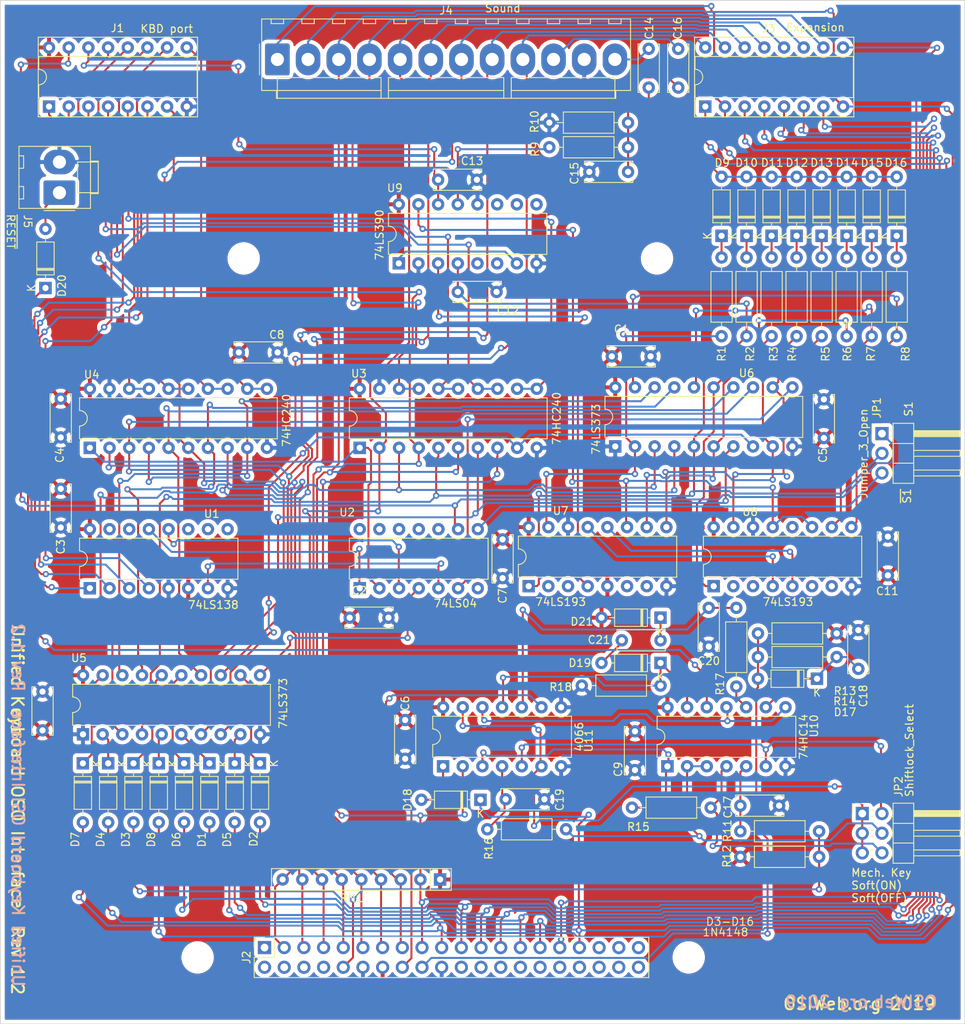
<source format=kicad_pcb>
(kicad_pcb (version 20211014) (generator pcbnew)
  (title_block (title "Unified Retro Keyboard") (date "2020-06-23") (rev "1.2"))
  (layers (0 "F.Cu" signal) (31 "B.Cu" signal) (34 "B.Paste" user) (35 "F.Paste" user) (36 "B.SilkS" user "B.Silkscreen") (37 "F.SilkS" user "F.Silkscreen") (38 "B.Mask" user) (39 "F.Mask" user) (44 "Edge.Cuts" user))
  (net 0 "")
  (net 1 "+5V")
  (net 2 "/Row3")
  (net 3 "/Row0")
  (net 4 "/Row1")
  (net 5 "/Row4")
  (net 6 "/Row5")
  (net 7 "/Row7")
  (net 8 "/Col0")
  (net 9 "/Col1")
  (net 10 "/Col2")
  (net 11 "/Col3")
  (net 12 "/Col4")
  (net 13 "/Col5")
  (net 14 "/Col6")
  (net 15 "/Col7")
  (net 16 "/Row6")
  (net 17 "/Row2")
  (net 18 "GND")
  (net 19 "/NI")
  (net 20 "Net-(C14-Pad2)")
  (net 21 "/Sound/Noise1")
  (net 22 "Net-(C15-Pad1)")
  (net 23 "/Sound/Noise2")
  (net 24 "Net-(C17-Pad2)")
  (net 25 "Net-(C18-Pad1)")
  (net 26 "Net-(C19-Pad2)")
  (net 27 "Net-(C20-Pad1)")
  (net 28 "Net-(D1-Pad1)")
  (net 29 "Net-(D2-Pad1)")
  (net 30 "Net-(D3-Pad1)")
  (net 31 "Net-(D4-Pad1)")
  (net 32 "Net-(D5-Pad1)")
  (net 33 "Net-(D6-Pad1)")
  (net 34 "Net-(D7-Pad1)")
  (net 35 "Net-(D8-Pad1)")
  (net 36 "Net-(D9-Pad1)")
  (net 37 "Net-(D10-Pad1)")
  (net 38 "Net-(D11-Pad1)")
  (net 39 "Net-(D12-Pad1)")
  (net 40 "Net-(D13-Pad1)")
  (net 41 "Net-(D14-Pad1)")
  (net 42 "Net-(D15-Pad1)")
  (net 43 "Net-(D16-Pad1)")
  (net 44 "/special_keys/Break_1")
  (net 45 "Net-(D18-Pad2)")
  (net 46 "/D6")
  (net 47 "/D5")
  (net 48 "/~{KBE}")
  (net 49 "/D4")
  (net 50 "/~{A1}")
  (net 51 "/D3")
  (net 52 "/~{A0}")
  (net 53 "/D2")
  (net 54 "/R-~{W}")
  (net 55 "/D1")
  (net 56 "/D7")
  (net 57 "/D0")
  (net 58 "Net-(J2-Pad40)")
  (net 59 "Net-(J2-Pad39)")
  (net 60 "Net-(J2-Pad38)")
  (net 61 "Net-(J2-Pad37)")
  (net 62 "Net-(J2-Pad36)")
  (net 63 "Net-(J2-Pad35)")
  (net 64 "Net-(J2-Pad34)")
  (net 65 "Net-(J2-Pad32)")
  (net 66 "Net-(J2-Pad30)")
  (net 67 "Net-(J2-Pad28)")
  (net 68 "Net-(J2-Pad26)")
  (net 69 "Net-(J2-Pad24)")
  (net 70 "Net-(J2-Pad22)")
  (net 71 "/special_keys/ShiftLock_LED-")
  (net 72 "/special_keys/ShiftLock_1")
  (net 73 "Net-(J2-Pad8)")
  (net 74 "Net-(J2-Pad6)")
  (net 75 "Net-(J2-Pad4)")
  (net 76 "Net-(J2-Pad2)")
  (net 77 "Net-(J2-Pad1)")
  (net 78 "Net-(JP1-Pad3)")
  (net 79 "/Sound/S0")
  (net 80 "/Sound/S1")
  (net 81 "/Sound/S2")
  (net 82 "/Sound/S3")
  (net 83 "/Sound/S4")
  (net 84 "/Sound/S5")
  (net 85 "/Sound/S6")
  (net 86 "/Sound/S7")
  (net 87 "Net-(R9-Pad2)")
  (net 88 "Net-(R15-Pad1)")
  (net 89 "Net-(R17-Pad2)")
  (net 90 "/Sound/SOUND_EN")
  (net 91 "/Sound/KD3")
  (net 92 "/Sound/KD2")
  (net 93 "/Sound/KD1")
  (net 94 "/Sound/KD0")
  (net 95 "/Sound/KD7")
  (net 96 "/Sound/KD6")
  (net 97 "/Sound/KD5")
  (net 98 "/Sound/KD4")
  (net 99 "Net-(U8-Pad7)")
  (net 100 "Net-(U8-Pad6)")
  (net 101 "Net-(U8-Pad12)")
  (net 102 "Net-(U8-Pad3)")
  (net 103 "Net-(U8-Pad2)")
  (net 104 "Net-(U9-Pad6)")
  (net 105 "Net-(U10-Pad11)")
  (net 106 "/special_keys/~{RESET}")
  (net 107 "Net-(C21-Pad2)")
  (net 108 "Net-(D19-Pad1)")
  (net 109 "Net-(U1-Pad15)")
  (net 110 "Net-(U1-Pad7)")
  (net 111 "Net-(U1-Pad14)")
  (net 112 "Net-(U1-Pad13)")
  (net 113 "Net-(U1-Pad12)")
  (net 114 "Net-(U1-Pad11)")
  (net 115 "Net-(U1-Pad10)")
  (net 116 "Net-(U1-Pad9)")
  (net 117 "Net-(U2-Pad4)")
  (net 118 "Net-(U2-Pad2)")
  (net 119 "Net-(U7-Pad7)")
  (net 120 "Net-(U7-Pad6)")
  (net 121 "Net-(U7-Pad13)")
  (net 122 "Net-(U7-Pad12)")
  (net 123 "Net-(U7-Pad4)")
  (net 124 "Net-(U7-Pad11)")
  (net 125 "Net-(U7-Pad3)")
  (net 126 "Net-(U7-Pad2)")
  (net 127 "Net-(U9-Pad1)")
  (net 128 "Net-(U9-Pad5)")
  (net 129 "Net-(U9-Pad11)")
  (net 130 "Net-(U9-Pad10)")
  (net 131 "Net-(U9-Pad9)")
  (net 132 "Net-(D20-Pad1)")
  (net 133 "/~{S1}")
  (net 134 "Net-(C21-Pad1)")
  (net 135 "Net-(JP2-Pad6)")
  (net 136 "Net-(JP2-Pad1)")
  (net 137 "Net-(JP2-Pad4)")
  (net 138 "Net-(JP2-Pad2)")
  (footprint "Capacitor_THT:C_Disc_D6.0mm_W2.5mm_P5.00mm" (layer "F.Cu") (at 196.2085 130.456)
    (fp_text reference "C2")
    (fp_text value "0.1uF")
  )
  (footprint "Capacitor_THT:C_Disc_D6.0mm_W2.5mm_P5.00mm" (layer "F.Cu") (at 158.9175 113.819 -90)
    (fp_text reference "C3")
    (fp_text value "0.1uF")
  )
  (footprint "Capacitor_THT:C_Disc_D6.0mm_W2.5mm_P5.00mm" (layer "F.Cu") (at 158.9175 102.1985 -90)
    (fp_text reference "C4")
    (fp_text value "0.1uF")
  )
  (footprint "Capacitor_THT:C_Disc_D6.0mm_W2.5mm_P5.00mm" (layer "F.Cu") (at 257.406 107.2785 90)
    (fp_text reference "C5")
    (fp_text value "0.1uF")
  )
  (footprint "Capacitor_THT:C_Disc_D6.0mm_W2.5mm_P5.00mm" (layer "F.Cu") (at 203.3675 143.664 -90)
    (fp_text reference "C6")
    (fp_text value "0.1uF")
  )
  (footprint "Capacitor_THT:C_Disc_D6.0mm_W2.5mm_P5.00mm" (layer "F.Cu") (at 181.9045 96.2295)
    (fp_text reference "C8")
    (fp_text value "0.1uF")
  )
  (footprint "Capacitor_THT:C_Disc_D6.0mm_W2.5mm_P5.00mm" (layer "F.Cu") (at 233.022 145.1245 -90)
    (fp_text reference "C9")
    (fp_text value "0.1uF")
  )
  (footprint "Capacitor_THT:C_Disc_D6.0mm_W2.5mm_P5.00mm" (layer "F.Cu") (at 207.622 73.941)
    (fp_text reference "C13")
    (fp_text value "220 pF")
  )
  (footprint "Capacitor_THT:C_Disc_D6.0mm_W2.5mm_P5.00mm" (layer "F.Cu") (at 232.133 72.925 180)
    (fp_text reference "C15")
    (fp_text value "C")
  )
  (footprint "Capacitor_THT:C_Disc_D6.0mm_W2.5mm_P5.00mm" (layer "F.Cu") (at 251.6275 154.713 180)
    (fp_text reference "C17")
    (fp_text value "0.33uF")
  )
  (footprint "Capacitor_THT:C_Disc_D6.0mm_W2.5mm_P5.00mm" (layer "F.Cu") (at 221.338 153.8875 180)
    (fp_text reference "C19")
    (fp_text value "0.1uF")
  )
  (footprint "Diode_THT:D_DO-35_SOD27_P7.62mm_Horizontal" (layer "F.Cu") (at 178.10357 149.252 -90)
    (fp_text reference "D1")
    (fp_text value "1N4148")
  )
  (footprint "Diode_THT:D_DO-35_SOD27_P7.62mm_Horizontal" (layer "F.Cu") (at 168.306428 149.252 -90)
    (fp_text reference "D3")
    (fp_text value "1N4148")
  )
  (footprint "Diode_THT:D_DO-35_SOD27_P7.62mm_Horizontal" (layer "F.Cu") (at 165.040714 149.252 -90)
    (fp_text reference "D4")
    (fp_text value "1N4148")
  )
  (footprint "Diode_THT:D_DO-35_SOD27_P7.62mm_Horizontal" (layer "F.Cu") (at 181.369284 149.252 -90)
    (fp_text reference "D5")
    (fp_text value "1N4148")
  )
  (footprint "Diode_THT:D_DO-35_SOD27_P7.62mm_Horizontal" (layer "F.Cu") (at 174.837856 149.252 -90)
    (fp_text reference "D6")
    (fp_text value "1N4148")
  )
  (footprint "Diode_THT:D_DO-35_SOD27_P7.62mm_Horizontal" (layer "F.Cu") (at 161.775 149.252 -90)
    (fp_text reference "D7")
    (fp_text value "1N4148")
  )
  (footprint "Diode_THT:D_DO-35_SOD27_P7.62mm_Horizontal" (layer "F.Cu") (at 171.572142 149.252 -90)
    (fp_text reference "D8")
    (fp_text value "1N4148")
  )
  (footprint "Package_DIP:DIP-16_W7.62mm_Socket" (layer "F.Cu") (at 242.1025 64.5 90)
    (fp_text reference "J3")
    (fp_text value "Expansion")
  )
  (footprint "Resistor_THT:R_Axial_DIN0207_L6.3mm_D2.5mm_P10.16mm_Horizontal" (layer "F.Cu") (at 232.133 69.75 180)
    (fp_text reference "R9")
    (fp_text value "R_US")
  )
  (footprint "Resistor_THT:R_Axial_DIN0207_L6.3mm_D2.5mm_P10.16mm_Horizontal" (layer "F.Cu") (at 259.057 132.488 180)
    (fp_text reference "R13")
    (fp_text value "1k")
  )
  (footprint "Resistor_THT:R_Axial_DIN0207_L6.3mm_D2.5mm_P10.16mm_Horizontal" (layer "F.Cu") (at 248.897 135.536)
    (fp_text reference "R14")
    (fp_text value "1M")
  )
  (footprint "Resistor_THT:R_Axial_DIN0207_L6.3mm_D2.5mm_P10.16mm_Horizontal" (layer "F.Cu") (at 213.972 157.761)
    (fp_text reference "R16")
    (fp_text value "220k")
  )
  (footprint "Package_DIP:DIP-20_W7.62mm" (layer "F.Cu") (at 230.482 108.358 90)
    (fp_text reference "U6")
    (fp_text value "74LS373")
  )
  (footprint "Package_DIP:DIP-16_W7.62mm" (layer "F.Cu") (at 202.542 84.736 90)
    (fp_text reference "U9")
    (fp_text value "74LS390")
  )
  (footprint "Package_DIP:DIP-20_W7.62mm" (layer "F.Cu") (at 161.7877 145.5055 90)
    (fp_text reference "U5")
    (fp_text value "74LS373")
  )
  (footprint "Connector_PinHeader_2.54mm:PinHeader_1x03_P2.54mm_Horizontal" (layer "F.Cu") (at 264.899 106.707)
    (fp_text reference "JP1")
    (fp_text value "Jumper_3_Open")
  )
  (footprint "Connector_Molex:Molex_KK-396_A-41791-0012_1x12_P3.96mm_Vertical" (layer "F.Cu") (at 186.87435 58.42)
    (fp_text reference "J4")
    (fp_text value "Sound")
  )
  (footprint "Package_DIP:DIP-20_W7.62mm" (layer "F.Cu") (at 197.5001 108.5358 90)
    (fp_text reference "U3")
    (fp_text value "74HC240")
  )
  (footprint "Package_DIP:DIP-20_W7.62mm" (layer "F.Cu") (at 162.674 108.5358 90)
    (fp_text reference "U4")
    (fp_text value "74HC240")
  )
  (footprint "Package_DIP:DIP-14_W7.62mm" (layer "F.Cu") (at 197.5001 126.65505 90)
    (fp_text reference "U2")
    (fp_text value "74LS04")
  )
  (footprint "Package_DIP:DIP-16_W7.62mm_Socket" (layer "F.Cu") (at 157.4062 64.5 90)
    (fp_text reference "J1")
    (fp_text value "KBD port")
  )
  (footprint "Resistor_THT:R_Array_SIP9" (layer "F.Cu") (at 207.876 164.238 180)
    (fp_text reference "RN1")
    (fp_text value "4.7k")
  )
  (footprint "Package_DIP:DIP-16_W7.62mm" (layer "F.Cu") (at 162.674 126.65505 90)
    (fp_text reference "U1")
    (fp_text value "74LS138")
  )
  (footprint "Package_DIP:DIP-14_W7.62mm" (layer "F.Cu") (at 237.213 149.633 90)
    (fp_text reference "U10")
    (fp_text value "74HC14")
  )
  (footprint "Diode_THT:D_DO-35_SOD27_P7.62mm_Horizontal" (layer "F.Cu") (at 184.635 149.252 -90)
    (fp_text reference "D2")
    (fp_text value "1N4148")
  )
  (footprint "Connector_PinHeader_2.54mm:PinHeader_2x03_P2.54mm_Horizontal" (layer "F.Cu") (at 262.359 155.729)
    (fp_text reference "JP2")
    (fp_text value "Shiftlock_Select")
  )
  (footprint "Capacitor_THT:C_Disc_D6.0mm_W2.5mm_P5.00mm" (layer "F.Cu") (at 230.0375 96.7375)
    (fp_text reference "C1")
    (fp_text value "0.1uF")
  )
  (footprint "Package_DIP:DIP-14_W7.62mm" (layer "F.Cu") (at 208.257 149.633 90)
    (fp_text reference "U11")
    (fp_text value "4066")
  )
  (footprint "Capacitor_THT:C_Disc_D6.0mm_W2.5mm_P5.00mm" (layer "F.Cu") (at 261.851 137.06 90)
    (fp_text reference "C18")
    (fp_text value "6.8 uF")
  )
  (footprint "Resistor_THT:R_Axial_DIN0207_L6.3mm_D2.5mm_P10.16mm_Horizontal" (layer "F.Cu") (at 232.133 66.575 180)
    (fp_text reference "R10")
    (fp_text value "R_US")
  )
  (footprint "Capacitor_THT:C_Disc_D6.0mm_W2.5mm_P5.00mm" (layer "F.Cu") (at 215.9405 120.3595 -90)
    (fp_text reference "C7")
    (fp_text value "0.1uF")
  )
  (footprint "Diode_THT:D_DO-35_SOD27_P7.62mm_Horizontal" (layer "F.Cu") (at 256.517 138.33 180)
    (fp_text reference "D17")
    (fp_text value "1N4148")
  )
  (footprint "Diode_THT:D_DO-35_SOD27_P7.62mm_Horizontal" (layer "F.Cu") (at 156.949 87.911 90)
    (fp_text reference "D20")
    (fp_text value "1N4148")
  )
  (footprint "Resistor_THT:R_Axial_DIN0207_L6.3mm_D2.5mm_P10.16mm_Horizontal" (layer "F.Cu") (at 256.7875 158.015 180)
    (fp_text reference "R12")
    (fp_text value "100k")
  )
  (footprint "Resistor_THT:R_Axial_DIN0207_L6.3mm_D2.5mm_P10.16mm_Horizontal" (layer "F.Cu") (at 232.641 154.967)
    (fp_text reference "R15")
    (fp_text value "22k")
  )
  (footprint "Diode_THT:D_DO-35_SOD27_P7.62mm_Horizontal" (layer "F.Cu") (at 213.083 153.951 180)
    (fp_text reference "D18")
    (fp_text value "1N4148")
  )
  (footprint "Resistor_THT:R_Axial_DIN0207_L6.3mm_D2.5mm_P10.16mm_Horizontal" (layer "F.Cu") (at 246.6275 161.317)
    (fp_text reference "R11")
    (fp_text value "1k")
  )
  (footprint "Package_DIP:DIP-16_W7.62mm" (layer "F.Cu") (at 243.182 126.392 90)
    (fp_text reference "U8")
    (fp_text value "74LS193")
  )
  (footprint "Package_DIP:DIP-16_W7.62mm" (layer "F.Cu") (at 219.306 126.392 90)
    (fp_text reference "U7")
    (fp_text value "74LS193")
  )
  (footprint "Diode_THT:D_DO-35_SOD27_P7.62mm_Horizontal" (layer "F.Cu") (at 236.324 130.456 180)
    (fp_text reference "D21")
    (fp_text value "1N4148")
  )
  (footprint "Diode_THT:D_DO-35_SOD27_P7.62mm_Horizontal" (layer "F.Cu") (at 236.324 136.298 180)
    (fp_text reference "D19")
    (fp_text value "1N4148")
  )
  (footprint "Resistor_THT:R_Axial_DIN0207_L6.3mm_D2.5mm_P10.16mm_Horizontal" (layer "F.Cu") (at 226.164 139.219)
    (fp_text reference "R18")
    (fp_text value "1K")
  )
  (footprint "Capacitor_THT:C_Disc_D6.0mm_W2.5mm_P5.00mm" (layer "F.Cu") (at 236.324 133.377 180)
    (fp_text reference "C21")
    (fp_text value "10uF")
  )
  (footprint "Resistor_THT:R_Axial_DIN0207_L6.3mm_D2.5mm_P10.16mm_Horizontal" (layer "F.Cu") (at 246.103 129.186 -90)
    (fp_text reference "R17")
    (fp_text value "1k")
  )
  (footprint "Capacitor_THT:C_Disc_D6.0mm_W2.5mm_P5.00mm" (layer "F.Cu") (at 242.547 129.186 -90)
    (fp_text reference "C20")
    (fp_text value "0.1 uF")
  )
  (footprint "Capacitor_THT:C_Disc_D6.0mm_W2.5mm_P5.00mm" (layer "F.Cu") (at 265.661 124.995 90)
    (fp_text reference "C11")
    (fp_text value "0.1 uF")
  )
  (footprint "Capacitor_THT:C_Disc_D6.0mm_W2.5mm_P5.00mm" (layer "F.Cu") (at 156.568 144.9975 90)
    (fp_text reference "C10")
    (fp_text value "0.1 uF")
  )
  (footprint "Connector_Molex:Molex_KK-396_A-41791-0002_1x02_P3.96mm_Vertical" (layer "F.Cu") (at 158.75 75.6174 90)
    (fp_text reference "J5")
    (fp_text value "~{RESET}")
  )
  (footprint "Capacitor_THT:C_Disc_D6.0mm_W2.5mm_P5.00mm" (layer "F.Cu") (at 210.162 88.419)
    (fp_text reference "C12")
    (fp_text value "220 pF")
  )
  (footprint "Capacitor_THT:C_Disc_D6.0mm_W2.5mm_P5.00mm" (layer "F.Cu") (at 234.8 57.05 -90)
    (fp_text reference "C14")
    (fp_text value "33uF")
  )
  (footprint "Capacitor_THT:C_Disc_D6.0mm_W2.5mm_P5.00mm" (layer "F.Cu") (at 238.61 57.05 -90)
    (fp_text reference "C16")
    (fp_text value "C")
  )
  (footprint "unikbd:kbd_header_and_mounting_holes" (layer "F.Cu") (at 185.397 175.5918 90)
    (fp_text reference "J2")
    (fp_text value "Key Matrix")
  )
  (footprint "Resistor_THT:R_Axial_DIN0207_L6.3mm_D2.5mm_P10.16mm_Horizontal" (layer "F.Cu") (at 244.198 83.974 -90)
    (fp_text reference "R1")
    (fp_text value "68K")
  )
  (footprint "Resistor_THT:R_Axial_DIN0207_L6.3mm_D2.5mm_P10.16mm_Horizontal" (layer "F.Cu") (at 247.427428 83.974 -90)
    (fp_text reference "R2")
    (fp_text value "33K")
  )
  (footprint "Resistor_THT:R_Axial_DIN0207_L6.3mm_D2.5mm_P10.16mm_Horizontal" (layer "F.Cu") (at 250.656856 83.974 -90)
    (fp_text reference "R3")
    (fp_text value "16K")
  )
  (footprint "Resistor_THT:R_Axial_DIN0207_L6.3mm_D2.5mm_P10.16mm_Horizontal" (layer "F.Cu") (at 253.886284 83.974 -90)
    (fp_text reference "R4")
    (fp_text value "8.2K")
  )
  (footprint "Resistor_THT:R_Axial_DIN0207_L6.3mm_D2.5mm_P10.16mm_Horizontal" (layer "F.Cu") (at 257.115712 83.974 -90)
    (fp_text reference "R5")
    (fp_text value "3.9K")
  )
  (footprint "Resistor_THT:R_Axial_DIN0207_L6.3mm_D2.5mm_P10.16mm_Horizontal" (layer "F.Cu") (at 260.34514 83.974 -90)
    (fp_text reference "R6")
    (fp_text value "2K")
  )
  (footprint "Resistor_THT:R_Axial_DIN0207_L6.3mm_D2.5mm_P10.16mm_Horizontal" (layer "F.Cu") (at 263.574568 83.974 -90)
    (fp_text reference "R7")
    (fp_text value "1K")
  )
  (footprint "Resistor_THT:R_Axial_DIN0207_L6.3mm_D2.5mm_P10.16mm_Horizontal" (layer "F.Cu") (at 266.804 83.974 -90)
    (fp_text reference "R8")
    (fp_text value "510K")
  )
  (footprint "Diode_THT:D_DO-35_SOD27_P7.62mm_Horizontal" (layer "F.Cu") (at 244.198 81.18 90)
    (fp_text reference "D9")
    (fp_text value "1N4148")
  )
  (footprint "Diode_THT:D_DO-35_SOD27_P7.62mm_Horizontal" (layer "F.Cu") (at 247.427428 81.18 90)
    (fp_text reference "D10")
    (fp_text value "1N4148")
  )
  (footprint "Diode_THT:D_DO-35_SOD27_P7.62mm_Horizontal" (layer "F.Cu") (at 250.656856 81.18 90)
    (fp_text reference "D11")
    (fp_text value "1N4148")
  )
  (footprint "Diode_THT:D_DO-35_SOD27_P7.62mm_Horizontal" (layer "F.Cu") (at 253.886284 81.18 90)
    (fp_text reference "D12")
    (fp_text value "1N4148")
  )
  (footprint "Diode_THT:D_DO-35_SOD27_P7.62mm_Horizontal" (layer "F.Cu") (at 257.115712 81.18 90)
    (fp_text reference "D13")
    (fp_text value "1N4148")
  )
  (footprint "Diode_THT:D_DO-35_SOD27_P7.62mm_Horizontal" (layer "F.Cu") (at 260.34514 81.18 90)
    (fp_text reference "D14")
    (fp_text value "1N4148")
  )
  (footprint "Diode_THT:D_DO-35_SOD27_P7.62mm_Horizontal" (layer "F.Cu") (at 263.574568 81.18 90)
    (fp_text reference "D15")
    (fp_text value "1N4148")
  )
  (footprint "Diode_THT:D_DO-35_SOD27_P7.62mm_Horizontal" (layer "F.Cu") (at 266.804 81.18 90)
    (fp_text reference "D16")
    (fp_text value "1N4148")
  )
  (gr_line (start 151.13 50.8) (end 275.59 50.8) (layer "Edge.Cuts") (width 0.1))
  (gr_line (start 151.13 182.88) (end 151.13 50.8) (layer "Edge.Cuts") (width 0.1))
  (gr_line (start 275.59 50.8) (end 275.59 182.88) (layer "Edge.Cuts") (width 0.1))
  (gr_line (start 275.59 182.88) (end 151.13 182.88) (layer "Edge.Cuts") (width 0.1))
  (gr_text "Unified Keyboard OSI Interface  Rev 1.2" (at 153.4057 154.6368 270) (layer "B.SilkS") (effects (font (size 1.524 1.524) (thickness 0.254)) (justify mirror)))
  (gr_text "OSIWeb.org 2019" (at 262.2193 180.0368) (layer "B.SilkS") (effects (font (size 1.524 1.524) (thickness 0.254)) (justify mirror)))
  (gr_text "Unified Keyboard OSO Interface  Rev 1.2" (at 153.3295 155.221 270) (layer "F.SilkS") (effects (font (size 1.524 1.524) (thickness 0.254))))
  (gr_text "OSIWeb.org 2019" (at 261.978 180.2908) (layer "F.SilkS") (effects (font (size 1.524 1.524) (thickness 0.254))))
  (gr_text "~{S1}" (at 268.1248 114.75372 90) (layer "F.SilkS") (effects (font (size 1.016 1.016) (thickness 0.1524))))
  (gr_text "1N4148" (at 244.706 171.0452) (layer "F.SilkS") (effects (font (size 1.016 1.016) (thickness 0.127))))
  (gr_text "S1" (at 268.33816 103.52184 90) (layer "F.SilkS") (effects (font (size 1.016 1.016) (thickness 0.1524))))
  (gr_text "Mech. Key\nSoft(ON)\nSoft(OFF)" (at 260.8477 165) (layer "F.SilkS") (effects (font (size 1.016 1.016) (thickness 0.1524)) (justify left)))
  (gr_text "D3-D16" (at 245.2902 169.6736) (layer "F.SilkS") (effects (font (size 1.016 1.016) (thickness 0.127))))
  (segment (start 270.660728 168.897555) (end 270.254329 168.491156) (width 0.254) (layer "F.Cu") (net 2))
  (segment (start 218.2392 173.0264) (end 218.2392 169.277511) (width 0.254) (layer "F.Cu") (net 2))
  (segment (start 270.254329 168.097566) (end 271.150541 167.201354) (width 0.254) (layer "F.Cu") (net 2))
  (segment (start 271.150542 69.510927) (end 271.509149 69.15232) (width 0.254) (layer "F.Cu") (net 2))
  (segment (start 181.369284 167.196166) (end 182.068141 167.895023) (width 0.254) (layer "F.Cu") (net 2))
  (segment (start 249.7225 64.5) (end 249.7225 68.4165) (width 0.254) (layer "F.Cu") (net 2))
  (segment (start 271.150541 167.201354) (end 271.150542 69.510927) (width 0.254) (layer "F.Cu") (net 2))
  (segment (start 181.369284 156.872) (end 181.369284 167.196166) (width 0.254) (layer "F.Cu") (net 2))
  (segment (start 218.2392 169.277511) (end 218.373357 169.143354) (width 0.254) (layer "F.Cu") (net 2))
  (segment (start 270.254329 168.491156) (end 270.254329 168.097566) (width 0.254) (layer "F.Cu") (net 2))
  (via (at 182.068141 167.895023) (size 0.8128) (drill 0.4064) (layers "F.Cu" "B.Cu") (net 2))
  (via (at 249.7225 68.4165) (size 0.8128) (drill 0.4064) (layers "F.Cu" "B.Cu") (net 2))
  (via (at 270.660728 168.897555) (size 0.8128) (drill 0.4064) (layers "F.Cu" "B.Cu") (net 2))
  (via (at 218.373357 169.143354) (size 0.8128) (drill 0.4064) (layers "F.Cu" "B.Cu") (net 2))
  (via (at 271.509149 69.15232) (size 0.8128) (drill 0.4064) (layers "F.Cu" "B.Cu") (net 2))
  (segment (start 249.7225 68.4165) (end 250.45832 69.15232) (width 0.254) (layer "B.Cu") (net 2))
  (segment (start 209.815494 168.863955) (end 210.501292 169.549753) (width 0.254) (layer "B.Cu") (net 2))
  (segment (start 218.779756 168.736955) (end 221.250076 168.736955) (width 0.254) (layer "B.Cu") (net 2))
  (segment (start 218.373357 169.143354) (end 218.779756 168.736955) (width 0.254) (layer "B.Cu") (net 2))
  (segment (start 217.966958 169.549753) (end 218.373357 169.143354) (width 0.254) (layer "B.Cu") (net 2))
  (segment (start 182.068141 167.895023) (end 182.998963 168.825845) (width 0.254) (layer "B.Cu") (net 2))
  (segment (start 224.867631 169.613244) (end 236.813284 169.613244) (width 0.254) (layer "B.Cu") (net 2))
  (segment (start 206.444243 169.295741) (end 206.876029 168.863955) (width 0.254) (layer "B.Cu") (net 2))
  (segment (start 195.681772 169.295741) (end 206.444243 169.295741) (width 0.254) (layer "B.Cu") (net 2))
  (segment (start 224.69292 169.787955) (end 224.867631 169.613244) (width 0.254) (layer "B.Cu") (net 2))
  (segment (start 195.211876 168.825845) (end 195.681772 169.295741) (width 0.254) (layer "B.Cu") (net 2))
  (segment (start 182.998963 168.825845) (end 195.211876 168.825845) (width 0.254) (layer "B.Cu") (net 2))
  (segment (start 250.45832 69.15232) (end 271.509149 69.15232) (width 0.254) (layer "B.Cu") (net 2))
  (segment (start 263.803574 169.130765) (end 265.196578 170.523769) (width 0.254) (layer "B.Cu") (net 2))
  (segment (start 249.222197 169.130765) (end 263.803574 169.130765) (width 0.254) (layer "B.Cu") (net 2))
  (segment (start 249.022203 169.330757) (end 249.222197 169.130765) (width 0.254) (layer "B.Cu") (net 2))
  (segment (start 269.203638 170.523769) (end 270.660728 169.066679) (width 0.254) (layer "B.Cu") (net 2))
  (segment (start 210.501292 169.549753) (end 217.966958 169.549753) (width 0.254) (layer "B.Cu") (net 2))
  (segment (start 236.813284 169.613244) (end 237.095772 169.330756) (width 0.254) (layer "B.Cu") (net 2))
  (segment (start 270.660728 169.066679) (end 270.660728 168.897555) (width 0.254) (layer "B.Cu") (net 2))
  (segment (start 265.196578 170.523769) (end 269.203638 170.523769) (width 0.254) (layer "B.Cu") (net 2))
  (segment (start 206.876029 168.863955) (end 209.815494 168.863955) (width 0.254) (layer "B.Cu") (net 2))
  (segment (start 221.250076 168.736955) (end 222.301077 169.787956) (width 0.254) (layer "B.Cu") (net 2))
  (segment (start 237.095772 169.330756) (end 249.022203 169.330757) (width 0.254) (layer "B.Cu") (net 2))
  (segment (start 222.301077 169.787956) (end 224.69292 169.787955) (width 0.254) (layer "B.Cu") (net 2))
  (segment (start 225.8592 173.0264) (end 225.8592 170.876865) (width 0.254) (layer "F.Cu") (net 3))
  (segment (start 225.783 157.15459) (end 225.783 170.800665) (width 0.254) (layer "F.Cu") (net 3))
  (segment (start 225.8592 170.876865) (end 225.783 170.800665) (width 0.254) (layer "F.Cu") (net 3))
  (segment (start 165.040714 168.011714) (end 165.585 168.556) (width 0.254) (layer "F.Cu") (net 3))
  (segment (start 242.1025 69.0515) (end 242.801 69.75) (width 0.254) (layer "F.Cu") (net 3))
  (segment (start 272.298576 167.910833) (end 272.372486 167.910833) (width 0.254) (layer "F.Cu") (net 3))
  (segment (start 242.1025 64.5) (end 242.1025 69.0515) (width 0.254) (layer "F.Cu") (net 3))
  (segment (start 227.053 155.88459) (end 225.783 157.15459) (width 0.254) (layer "F.Cu") (net 3))
  (segment (start 273.2048 71.579648) (end 273.288914 71.495534) (width 0.254) (layer "F.Cu") (net 3))
  (segment (start 272.372486 167.910833) (end 273.2048 167.078519) (width 0.254) (layer "F.Cu") (net 3))
  (segment (start 165.040714 156.872) (end 165.040714 168.011714) (width 0.254) (layer "F.Cu") (net 3))
  (segment (start 273.2048 167.078519) (end 273.2048 71.579648) (width 0.254) (layer "F.Cu") (net 3))
  (via (at 273.288914 71.495534) (size 0.8128) (drill 0.4064) (layers "F.Cu" "B.Cu") (net 3))
  (via (at 227.053 155.88459) (size 0.8128) (drill 0.4064) (layers "F.Cu" "B.Cu") (net 3))
  (via (at 242.801 69.75) (size 0.8128) (drill 0.4064) (layers "F.Cu" "B.Cu") (net 3))
  (via (at 165.585 168.556) (size 0.8128) (drill 0.4064) (layers "F.Cu" "B.Cu") (net 3))
  (via (at 225.783 170.800665) (size 0.8128) (drill 0.4064) (layers "F.Cu" "B.Cu") (net 3))
  (via (at 272.298576 167.910833) (size 0.8128) (drill 0.4064) (layers "F.Cu" "B.Cu") (net 3))
  (segment (start 166.762867 169.733867) (end 194.835762 169.733867) (width 0.254) (layer "B.Cu") (net 3))
  (segment (start 236.909999 170.800665) (end 237.471886 170.238778) (width 0.254) (layer "B.Cu") (net 3))
  (segment (start 226.799 156.13859) (end 227.053 155.88459) (width 0.254) (layer "B.Cu") (net 3))
  (segment (start 263.427459 170.038786) (end 264.820464 171.431791) (width 0.254) (layer "B.Cu") (net 3))
  (segment (start 225.678313 170.695978) (end 225.783 170.800665) (width 0.254) (layer "B.Cu") (net 3))
  (segment (start 249.59831 170.038786) (end 263.427459 170.038786) (width 0.254) (layer "B.Cu") (net 3))
  (segment (start 272.298576 168.970271) (end 272.298576 167.910833) (width 0.254) (layer "B.Cu") (net 3))
  (segment (start 209.704414 170.695978) (end 225.678313 170.695978) (width 0.254) (layer "B.Cu") (net 3))
  (segment (start 244.952933 71.901933) (end 272.882515 71.901933) (width 0.254) (layer "B.Cu") (net 3))
  (segment (start 249.398318 170.238778) (end 249.59831 170.038786) (width 0.254) (layer "B.Cu") (net 3))
  (segment (start 206.820359 170.203761) (end 207.252143 169.771977) (width 0.254) (layer "B.Cu") (net 3))
  (segment (start 214.21659 156.13859) (end 226.799 156.13859) (width 0.254) (layer "B.Cu") (net 3))
  (segment (start 237.471886 170.238778) (end 249.398318 170.238778) (width 0.254) (layer "B.Cu") (net 3))
  (segment (start 208.780413 169.771977) (end 209.704414 170.695978) (width 0.254) (layer "B.Cu") (net 3))
  (segment (start 165.585 168.556) (end 166.762867 169.733867) (width 0.254) (layer "B.Cu") (net 3))
  (segment (start 242.801 69.75) (end 244.952933 71.901933) (width 0.254) (layer "B.Cu") (net 3))
  (segment (start 194.835762 169.733867) (end 195.305656 170.203761) (width 0.254) (layer "B.Cu") (net 3))
  (segment (start 272.882515 71.901933) (end 273.288914 71.495534) (width 0.254) (layer "B.Cu") (net 3))
  (segment (start 225.783 170.800665) (end 236.909999 170.800665) (width 0.254) (layer "B.Cu") (net 3))
  (segment (start 207.252143 169.771977) (end 208.780413 169.771977) (width 0.254) (layer "B.Cu") (net 3))
  (segment (start 213.083 155.005) (end 214.21659 156.13859) (width 0.254) (layer "B.Cu") (net 3))
  (segment (start 195.305656 170.203761) (end 206.820359 170.203761) (width 0.254) (layer "B.Cu") (net 3))
  (segment (start 269.837056 171.431791) (end 272.298576 168.970271) (width 0.254) (layer "B.Cu") (net 3))
  (segment (start 264.820464 171.431791) (end 269.837056 171.431791) (width 0.254) (layer "B.Cu") (net 3))
  (segment (start 213.083 153.951) (end 213.083 155.005) (width 0.254) (layer "B.Cu") (net 3))
  (segment (start 223.3192 172.149995) (end 223.497 171.972195) (width 0.254) (layer "F.Cu") (net 4))
  (segment (start 242.8772 52.112936) (end 242.8772 51.5382) (width 0.254) (layer "F.Cu") (net 4))
  (segment (start 272.337961 166.898022) (end 272.337961 166.323286) (width 0.254) (layer "F.Cu") (net 4))
  (segment (start 244.6425 69.9405) (end 245.214 70.512) (width 0.254) (layer "F.Cu") (net 4))
  (segment (start 244.6425 64.5) (end 244.6425 69.9405) (width 0.254) (layer "F.Cu") (net 4))
  (segment (start 171.572142 156.872) (end 171.572142 170.922268) (width 0.254) (layer "F.Cu") (net 4))
  (segment (start 244.6425 64.5) (end 243.2328 63.0903) (width 0.254) (layer "F.Cu") (net 4))
  (segment (start 223.497 171.972195) (end 223.497 167.232102) (width 0.254) (layer "F.Cu") (net 4))
  (segment (start 223.3192 173.0264) (end 223.3192 172.149995) (width 0.254) (layer "F.Cu") (net 4))
  (segment (start 171.572142 170.922268) (end 171.554 170.94041) (width 0.254) (layer "F.Cu") (net 4))
  (segment (start 243.2328 52.468536) (end 242.8772 52.112936) (width 0.254) (layer "F.Cu") (net 4))
  (segment (start 243.2328 63.0903) (end 243.2328 52.468536) (width 0.254) (layer "F.Cu") (net 4))
  (segment (start 272.337961 166.323286) (end 272.337961 71.147) (width 0.254) (layer "F.Cu") (net 4))
  (via (at 223.497 171.972195) (size 0.8128) (drill 0.4064) (layers "F.Cu" "B.Cu") (net 4))
  (via (at 245.214 70.512) (size 0.8128) (drill 0.4064) (layers "F.Cu" "B.Cu") (net 4))
  (via (at 272.337961 166.898022) (size 0.8128) (drill 0.4064) (layers "F.Cu" "B.Cu") (net 4))
  (via (at 272.337961 71.147) (size 0.8128) (drill 0.4064) (layers "F.Cu" "B.Cu") (net 4))
  (via (at 223.497 167.232102) (size 0.8128) (drill 0.4064) (layers "F.Cu" "B.Cu") (net 4))
  (via (at 242.8772 51.5382) (size 0.8128) (drill 0.4064) (layers "F.Cu" "B.Cu") (net 4))
  (via (at 171.554 170.94041) (size 0.8128) (drill 0.4064) (layers "F.Cu" "B.Cu") (net 4))
  (segment (start 171.554 170.94041) (end 172.21759 171.604) (width 0.254) (layer "B.Cu") (net 4))
  (segment (start 186.87435 58.42) (end 186.87435 56.37) (width 0.254) (layer "B.Cu") (net 4))
  (segment (start 224.071736 167.232102) (end 224.249533 167.054305) (width 0.254) (layer "B.Cu") (net 4))
  (segment (start 245.849 71.147) (end 272.337961 71.147) (width 0.254) (layer "B.Cu") (net 4))
  (segment (start 191.70615 51.5382) (end 242.8772 51.5382) (width 0.254) (layer "B.Cu") (net 4))
  (segment (start 223.128805 171.604) (end 223.497 171.972195) (width 0.254) (layer "B.Cu") (net 4))
  (segment (start 245.214 70.512) (end 245.849 71.147) (width 0.254) (layer "B.Cu") (net 4))
  (segment (start 248.079274 167.054305) (end 248.641956 166.491623) (width 0.254) (layer "B.Cu") (net 4))
  (segment (start 224.249533 167.054305) (end 248.079274 167.054305) (width 0.254) (layer "B.Cu") (net 4))
  (segment (start 271.931562 166.491623) (end 272.337961 166.898022) (width 0.254) (layer "B.Cu") (net 4))
  (segment (start 248.641956 166.491623) (end 271.931562 166.491623) (width 0.254) (layer "B.Cu") (net 4))
  (segment (start 172.21759 171.604) (end 223.128805 171.604) (width 0.254) (layer "B.Cu") (net 4))
  (segment (start 223.497 167.232102) (end 224.071736 167.232102) (width 0.254) (layer "B.Cu") (net 4))
  (segment (start 186.87435 56.37) (end 191.70615 51.5382) (width 0.254) (layer "B.Cu") (net 4))
  (segment (start 184.635 166.789825) (end 185.321732 167.476557) (width 0.254) (layer "F.Cu") (net 5))
  (segment (start 272.138 68.25349) (end 271.331741 68.25349) (width 0.254) (layer "F.Cu") (net 5))
  (segment (start 270.696532 68.888699) (end 270.696531 167.013298) (width 0.254) (layer "F.Cu") (net 5))
  (segment (start 271.331741 68.25349) (end 270.696532 68.888699) (width 0.254) (layer "F.Cu") (net 5))
  (segment (start 215.6992 173.0264) (end 215.6992 169.484205) (width 0.254) (layer "F.Cu") (net 5))
  (segment (start 184.635 156.872) (end 184.635 166.789825) (width 0.254) (layer "F.Cu") (net 5))
  (segment (start 270.696531 167.013298) (end 269.652419 168.05741) (width 0.254) (layer "F.Cu") (net 5))
  (segment (start 269.652419 168.05741) (end 269.652419 168.992956) (width 0.254) (layer "F.Cu") (net 5))
  (segment (start 252.2625 67.55609) (end 251.818 68.00059) (width 0.254) (layer "F.Cu") (net 5))
  (segment (start 252.2625 64.5) (end 252.2625 67.55609) (width 0.254) (layer "F.Cu") (net 5))
  (segment (start 215.6992 169.484205) (end 216.494062 168.689343) (width 0.254) (layer "F.Cu") (net 5))
  (via (at 185.321732 167.476557) (size 0.8128) (drill 0.4064) (layers "F.Cu" "B.Cu") (net 5))
  (via (at 251.818 68.00059) (size 0.8128) (drill 0.4064) (layers "F.Cu" "B.Cu") (net 5))
  (via (at 216.494062 168.689343) (size 0.8128) (drill 0.4064) (layers "F.Cu" "B.Cu") (net 5))
  (via (at 269.652419 168.992956) (size 0.8128) (drill 0.4064) (layers "F.Cu" "B.Cu") (net 5))
  (via (at 272.138 68.25349) (size 0.8128) (drill 0.4064) (layers "F.Cu" "B.Cu") (net 5))
  (segment (start 248.834147 168.876747) (end 249.034141 168.676755) (width 0.254) (layer "B.Cu") (net 5))
  (segment (start 216.494062 168.689343) (end 216.900461 168.282944) (width 0.254) (layer "B.Cu") (net 5))
  (segment (start 195.86983 168.841731) (end 206.256185 168.841731) (width 0.254) (layer "B.Cu") (net 5))
  (segment (start 224.679574 169.159233) (end 236.625227 169.159233) (width 0.254) (layer "B.Cu") (net 5))
  (segment (start 236.907717 168.876746) (end 248.834147 168.876747) (width 0.254) (layer "B.Cu") (net 5))
  (segment (start 221.438134 168.282945) (end 222.489134 169.333945) (width 0.254) (layer "B.Cu") (net 5))
  (segment (start 269.652419 169.326787) (end 269.652419 168.992956) (width 0.254) (layer "B.Cu") (net 5))
  (segment (start 251.818 68.00059) (end 252.243676 68.426266) (width 0.254) (layer "B.Cu") (net 5))
  (segment (start 210.003551 168.409944) (end 210.689349 169.095742) (width 0.254) (layer "B.Cu") (net 5))
  (segment (start 271.390488 68.426266) (end 271.563264 68.25349) (width 0.254) (layer "B.Cu") (net 5))
  (segment (start 236.625227 169.159233) (end 236.907717 168.876746) (width 0.254) (layer "B.Cu") (net 5))
  (segment (start 224.504862 169.333945) (end 224.679574 169.159233) (width 0.254) (layer "B.Cu") (net 5))
  (segment (start 206.256185 168.841731) (end 206.687972 168.409944) (width 0.254) (layer "B.Cu") (net 5))
  (segment (start 222.489134 169.333945) (end 224.504862 169.333945) (width 0.254) (layer "B.Cu") (net 5))
  (segment (start 271.563264 68.25349) (end 272.138 68.25349) (width 0.254) (layer "B.Cu") (net 5))
  (segment (start 249.034141 168.676755) (end 263.991632 168.676755) (width 0.254) (layer "B.Cu") (net 5))
  (segment (start 206.687972 168.409944) (end 210.003551 168.409944) (width 0.254) (layer "B.Cu") (net 5))
  (segment (start 263.991632 168.676755) (end 265.384635 170.069758) (width 0.254) (layer "B.Cu") (net 5))
  (segment (start 265.384635 170.069758) (end 268.909448 170.069758) (width 0.254) (layer "B.Cu") (net 5))
  (segment (start 216.087663 169.095742) (end 216.494062 168.689343) (width 0.254) (layer "B.Cu") (net 5))
  (segment (start 216.900461 168.282944) (end 221.438134 168.282945) (width 0.254) (layer "B.Cu") (net 5))
  (segment (start 194.504656 167.476557) (end 195.86983 168.841731) (width 0.254) (layer "B.Cu") (net 5))
  (segment (start 268.909448 170.069758) (end 269.652419 169.326787) (width 0.254) (layer "B.Cu") (net 5))
  (segment (start 252.243676 68.426266) (end 271.390488 68.426266) (width 0.254) (layer "B.Cu") (net 5))
  (segment (start 185.321732 167.476557) (end 194.504656 167.476557) (width 0.254) (layer "B.Cu") (net 5))
  (segment (start 210.689349 169.095742) (end 216.087663 169.095742) (width 0.254) (layer "B.Cu") (net 5))
  (segment (start 270.242521 68.605763) (end 270.242521 166.82524) (width 0.254) (layer "F.Cu") (net 6))
  (segment (start 271.619029 67.229255) (end 270.242521 68.605763) (width 0.254) (layer "F.Cu") (net 6))
  (segment (start 268.896322 168.171439) (end 268.896322 169.010148) (width 0.254) (layer "F.Cu") (net 6))
  (segment (start 174.837856 156.872) (end 174.837856 167.910554) (width 0.254) (layer "F.Cu") (net 6))
  (segment (start 254.8025 64.5) (end 254.8025 67.229079) (width 0.254) (layer "F.Cu") (net 6))
  (segment (start 213.1592 173.0264) (end 213.1592 168.973727) (width 0.254) (layer "F.Cu") (net 6))
  (segment (start 254.8025 67.229079) (end 254.485 67.546579) (width 0.254) (layer "F.Cu") (net 6))
  (segment (start 174.837856 167.910554) (end 174.602 168.14641) (width 0.254) (layer "F.Cu") (net 6))
  (segment (start 270.242521 166.82524) (end 268.896322 168.171439) (width 0.254) (layer "F.Cu") (net 6))
  (segment (start 268.896322 169.010148) (end 268.669453 169.237017) (width 0.254) (layer "F.Cu") (net 6))
  (segment (start 213.1592 168.973727) (end 213.897595 168.235332) (width 0.254) (layer "F.Cu") (net 6))
  (via (at 174.602 168.14641) (size 0.8128) (drill 0.4064) (layers "F.Cu" "B.Cu") (net 6))
  (via (at 271.619029 67.229255) (size 0.8128) (drill 0.4064) (layers "F.Cu" "B.Cu") (net 6))
  (via (at 254.485 67.546579) (size 0.8128) (drill 0.4064) (layers "F.Cu" "B.Cu") (net 6))
  (via (at 268.669453 169.237017) (size 0.8128) (drill 0.4064) (layers "F.Cu" "B.Cu") (net 6))
  (via (at 213.897595 168.235332) (size 0.8128) (drill 0.4064) (layers "F.Cu" "B.Cu") (net 6))
  (segment (start 174.602 168.14641) (end 176.005255 166.743155) (width 0.254) (layer "B.Cu") (net 6))
  (segment (start 268.290723 169.615747) (end 268.669453 169.237017) (width 0.254) (layer "B.Cu") (net 6))
  (segment (start 221.62619 167.828933) (end 222.677191 168.879934) (width 0.254) (layer "B.Cu") (net 6))
  (segment (start 176.005255 166.743155) (end 194.413322 166.743155) (width 0.254) (layer "B.Cu") (net 6))
  (segment (start 210.191608 167.955933) (end 210.877406 168.641731) (width 0.254) (layer "B.Cu") (net 6))
  (segment (start 224.316804 168.879934) (end 224.491517 168.705222) (width 0.254) (layer "B.Cu") (net 6))
  (segment (start 236.437172 168.705222) (end 236.719661 168.422736) (width 0.254) (layer "B.Cu") (net 6))
  (segment (start 270.895306 67.952978) (end 271.619029 67.229255) (width 0.254) (layer "B.Cu") (net 6))
  (segment (start 254.485 67.546579) (end 254.891399 67.952978) (width 0.254) (layer "B.Cu") (net 6))
  (segment (start 214.303994 167.828933) (end 221.62619 167.828933) (width 0.254) (layer "B.Cu") (net 6))
  (segment (start 213.491196 168.641731) (end 213.897595 168.235332) (width 0.254) (layer "B.Cu") (net 6))
  (segment (start 248.846085 168.222745) (end 264.179705 168.222745) (width 0.254) (layer "B.Cu") (net 6))
  (segment (start 224.491517 168.705222) (end 236.437172 168.705222) (width 0.254) (layer "B.Cu") (net 6))
  (segment (start 264.179705 168.222745) (end 265.572707 169.615747) (width 0.254) (layer "B.Cu") (net 6))
  (segment (start 213.897595 168.235332) (end 214.303994 167.828933) (width 0.254) (layer "B.Cu") (net 6))
  (segment (start 206.068127 168.387721) (end 206.499915 167.955933) (width 0.254) (layer "B.Cu") (net 6))
  (segment (start 194.413322 166.743155) (end 196.057888 168.387721) (width 0.254) (layer "B.Cu") (net 6))
  (segment (start 210.877406 168.641731) (end 213.491196 168.641731) (width 0.254) (layer "B.Cu") (net 6))
  (segment (start 236.719661 168.422736) (end 248.646091 168.422737) (width 0.254) (layer "B.Cu") (net 6))
  (segment (start 222.677191 168.879934) (end 224.316804 168.879934) (width 0.254) (layer "B.Cu") (net 6))
  (segment (start 254.891399 67.952978) (end 270.895306 67.952978) (width 0.254) (layer "B.Cu") (net 6))
  (segment (start 206.499915 167.955933) (end 210.191608 167.955933) (width 0.254) (layer "B.Cu") (net 6))
  (segment (start 248.646091 168.422737) (end 248.846085 168.222745) (width 0.254) (layer "B.Cu") (net 6))
  (segment (start 265.572707 169.615747) (end 268.290723 169.615747) (width 0.254) (layer "B.Cu") (net 6))
  (segment (start 196.057888 168.387721) (end 206.068127 168.387721) (width 0.254) (layer "B.Cu") (net 6))
  (segment (start 259.082501 63.700001) (end 259.8825 64.5) (width 0.254) (layer "F.Cu") (net 7))
  (segment (start 258.675999 52.528799) (end 258.675999 63.293499) (width 0.254) (layer "F.Cu") (net 7))
  (segment (start 258.675999 63.293499) (end 259.082501 63.700001) (width 0.254) (layer "F.Cu") (net 7))
  (segment (start 273.281 64.797) (end 274.022316 65.538316) (width 0.254) (layer "F.Cu") (net 7))
  (segment (start 208.0792 170.708587) (end 207.876 170.505387) (width 0.254) (layer "F.Cu") (net 7))
  (segment (start 258.2696 52.1224) (end 258.675999 52.528799) (width 0.254) (layer "F.Cu") (net 7))
  (segment (start 207.876 169.984676) (end 207.876 170.505387) (width 0.254) (layer "F.Cu") (net 7))
  (segment (start 161.775 166.016) (end 161.267 166.524) (width 0.254) (layer "F.Cu") (net 7))
  (segment (start 274.022316 65.538316) (end 274.022316 167.560684) (width 0.254) (layer "F.Cu") (net 7))
  (segment (start 274.022316 167.560684) (end 273.408 168.175) (width 0.254) (layer "F.Cu") (net 7))
  (segment (start 208.0792 173.0264) (end 208.0792 170.708587) (width 0.254) (layer "F.Cu") (net 7))
  (segment (start 161.775 156.872) (end 161.775 166.016) (width 0.254) (layer "F.Cu") (net 7))
  (segment (start 206.6695 168.778176) (end 207.876 169.984676) (width 0.254) (layer "F.Cu") (net 7))
  (via (at 273.281 64.797) (size 0.8128) (drill 0.4064) (layers "F.Cu" "B.Cu") (net 7))
  (via (at 161.267 166.524) (size 0.8128) (drill 0.4064) (layers "F.Cu" "B.Cu") (net 7))
  (via (at 207.876 170.505387) (size 0.8128) (drill 0.4064) (layers "F.Cu" "B.Cu") (net 7))
  (via (at 273.408 168.175) (size 0.8128) (drill 0.4064) (layers "F.Cu" "B.Cu") (net 7))
  (via (at 258.2696 52.1224) (size 0.8128) (drill 0.4064) (layers "F.Cu" "B.Cu") (net 7))
  (segment (start 208.520602 171.149989) (end 207.876 170.505387) (width 0.254) (layer "B.Cu") (net 7))
  (segment (start 225.084988 171.149989) (end 208.520602 171.149989) (width 0.254) (layer "B.Cu") (net 7))
  (segment (start 241.864895 52.147919) (end 242.007893 52.290917) (width 0.254) (layer "B.Cu") (net 7))
  (segment (start 164.930878 170.187878) (end 194.647713 170.187878) (width 0.254) (layer "B.Cu") (net 7))
  (segment (start 207.469601 170.911786) (end 207.876 170.505387) (width 0.254) (layer "B.Cu") (net 7))
  (segment (start 194.52634 52.42401) (end 204.480136 52.42401) (width 0.254) (layer "B.Cu") (net 7))
  (segment (start 194.647713 170.187878) (end 195.371621 170.911786) (width 0.254) (layer "B.Cu") (net 7))
  (segment (start 257.694864 52.1224) (end 258.2696 52.1224) (width 0.254) (layer "B.Cu") (net 7))
  (segment (start 161.267 166.524) (end 164.930878 170.187878) (width 0.254) (layer "B.Cu") (net 7))
  (segment (start 263.127397 170.492797) (end 249.786367 170.492797) (width 0.254) (layer "B.Cu") (net 7))
  (segment (start 190.83435 56.116) (end 194.52634 52.42401) (width 0.254) (layer "B.Cu") (net 7))
  (segment (start 204.756232 52.147918) (end 241.864895 52.147919) (width 0.254) (layer "B.Cu") (net 7))
  (segment (start 204.480136 52.42401) (end 204.756232 52.147918) (width 0.254) (layer "B.Cu") (net 7))
  (segment (start 195.371621 170.911786) (end 207.469601 170.911786) (width 0.254) (layer "B.Cu") (net 7))
  (segment (start 249.786367 170.492797) (end 249.535575 170.743589) (width 0.254) (layer "B.Cu") (net 7))
  (segment (start 236.742478 171.610254) (end 225.545253 171.610254) (width 0.254) (layer "B.Cu") (net 7))
  (segment (start 270.271934 171.885802) (end 264.520402 171.885802) (width 0.254) (layer "B.Cu") (net 7))
  (segment (start 273.408 168.749736) (end 270.271934 171.885802) (width 0.254) (layer "B.Cu") (net 7))
  (segment (start 272.984 64.5) (end 273.281 64.797) (width 0.254) (layer "B.Cu") (net 7))
  (segment (start 237.609143 170.743589) (end 236.742478 171.610254) (width 0.254) (layer "B.Cu") (net 7))
  (segment (start 257.526345 52.290919) (end 257.694864 52.1224) (width 0.254) (layer "B.Cu") (net 7))
  (segment (start 190.83435 58.42) (end 190.83435 56.116) (width 0.254) (layer "B.Cu") (net 7))
  (segment (start 259.8825 64.5) (end 272.984 64.5) (width 0.254) (layer "B.Cu") (net 7))
  (segment (start 242.007893 52.290917) (end 257.526345 52.290919) (width 0.254) (layer "B.Cu") (net 7))
  (segment (start 273.408 168.175) (end 273.408 168.749736) (width 0.254) (layer "B.Cu") (net 7))
  (segment (start 264.520402 171.885802) (end 263.127397 170.492797) (width 0.254) (layer "B.Cu") (net 7))
  (segment (start 225.545253 171.610254) (end 225.084988 171.149989) (width 0.254) (layer "B.Cu") (net 7))
  (segment (start 249.535575 170.743589) (end 237.609143 170.743589) (width 0.254) (layer "B.Cu") (net 7))
  (segment (start 272.011 56.923) (end 269.3313 59.6027) (width 0.254) (layer "F.Cu") (net 8))
  (segment (start 215.2801 108.5358) (end 215.2801 109.66717) (width 0.254) (layer "F.Cu") (net 8))
  (segment (start 269.3313 166.4478) (end 267.693 168.0861) (width 0.254) (layer "F.Cu") (net 8))
  (segment (start 210.797 149.633) (end 210.797 152.427) (width 0.254) (layer "F.Cu") (net 8))
  (segment (start 205.336 163.10663) (end 205.336 155.982998) (width 0.254) (layer "F.Cu") (net 8))
  (segment (start 195.176 155.983) (end 192.763 153.57) (width 0.254) (layer "F.Cu") (net 8))
  (segment (start 205.336 167.00661) (end 205.5265 167.19711) (width 0.254) (layer "F.Cu") (net 8))
  (segment (start 215.242 109.70527) (end 215.242 111.914) (width 0.254) (layer "F.Cu") (net 8))
  (segment (start 205.336 164.238) (end 205.336 163.10663) (width 0.254) (layer "F.Cu") (net 8))
  (segment (start 215.2801 109.66717) (end 215.242 109.70527) (width 0.254) (layer "F.Cu") (net 8))
  (segment (start 210.797 155.602) (end 211.051 155.856) (width 0.254) (layer "F.Cu") (net 8))
  (segment (start 205.5392 167.20981) (end 205.5265 167.19711) (width 0.254) (layer "F.Cu") (net 8))
  (segment (start 205.5392 173.0264) (end 205.5392 167.20981) (width 0.254) (layer "F.Cu") (net 8))
  (segment (start 210.797 152.427) (end 210.797 155.602) (width 0.254) (layer "F.Cu") (net 8))
  (segment (start 192.763 153.57) (end 192.763 112.93) (width 0.254) (layer "F.Cu") (net 8))
  (segment (start 269.3313 59.6027) (end 269.3313 166.4478) (width 0.254) (layer "F.Cu") (net 8))
  (segment (start 205.336 164.238) (end 205.336 167.00661) (width 0.254) (layer "F.Cu") (net 8))
  (via (at 205.336 155.982998) (size 0.8128) (drill 0.4064) (layers "F.Cu" "B.Cu") (net 8))
  (via (at 215.242 111.914) (size 0.8128) (drill 0.4064) (layers "F.Cu" "B.Cu") (net 8))
  (via (at 195.176 155.983) (size 0.8128) (drill 0.4064) (layers "F.Cu" "B.Cu") (net 8))
  (via (at 192.763 112.93) (size 0.8128) (drill 0.4064) (layers "F.Cu" "B.Cu") (net 8))
  (via (at 211.051 155.856) (size 0.8128) (drill 0.4064) (layers "F.Cu" "B.Cu") (net 8))
  (via (at 272.011 56.923) (size 0.8128) (drill 0.4064) (layers "F.Cu" "B.Cu") (net 8))
  (via (at 205.5265 167.19711) (size 0.8128) (drill 0.4064) (layers "F.Cu" "B.Cu") (net 8))
  (via (at 267.693 168.0861) (size 0.8128) (drill 0.4064) (layers "F.Cu" "B.Cu") (net 8))
  (segment (start 271.968 56.88) (end 272.011 56.923) (width 0.254) (layer "B.Cu") (net 8))
  (segment (start 259.8825 56.88) (end 271.968 56.88) (width 0.254) (layer "B.Cu") (net 8))
  (segment (start 215.242 111.914) (end 214.226 112.93) (width 0.254) (layer "B.Cu") (net 8))
  (segment (start 236.059736 167.794) (end 236.342224 167.511516) (width 0.254) (layer "B.Cu") (net 8))
  (segment (start 236.342224 167.511516) (end 248.268654 167.511516) (width 0.254) (layer "B.Cu") (net 8))
  (segment (start 266.918427 167.311527) (end 267.286601 167.679701) (width 0.254) (layer "B.Cu") (net 8))
  (segment (start 214.226 112.93) (end 192.763 112.93) (width 0.254) (layer "B.Cu") (net 8))
  (segment (start 223.939365 167.968712) (end 224.114078 167.794) (width 0.254) (layer "B.Cu") (net 8))
  (segment (start 248.268654 167.511516) (end 248.468643 167.311527) (width 0.254) (layer "B.Cu") (net 8))
  (segment (start 223.05463 167.968712) (end 223.939365 167.968712) (width 0.254) (layer "B.Cu") (net 8))
  (segment (start 195.176 155.983) (end 210.924 155.983) (width 0.254) (layer "B.Cu") (net 8))
  (segment (start 210.924 155.983) (end 211.051 155.856) (width 0.254) (layer "B.Cu") (net 8))
  (segment (start 224.114078 167.794) (end 236.059736 167.794) (width 0.254) (layer "B.Cu") (net 8))
  (segment (start 248.468643 167.311527) (end 266.918427 167.311527) (width 0.254) (layer "B.Cu") (net 8))
  (segment (start 267.286601 167.679701) (end 267.693 168.0861) (width 0.254) (layer "B.Cu") (net 8))
  (segment (start 205.932899 166.790711) (end 221.876629 166.790711) (width 0.254) (layer "B.Cu") (net 8))
  (segment (start 221.876629 166.790711) (end 223.05463 167.968712) (width 0.254) (layer "B.Cu") (net 8))
  (segment (start 205.5265 167.19711) (end 205.932899 166.790711) (width 0.254) (layer "B.Cu") (net 8))
  (segment (start 210.2001 108.5358) (end 210.2001 111.355028) (width 0.254) (layer "F.Cu") (net 9))
  (segment (start 202.796 172.8232) (end 202.9992 173.0264) (width 0.254) (layer "F.Cu") (net 9))
  (segment (start 202.34083 164.238) (end 191.991492 153.888662) (width 0.254) (layer "F.Cu") (net 9))
  (segment (start 191.991492 112.618772) (end 192.905843 111.704421) (width 0.254) (layer "F.Cu") (net 9))
  (segment (start 210.2001 111.355028) (end 209.908 111.647128) (width 0.254) (layer "F.Cu") (net 9))
  (segment (start 194.79435 58.42) (end 194.79435 110.562071) (width 0.254) (layer "F.Cu") (net 9))
  (segment (start 194.79435 110.562071) (end 193.652 111.704421) (width 0.254) (layer "F.Cu") (net 9))
  (segment (start 191.991492 153.888662) (end 191.991492 112.618772) (width 0.254) (layer "F.Cu") (net 9))
  (segment (start 202.796 164.238) (end 202.796 172.8232) (width 0.254) (layer "F.Cu") (net 9))
  (segment (start 192.905843 111.704421) (end 193.652 111.704421) (width 0.254) (layer "F.Cu") (net 9))
  (segment (start 202.796 164.238) (end 202.34083 164.238) (width 0.254) (layer "F.Cu") (net 9))
  (via (at 209.908 111.647128) (size 0.8128) (drill 0.4064) (layers "F.Cu" "B.Cu") (net 9))
  (via (at 193.652 111.704421) (size 0.8128) (drill 0.4064) (layers "F.Cu" "B.Cu") (net 9))
  (segment (start 241.676837 52.601929) (end 241.819837 52.744929) (width 0.254) (layer "B.Cu") (net 9))
  (segment (start 198.032329 52.878021) (end 204.668193 52.878021) (width 0.254) (layer "B.Cu") (net 9))
  (segment (start 256.542501 56.080001) (end 257.3425 56.88) (width 0.254) (layer "B.Cu") (net 9))
  (segment (start 194.79435 56.116) (end 198.032329 52.878021) (width 0.254) (layer "B.Cu") (net 9))
  (segment (start 194.79435 58.42) (end 194.79435 56.116) (width 0.254) (layer "B.Cu") (net 9))
  (segment (start 193.709293 111.647128) (end 193.652 111.704421) (width 0.254) (layer "B.Cu") (net 9))
  (segment (start 209.908 111.647128) (end 193.709293 111.647128) (width 0.254) (layer "B.Cu") (net 9))
  (segment (start 253.207429 52.744929) (end 256.542501 56.080001) (width 0.254) (layer "B.Cu") (net 9))
  (segment (start 241.819837 52.744929) (end 253.207429 52.744929) (width 0.254) (layer "B.Cu") (net 9))
  (segment (start 204.668193 52.878021) (end 204.944288 52.601928) (width 0.254) (layer "B.Cu") (net 9))
  (segment (start 204.944288 52.601928) (end 241.676837 52.601929) (width 0.254) (layer "B.Cu") (net 9))
  (segment (start 196.6365 89.816) (end 196.7 89.8795) (width 0.254) (layer "F.Cu") (net 10))
  (segment (start 203.958022 96.161114) (end 204.783522 95.335614) (width 0.254) (layer "F.Cu") (net 10))
  (segment (start 198.75435 58.42) (end 198.75435 61.28215) (width 0.254) (layer "F.Cu") (net 10))
  (segment (start 196.573 89.7525) (end 196.7 89.8795) (width 0.254) (layer "F.Cu") (net 10))
  (segment (start 200.256 164.238) (end 200.256 172.8232) (width 0.254) (layer "F.Cu") (net 10))
  (segment (start 205.1201 108.5358) (end 205.1201 110.6059) (width 0.254) (layer "F.Cu") (net 10))
  (segment (start 204.783522 90.073049) (end 205.062921 89.79365) (width 0.254) (layer "F.Cu") (net 10))
  (segment (start 203.958022 107.373722) (end 203.958022 96.161114) (width 0.254) (layer "F.Cu") (net 10))
  (segment (start 200.256 172.8232) (end 200.4592 173.0264) (width 0.254) (layer "F.Cu") (net 10))
  (segment (start 200.256 164.238) (end 191.537482 155.519482) (width 0.254) (layer "F.Cu") (net 10))
  (segment (start 191.537482 155.519482) (end 191.537482 111.998935) (width 0.254) (layer "F.Cu") (net 10))
  (segment (start 205.1201 108.5358) (end 203.958022 107.373722) (width 0.254) (layer "F.Cu") (net 10))
  (segment (start 204.783522 95.335614) (end 204.783522 90.073049) (width 0.254) (layer "F.Cu") (net 10))
  (segment (start 196.573 63.4635) (end 196.573 89.7525) (width 0.254) (layer "F.Cu") (net 10))
  (segment (start 191.537482 111.998935) (end 192.201011 111.335406) (width 0.254) (layer "F.Cu") (net 10))
  (segment (start 198.75435 61.28215) (end 196.573 63.4635) (width 0.254) (layer "F.Cu") (net 10))
  (via (at 205.062921 89.79365) (size 0.8128) (drill 0.4064) (layers "F.Cu" "B.Cu") (net 10))
  (via (at 196.7 89.8795) (size 0.8128) (drill 0.4064) (layers "F.Cu" "B.Cu") (net 10))
  (via (at 205.1201 110.6059) (size 0.8128) (drill 0.4064) (layers "F.Cu" "B.Cu") (net 10))
  (via (at 192.201011 111.335406) (size 0.8128) (drill 0.4064) (layers "F.Cu" "B.Cu") (net 10))
  (segment (start 205.132344 53.055938) (end 241.488779 53.055939) (width 0.254) (layer "B.Cu") (net 10))
  (segment (start 192.565406 110.971011) (end 192.201011 111.335406) (width 0.254) (layer "B.Cu") (net 10))
  (segment (start 198.75435 58.42) (end 198.75435 56.116) (width 0.254) (layer "B.Cu") (net 10))
  (segment (start 205.1201 110.6059) (end 195.665668 110.6059) (width 0.254) (layer "B.Cu") (net 10))
  (segment (start 205.062921 89.79365) (end 196.78585 89.79365) (width 0.254) (layer "B.Cu") (net 10))
  (segment (start 195.665668 110.6059) (end 195.300557 110.971011) (width 0.254) (layer "B.Cu") (net 10))
  (segment (start 201.538318 53.332032) (end 204.85625 53.332032) (width 0.254) (layer "B.Cu") (net 10))
  (segment (start 204.85625 53.332032) (end 205.132344 53.055938) (width 0.254) (layer "B.Cu") (net 10))
  (segment (start 241.488779 53.055939) (end 241.631777 53.198937) (width 0.254) (layer "B.Cu") (net 10))
  (segment (start 198.75435 56.116) (end 201.538318 53.332032) (width 0.254) (layer "B.Cu") (net 10))
  (segment (start 195.300557 110.971011) (end 192.565406 110.971011) (width 0.254) (layer "B.Cu") (net 10))
  (segment (start 196.78585 89.79365) (end 196.7 89.8795) (width 0.254) (layer "B.Cu") (net 10))
  (segment (start 251.121441 53.198941) (end 254.8025 56.88) (width 0.254) (layer "B.Cu") (net 10))
  (segment (start 241.631777 53.198937) (end 251.121441 53.198941) (width 0.254) (layer "B.Cu") (net 10))
  (segment (start 197.716 172.8232) (end 197.9192 173.0264) (width 0.254) (layer "F.Cu") (net 11))
  (segment (start 200.0401 108.5358) (end 200.0401 116.54631) (width 0.254) (layer "F.Cu") (net 11))
  (segment (start 202.71435 58.42) (end 202.71435 60.724) (width 0.254) (layer "F.Cu") (net 11))
  (segment (start 200.88035 104.02935) (end 200.88035 107.69555) (width 0.254) (layer "F.Cu") (net 11))
  (segment (start 203.8755 94.9595) (end 198.859 99.976) (width 0.254) (layer "F.Cu") (net 11))
  (segment (start 197.716 164.238) (end 191.057944 157.579944) (width 0.254) (layer "F.Cu") (net 11))
  (segment (start 198.859 99.976) (end 198.859 102.008) (width 0.254) (layer "F.Cu") (net 11))
  (segment (start 200.0401 116.54631) (end 199.875 116.71141) (width 0.254) (layer "F.Cu") (net 11))
  (segment (start 197.716 164.238) (end 197.716 172.8232) (width 0.254) (layer "F.Cu") (net 11))
  (segment (start 191.057944 117.285986) (end 190.483368 116.71141) (width 0.254) (layer "F.Cu") (net 11))
  (segment (start 200.88035 107.69555) (end 200.840099 107.735801) (width 0.254) (layer "F.Cu") (net 11))
  (segment (start 202.71435 60.724) (end 203.8755 61.88515) (width 0.254) (layer "F.Cu") (net 11))
  (segment (start 200.840099 107.735801) (end 200.0401 108.5358) (width 0.254) (layer "F.Cu") (net 11))
  (segment (start 198.859 102.008) (end 200.88035 104.02935) (width 0.254) (layer "F.Cu") (net 11))
  (segment (start 203.8755 61.88515) (end 203.8755 94.9595) (width 0.254) (layer "F.Cu") (net 11))
  (segment (start 191.057944 157.579944) (end 191.057944 117.285986) (width 0.254) (layer "F.Cu") (net 11))
  (via (at 190.483368 116.71141) (size 0.8128) (drill 0.4064) (layers "F.Cu" "B.Cu") (net 11))
  (via (at 199.875 116.71141) (size 0.8128) (drill 0.4064) (layers "F.Cu" "B.Cu") (net 11))
  (segment (start 191.058104 116.71141) (end 199.875 116.71141) (width 0.254) (layer "B.Cu") (net 11))
  (segment (start 202.71435 56.116) (end 205.320401 53.509949) (width 0.254) (layer "B.Cu") (net 11))
  (segment (start 241.443723 53.652951) (end 249.035451 53.652951) (width 0.254) (layer "B.Cu") (net 11))
  (segment (start 249.035451 53.652951) (end 252.2625 56.88) (width 0.254) (layer "B.Cu") (net 11))
  (segment (start 241.300721 53.509949) (end 241.443723 53.652951) (width 0.254) (layer "B.Cu") (net 11))
  (segment (start 190.483368 116.71141) (end 191.058104 116.71141) (width 0.254) (layer "B.Cu") (net 11))
  (segment (start 202.71435 58.42) (end 202.71435 56.116) (width 0.254) (layer "B.Cu") (net 11))
  (segment (start 205.320401 53.509949) (end 241.300721 53.509949) (width 0.254) (layer "B.Cu") (net 11))
  (segment (start 189.749966 115.319781) (end 190.804081 114.265666) (width 0.254) (layer "F.Cu") (net 12))
  (segment (start 206.352 61.04635) (end 206.352 94.060932) (width 0.254) (layer "F.Cu") (net 12))
  (segment (start 190.603933 132.143293) (end 189.749966 131.289326) (width 0.254) (layer "F.Cu") (net 12))
  (segment (start 190.824554 114.245193) (end 190.804081 114.265666) (width 0.254) (layer "F.Cu") (net 12))
  (segment (start 206.67435 60.724) (end 206.352 61.04635) (width 0.254) (layer "F.Cu") (net 12))
  (segment (start 190.603933 159.665933) (end 190.603933 132.143293) (width 0.254) (layer "F.Cu") (net 12))
  (segment (start 191.62 94.515004) (end 192.026399 94.921403) (width 0.254) (layer "F.Cu") (net 12))
  (segment (start 195.3792 164.4412) (end 195.176 164.238) (width 0.254) (layer "F.Cu") (net 12))
  (segment (start 190.824554 110.951516) (end 190.824554 114.245193) (width 0.254) (layer "F.Cu") (net 12))
  (segment (start 180.454 113.348735) (end 179.791202 114.011533) (width 0.254) (layer "F.Cu") (net 12))
  (segment (start 195.3792 173.0264) (end 195.3792 164.4412) (width 0.254) (layer "F.Cu") (net 12))
  (segment (start 195.176 164.238) (end 190.603933 159.665933) (width 0.254) (layer "F.Cu") (net 12))
  (segment (start 189.749966 131.289326) (end 189.749966 115.319781) (width 0.254) (layer "F.Cu") (net 12))
  (segment (start 180.454 108.5358) (end 180.454 113.348735) (width 0.254) (layer "F.Cu") (net 12))
  (segment (start 192.026399 94.921403) (end 192.026399 109.749671) (width 0.254) (layer "F.Cu") (net 12))
  (segment (start 206.67435 58.42) (end 206.67435 60.724) (width 0.254) (layer "F.Cu") (net 12))
  (segment (start 206.352 94.060932) (end 205.516932 94.896) (width 0.254) (layer "F.Cu") (net 12))
  (segment (start 192.026399 109.749671) (end 190.824554 110.951516) (width 0.254) (layer "F.Cu") (net 12))
  (via (at 190.804081 114.265666) (size 0.8128) (drill 0.4064) (layers "F.Cu" "B.Cu") (net 12))
  (via (at 205.516932 94.896) (size 0.8128) (drill 0.4064) (layers "F.Cu" "B.Cu") (net 12))
  (via (at 179.791202 114.011533) (size 0.8128) (drill 0.4064) (layers "F.Cu" "B.Cu") (net 12))
  (via (at 191.62 94.515004) (size 0.8128) (drill 0.4064) (layers "F.Cu" "B.Cu") (net 12))
  (segment (start 186.242679 114.655033) (end 186.700536 115.112889) (width 0.254) (layer "B.Cu") (net 12))
  (segment (start 191.62 94.515004) (end 205.135936 94.515004) (width 0.254) (layer "B.Cu") (net 12))
  (segment (start 179.791202 114.011533) (end 180.434702 114.655033) (width 0.254) (layer "B.Cu") (net 12))
  (segment (start 180.434702 114.655033) (end 186.242679 114.655033) (width 0.254) (layer "B.Cu") (net 12))
  (segment (start 206.67435 56.116) (end 208.826391 53.963959) (width 0.254) (layer "B.Cu") (net 12))
  (segment (start 190.020357 115.04939) (end 190.804081 114.265666) (width 0.254) (layer "B.Cu") (net 12))
  (segment (start 205.135936 94.515004) (end 205.516932 94.896) (width 0.254) (layer "B.Cu") (net 12))
  (segment (start 188.596443 115.04939) (end 190.020357 115.04939) (width 0.254) (layer "B.Cu") (net 12))
  (segment (start 208.826391 53.963959) (end 241.112663 53.963959) (width 0.254) (layer "B.Cu") (net 12))
  (segment (start 241.255666 54.106962) (end 246.949462 54.106962) (width 0.254) (layer "B.Cu") (net 12))
  (segment (start 206.67435 58.42) (end 206.67435 56.116) (width 0.254) (layer "B.Cu") (net 12))
  (segment (start 246.949462 54.106962) (end 249.7225 56.88) (width 0.254) (layer "B.Cu") (net 12))
  (segment (start 241.112663 53.963959) (end 241.255666 54.106962) (width 0.254) (layer "B.Cu") (net 12))
  (segment (start 186.700536 115.112889) (end 188.532945 115.112888) (width 0.254) (layer "B.Cu") (net 12))
  (segment (start 188.532945 115.112888) (end 188.596443 115.04939) (width 0.254) (layer "B.Cu") (net 12))
  (segment (start 172.316 98.44384) (end 174.246999 100.374839) (width 0.254) (layer "F.Cu") (net 13))
  (segment (start 192.8392 173.0264) (end 192.8392 164.4412) (width 0.254) (layer "F.Cu") (net 13))
  (segment (start 209.42859 68.57841) (end 209.42859 71.628299) (width 0.254) (layer "F.Cu") (net 13))
  (segment (start 190.149923 132.331351) (end 189.166872 131.3483) (width 0.254) (layer "F.Cu") (net 13))
  (segment (start 210.63435 58.42) (end 210.63435 67.37265) (width 0.254) (layer "F.Cu") (net 13))
  (segment (start 174.246999 107.408799) (end 174.574001 107.735801) (width 0.254) (layer "F.Cu") (net 13))
  (segment (start 177.427115 110.588915) (end 177.427115 113.101421) (width 0.254) (layer "F.Cu") (net 13))
  (segment (start 190.149923 161.751923) (end 190.149923 132.331351) (width 0.254) (layer "F.Cu") (net 13))
  (segment (start 172.316 73.306) (end 172.316 98.44384) (width 0.254) (layer "F.Cu") (net 13))
  (segment (start 189.166872 131.3483) (end 189.166872 114.417426) (width 0.254) (layer "F.Cu") (net 13))
  (segment (start 174.246999 100.374839) (end 174.246999 107.408799) (width 0.254) (layer "F.Cu") (net 13))
  (segment (start 192.8392 164.4412) (end 192.636 164.238) (width 0.254) (layer "F.Cu") (net 13))
  (segment (start 190.091152 113.493146) (end 190.091152 112.91841) (width 0.254) (layer "F.Cu") (net 13))
  (segment (start 175.374 108.5358) (end 177.427115 110.588915) (width 0.254) (layer "F.Cu") (net 13))
  (segment (start 174.574001 107.735801) (end 175.374 108.5358) (width 0.254) (layer "F.Cu") (net 13))
  (segment (start 192.636 164.238) (end 190.149923 161.751923) (width 0.254) (layer "F.Cu") (net 13))
  (segment (start 210.63435 67.37265) (end 209.42859 68.57841) (width 0.254) (layer "F.Cu") (net 13))
  (segment (start 189.166872 114.417426) (end 190.091152 113.493146) (width 0.254) (layer "F.Cu") (net 13))
  (via (at 177.427115 113.101421) (size 0.8128) (drill 0.4064) (layers "F.Cu" "B.Cu") (net 13))
  (via (at 209.42859 71.628299) (size 0.8128) (drill 0.4064) (layers "F.Cu" "B.Cu") (net 13))
  (via (at 190.091152 112.91841) (size 0.8128) (drill 0.4064) (layers "F.Cu" "B.Cu") (net 13))
  (via (at 172.316 73.306) (size 0.8128) (drill 0.4064) (layers "F.Cu" "B.Cu") (net 13))
  (segment (start 240.924605 54.417969) (end 241.067609 54.560973) (width 0.254) (layer "B.Cu") (net 13))
  (segment (start 188.607258 113.754443) (end 189.435588 113.754443) (width 0.254) (layer "B.Cu") (net 13))
  (segment (start 189.435588 113.754443) (end 190.091152 113.098879) (width 0.254) (layer "B.Cu") (net 13))
  (segment (start 210.63435 56.116) (end 212.332381 54.417969) (width 0.254) (layer "B.Cu") (net 13))
  (segment (start 177.706514 112.822022) (end 180.309231 112.822022) (width 0.254) (layer "B.Cu") (net 13))
  (segment (start 188.156833 114.204868) (end 188.607258 113.754443) (width 0.254) (layer "B.Cu") (net 13))
  (segment (start 180.833176 113.345967) (end 186.217749 113.345967) (width 0.254) (layer "B.Cu") (net 13))
  (segment (start 172.316 73.306) (end 173.993701 71.628299) (width 0.254) (layer "B.Cu") (net 13))
  (segment (start 244.863473 54.560973) (end 247.1825 56.88) (width 0.254) (layer "B.Cu") (net 13))
  (segment (start 241.067609 54.560973) (end 244.863473 54.560973) (width 0.254) (layer "B.Cu") (net 13))
  (segment (start 210.63435 58.42) (end 210.63435 56.116) (width 0.254) (layer "B.Cu") (net 13))
  (segment (start 190.091152 113.098879) (end 190.091152 112.91841) (width 0.254) (layer "B.Cu") (net 13))
  (segment (start 180.309231 112.822022) (end 180.833176 113.345967) (width 0.254) (layer "B.Cu") (net 13))
  (segment (start 212.332381 54.417969) (end 240.924605 54.417969) (width 0.254) (layer "B.Cu") (net 13))
  (segment (start 177.427115 113.101421) (end 177.706514 112.822022) (width 0.254) (layer "B.Cu") (net 13))
  (segment (start 186.217749 113.345967) (end 187.076652 114.204869) (width 0.254) (layer "B.Cu") (net 13))
  (segment (start 187.076652 114.204869) (end 188.156833 114.204868) (width 0.254) (layer "B.Cu") (net 13))
  (segment (start 173.993701 71.628299) (end 209.42859 71.628299) (width 0.254) (layer "B.Cu") (net 13))
  (segment (start 189.842 94.581736) (end 190.013412 94.753148) (width 0.254) (layer "F.Cu") (net 14))
  (segment (start 170.284 109.67717) (end 170.284 112.93) (width 0.254) (layer "F.Cu") (net 14))
  (segment (start 189.695913 132.519409) (end 188.674633 131.498129) (width 0.254) (layer "F.Cu") (net 14))
  (segment (start 189.842 94.007) (end 189.842 94.581736) (width 0.254) (layer "F.Cu") (net 14))
  (segment (start 190.096 172.8232) (end 190.2992 173.0264) (width 0.254) (layer "F.Cu") (net 14))
  (segment (start 214.59435 58.42) (end 213.972 59.04235) (width 0.254) (layer "F.Cu") (net 14))
  (segment (start 190.096 164.238) (end 190.096 172.8232) (width 0.254) (layer "F.Cu") (net 14))
  (segment (start 190.267413 110.866589) (end 190.267413 111.452223) (width 0.254) (layer "F.Cu") (net 14))
  (segment (start 189.083554 113.595777) (end 189.083554 113.021041) (width 0.254) (layer "F.Cu") (net 14))
  (segment (start 213.972 93.875631) (end 213.47351 94.374121) (width 0.254) (layer "F.Cu") (net 14))
  (segment (start 170.294 108.5358) (end 170.294 109.66717) (width 0.254) (layer "F.Cu") (net 14))
  (segment (start 170.294 109.66717) (end 170.284 109.67717) (width 0.254) (layer "F.Cu") (net 14))
  (segment (start 191.346912 108.70691) (end 191.346911 109.787091) (width 0.254) (layer "F.Cu") (net 14))
  (segment (start 213.972 59.04235) (end 213.972 93.875631) (width 0.254) (layer "F.Cu") (net 14))
  (segment (start 190.267413 111.452223) (end 189.083554 112.636082) (width 0.254) (layer "F.Cu") (net 14))
  (segment (start 190.013412 94.753148) (end 190.013412 107.37341) (width 0.254) (layer "F.Cu") (net 14))
  (segment (start 191.346911 109.787091) (end 190.267413 110.866589) (width 0.254) (layer "F.Cu") (net 14))
  (segment (start 190.096 164.238) (end 189.695913 163.837913) (width 0.254) (layer "F.Cu") (net 14))
  (segment (start 190.013412 107.37341) (end 191.346912 108.70691) (width 0.254) (layer "F.Cu") (net 14))
  (segment (start 189.083554 112.636082) (end 189.083554 113.021041) (width 0.254) (layer "F.Cu") (net 14))
  (segment (start 188.674633 131.498129) (end 188.674633 114.004698) (width 0.254) (layer "F.Cu") (net 14))
  (segment (start 189.695913 163.837913) (end 189.695913 132.519409) (width 0.254) (layer "F.Cu") (net 14))
  (segment (start 188.674633 114.004698) (end 189.083554 113.595777) (width 0.254) (layer "F.Cu") (net 14))
  (via (at 213.47351 94.374121) (size 0.8128) (drill 0.4064) (layers "F.Cu" "B.Cu") (net 14))
  (via (at 189.083554 113.021041) (size 0.8128) (drill 0.4064) (layers "F.Cu" "B.Cu") (net 14))
  (via (at 170.284 112.93) (size 0.8128) (drill 0.4064) (layers "F.Cu" "B.Cu") (net 14))
  (via (at 189.842 94.007) (size 0.8128) (drill 0.4064) (layers "F.Cu" "B.Cu") (net 14))
  (segment (start 187.264709 113.750858) (end 187.968775 113.750858) (width 0.254) (layer "B.Cu") (net 14))
  (segment (start 186.405684 112.891834) (end 187.264709 113.750858) (width 0.254) (layer "B.Cu") (net 14))
  (segment (start 170.284 112.93) (end 170.845989 112.368011) (width 0.254) (layer "B.Cu") (net 14))
  (segment (start 188.698592 113.021041) (end 189.083554 113.021041) (width 0.254) (layer "B.Cu") (net 14))
  (segment (start 214.59435 56.116) (end 215.838371 54.871979) (width 0.254) (layer "B.Cu") (net 14))
  (segment (start 170.845989 112.368011) (end 182.108143 112.368011) (width 0.254) (layer "B.Cu") (net 14))
  (segment (start 212.69999 93.600601) (end 190.248399 93.600601) (width 0.254) (layer "B.Cu") (net 14))
  (segment (start 214.59435 58.42) (end 214.59435 56.116) (width 0.254) (layer "B.Cu") (net 14))
  (segment (start 190.248399 93.600601) (end 189.842 94.007) (width 0.254) (layer "B.Cu") (net 14))
  (segment (start 240.736547 54.871979) (end 240.879545 55.014977) (width 0.254) (layer "B.Cu") (net 14))
  (segment (start 182.631966 112.891834) (end 186.405684 112.891834) (width 0.254) (layer "B.Cu") (net 14))
  (segment (start 240.879545 55.014977) (end 242.777478 55.014978) (width 0.254) (layer "B.Cu") (net 14))
  (segment (start 215.838371 54.871979) (end 240.736547 54.871979) (width 0.254) (layer "B.Cu") (net 14))
  (segment (start 182.108143 112.368011) (end 182.631966 112.891834) (width 0.254) (layer "B.Cu") (net 14))
  (segment (start 187.968775 113.750858) (end 188.698592 113.021041) (width 0.254) (layer "B.Cu") (net 14))
  (segment (start 213.47351 94.374121) (end 212.69999 93.600601) (width 0.254) (layer "B.Cu") (net 14))
  (segment (start 242.777478 55.014978) (end 244.6425 56.88) (width 0.254) (layer "B.Cu") (net 14))
  (segment (start 188.409597 112.082337) (end 188.409597 112.224603) (width 0.254) (layer "F.Cu") (net 15))
  (segment (start 188.350144 113.369491) (end 188.350144 112.284056) (width 0.254) (layer "F.Cu") (net 15))
  (segment (start 187.556 164.238) (end 186.582199 165.211801) (width 0.254) (layer "F.Cu") (net 15))
  (segment (start 165.214 110.958669) (end 165.112759 111.05991) (width 0.254) (layer "F.Cu") (net 15))
  (segment (start 186.909201 172.176401) (end 187.7592 173.0264) (width 0.254) (layer "F.Cu") (net 15))
  (segment (start 188.350144 112.284056) (end 188.409597 112.224603) (width 0.254) (layer "F.Cu") (net 15))
  (segment (start 186.582199 171.849399) (end 186.909201 172.176401) (width 0.254) (layer "F.Cu") (net 15))
  (segment (start 219.052 58.91765) (end 219.052 92.864) (width 0.254) (layer "F.Cu") (net 15))
  (segment (start 189.207 107.209066) (end 190.892901 108.894967) (width 0.254) (layer "F.Cu") (net 15))
  (segment (start 218.55435 58.42) (end 219.052 58.91765) (width 0.254) (layer "F.Cu") (net 15))
  (segment (start 189.241903 132.707467) (end 188.220622 131.686186) (width 0.254) (layer "F.Cu") (net 15))
  (segment (start 189.207 97.055) (end 189.207 107.209066) (width 0.254) (layer "F.Cu") (net 15))
  (segment (start 190.892901 108.894967) (end 190.892901 109.599033) (width 0.254) (layer "F.Cu") (net 15))
  (segment (start 186.582199 165.211801) (end 186.582199 171.849399) (width 0.254) (layer "F.Cu") (net 15))
  (segment (start 165.214 108.5358) (end 165.214 110.958669) (width 0.254) (layer "F.Cu") (net 15))
  (segment (start 187.556 164.238) (end 189.241903 162.552097) (width 0.254) (layer "F.Cu") (net 15))
  (segment (start 219.052 92.864) (end 216.258 95.658) (width 0.254) (layer "F.Cu") (net 15))
  (segment (start 188.220622 131.686186) (end 188.220622 113.499013) (width 0.254) (layer "F.Cu") (net 15))
  (segment (start 188.220622 113.499013) (end 188.350144 113.369491) (width 0.254) (layer "F.Cu") (net 15))
  (segment (start 216.258 95.658) (end 215.75 95.658) (width 0.254) (layer "F.Cu") (net 15))
  (segment (start 189.241903 162.552097) (end 189.241903 132.707467) (width 0.254) (layer "F.Cu") (net 15))
  (segment (start 190.892901 109.599033) (end 188.409597 112.082337) (width 0.254) (layer "F.Cu") (net 15))
  (via (at 215.75 95.658) (size 0.8128) (drill 0.4064) (layers "F.Cu" "B.Cu") (net 15))
  (via (at 165.112759 111.05991) (size 0.8128) (drill 0.4064) (layers "F.Cu" "B.Cu") (net 15))
  (via (at 189.207 97.055) (size 0.8128) (drill 0.4064) (layers "F.Cu" "B.Cu") (net 15))
  (via (at 188.409597 112.224603) (size 0.8128) (drill 0.4064) (layers "F.Cu" "B.Cu") (net 15))
  (segment (start 165.112759 111.05991) (end 165.328658 110.844011) (width 0.254) (layer "B.Cu") (net 15))
  (segment (start 214.353 97.055) (end 189.207 97.055) (width 0.254) (layer "B.Cu") (net 15))
  (segment (start 240.548489 55.325989) (end 242.1025 56.88) (width 0.254) (layer "B.Cu") (net 15))
  (segment (start 165.328658 110.844011) (end 187.029005 110.844011) (width 0.254) (layer "B.Cu") (net 15))
  (segment (start 218.55435 56.116) (end 219.344361 55.325989) (width 0.254) (layer "B.Cu") (net 15))
  (segment (start 187.029005 110.844011) (end 188.409597 112.224603) (width 0.254) (layer "B.Cu") (net 15))
  (segment (start 219.344361 55.325989) (end 240.548489 55.325989) (width 0.254) (layer "B.Cu") (net 15))
  (segment (start 218.55435 58.42) (end 218.55435 56.116) (width 0.254) (layer "B.Cu") (net 15))
  (segment (start 215.75 95.658) (end 214.353 97.055) (width 0.254) (layer "B.Cu") (net 15))
  (segment (start 267.986929 168.882341) (end 267.055483 168.882341) (width 0.254) (layer "F.Cu") (net 16))
  (segment (start 269.788511 67.908491) (end 269.788511 166.637182) (width 0.254) (layer "F.Cu") (net 16))
  (segment (start 271.63 66.067002) (end 269.788511 67.908491) (width 0.254) (layer "F.Cu") (net 16))
  (segment (start 269.788511 166.637182) (end 268.442311 167.983382) (width 0.254) (layer "F.Cu") (net 16))
  (segment (start 210.6192 168.264553) (end 211.102432 167.781321) (width 0.254) (layer "F.Cu") (net 16))
  (segment (start 210.6192 173.0264) (end 210.6192 168.264553) (width 0.254) (layer "F.Cu") (net 16))
  (segment (start 268.442311 168.426959) (end 267.986929 168.882341) (width 0.254) (layer "F.Cu") (net 16))
  (segment (start 257.3425 66.902068) (end 257.533 67.092568) (width 0.254) (layer "F.Cu") (net 16))
  (segment (start 257.3425 64.5) (end 257.3425 66.902068) (width 0.254) (layer "F.Cu") (net 16))
  (segment (start 168.306428 164.927428) (end 169.141 165.762) (width 0.254) (layer "F.Cu") (net 16))
  (segment (start 168.306428 156.872) (end 168.306428 164.927428) (width 0.254) (layer "F.Cu") (net 16))
  (segment (start 268.442311 167.983382) (end 268.442311 168.426959) (width 0.254) (layer "F.Cu") (net 16))
  (via (at 271.63 66.067002) (size 0.8128) (drill 0.4064) (layers "F.Cu" "B.Cu") (net 16))
  (via (at 169.141 165.762) (size 0.8128) (drill 0.4064) (layers "F.Cu" "B.Cu") (net 16))
  (via (at 257.533 67.092568) (size 0.8128) (drill 0.4064) (layers "F.Cu" "B.Cu") (net 16))
  (via (at 211.102432 167.781321) (size 0.8128) (drill 0.4064) (layers "F.Cu" "B.Cu") (net 16))
  (via (at 267.055483 168.882341) (size 0.8128) (drill 0.4064) (layers "F.Cu" "B.Cu") (net 16))
  (segment (start 210.696033 167.374922) (end 211.102432 167.781321) (width 0.254) (layer "B.Cu") (net 16))
  (segment (start 224.128747 168.425923) (end 224.30346 168.251211) (width 0.254) (layer "B.Cu") (net 16))
  (segment (start 206.438858 167.374922) (end 210.696033 167.374922) (width 0.254) (layer "B.Cu") (net 16))
  (segment (start 236.249117 168.251211) (end 236.531605 167.968726) (width 0.254) (layer "B.Cu") (net 16))
  (segment (start 270.604434 67.092568) (end 271.63 66.067002) (width 0.254) (layer "B.Cu") (net 16))
  (segment (start 257.533 67.092568) (end 270.604434 67.092568) (width 0.254) (layer "B.Cu") (net 16))
  (segment (start 196.245946 167.933711) (end 205.880069 167.933711) (width 0.254) (layer "B.Cu") (net 16))
  (segment (start 205.880069 167.933711) (end 206.438858 167.374922) (width 0.254) (layer "B.Cu") (net 16))
  (segment (start 211.508831 167.374922) (end 221.814248 167.374923) (width 0.254) (layer "B.Cu") (net 16))
  (segment (start 194.074235 165.762) (end 196.245946 167.933711) (width 0.254) (layer "B.Cu") (net 16))
  (segment (start 222.865248 168.425923) (end 224.128747 168.425923) (width 0.254) (layer "B.Cu") (net 16))
  (segment (start 211.102432 167.781321) (end 211.508831 167.374922) (width 0.254) (layer "B.Cu") (net 16))
  (segment (start 221.814248 167.374923) (end 222.865248 168.425923) (width 0.254) (layer "B.Cu") (net 16))
  (segment (start 169.141 165.762) (end 194.074235 165.762) (width 0.254) (layer "B.Cu") (net 16))
  (segment (start 224.30346 168.251211) (end 236.249117 168.251211) (width 0.254) (layer "B.Cu") (net 16))
  (segment (start 265.941877 167.768735) (end 267.055483 168.882341) (width 0.254) (layer "B.Cu") (net 16))
  (segment (start 248.658029 167.768735) (end 265.941877 167.768735) (width 0.254) (layer "B.Cu") (net 16))
  (segment (start 248.458036 167.968727) (end 248.658029 167.768735) (width 0.254) (layer "B.Cu") (net 16))
  (segment (start 236.531605 167.968726) (end 248.458036 167.968727) (width 0.254) (layer "B.Cu") (net 16))
  (segment (start 271.604551 167.38941) (end 271.604552 70.413628) (width 0.254) (layer "F.Cu") (net 17))
  (segment (start 247.1825 64.5) (end 247.1825 68.9245) (width 0.254) (layer "F.Cu") (net 17))
  (segment (start 271.604552 70.413628) (end 271.883951 70.134229) (width 0.254) (layer "F.Cu") (net 17))
  (segment (start 247.1825 68.9245) (end 247.246 68.988) (width 0.254) (layer "F.Cu") (net 17))
  (segment (start 178.10357 158.72257) (end 180.675301 161.294301) (width 0.254) (layer "F.Cu") (net 17))
  (segment (start 220.7792 173.0264) (end 220.7792 169.626214) (width 0.254) (layer "F.Cu") (net 17))
  (segment (start 220.7792 169.626214) (end 220.808049 169.597365) (width 0.254) (layer "F.Cu") (net 17))
  (segment (start 271.294713 168.107713) (end 271.294713 167.699249) (width 0.254) (layer "F.Cu") (net 17))
  (segment (start 180.675301 161.294301) (end 180.675301 168.20359) (width 0.254) (layer "F.Cu") (net 17))
  (segment (start 271.294713 167.699249) (end 271.604551 167.38941) (width 0.254) (layer "F.Cu") (net 17))
  (segment (start 178.10357 156.872) (end 178.10357 158.72257) (width 0.254) (layer "F.Cu") (net 17))
  (via (at 271.294713 168.107713) (size 0.8128) (drill 0.4064) (layers "F.Cu" "B.Cu") (net 17))
  (via (at 180.675301 168.20359) (size 0.8128) (drill 0.4064) (layers "F.Cu" "B.Cu") (net 17))
  (via (at 220.808049 169.597365) (size 0.8128) (drill 0.4064) (layers "F.Cu" "B.Cu") (net 17))
  (via (at 271.883951 70.134229) (size 0.8128) (drill 0.4064) (layers "F.Cu" "B.Cu") (net 17))
  (via (at 247.246 68.988) (size 0.8128) (drill 0.4064) (layers "F.Cu" "B.Cu") (net 17))
  (segment (start 224.880979 170.241967) (end 225.055691 170.067255) (width 0.254) (layer "B.Cu") (net 17))
  (segment (start 210.313235 170.003764) (end 220.40165 170.003764) (width 0.254) (layer "B.Cu") (net 17))
  (segment (start 225.055691 170.067255) (end 237.001341 170.067255) (width 0.254) (layer "B.Cu") (net 17))
  (segment (start 271.701112 168.514112) (end 271.294713 168.107713) (width 0.254) (layer "B.Cu") (net 17))
  (segment (start 269.648999 170.97778) (end 271.701112 168.925667) (width 0.254) (layer "B.Cu") (net 17))
  (segment (start 195.493714 169.749751) (end 206.632301 169.749751) (width 0.254) (layer "B.Cu") (net 17))
  (segment (start 195.023819 169.279856) (end 195.493714 169.749751) (width 0.254) (layer "B.Cu") (net 17))
  (segment (start 181.751567 169.279856) (end 195.023819 169.279856) (width 0.254) (layer "B.Cu") (net 17))
  (segment (start 265.008521 170.97778) (end 269.648999 170.97778) (width 0.254) (layer "B.Cu") (net 17))
  (segment (start 220.40165 170.003764) (end 220.808049 169.597365) (width 0.254) (layer "B.Cu") (net 17))
  (segment (start 271.701112 168.925667) (end 271.701112 168.514112) (width 0.254) (layer "B.Cu") (net 17))
  (segment (start 180.675301 168.20359) (end 181.751567 169.279856) (width 0.254) (layer "B.Cu") (net 17))
  (segment (start 209.627437 169.317966) (end 210.313235 170.003764) (width 0.254) (layer "B.Cu") (net 17))
  (segment (start 248.392229 70.134229) (end 271.883951 70.134229) (width 0.254) (layer "B.Cu") (net 17))
  (segment (start 237.001341 170.067255) (end 237.283829 169.784767) (width 0.254) (layer "B.Cu") (net 17))
  (segment (start 207.064086 169.317966) (end 209.627437 169.317966) (width 0.254) (layer "B.Cu") (net 17))
  (segment (start 247.246 68.988) (end 248.392229 70.134229) (width 0.254) (layer "B.Cu") (net 17))
  (segment (start 221.452651 170.241967) (end 224.880979 170.241967) (width 0.254) (layer "B.Cu") (net 17))
  (segment (start 263.615516 169.584775) (end 265.008521 170.97778) (width 0.254) (layer "B.Cu") (net 17))
  (segment (start 206.632301 169.749751) (end 207.064086 169.317966) (width 0.254) (layer "B.Cu") (net 17))
  (segment (start 237.283829 169.784767) (end 249.210261 169.784767) (width 0.254) (layer "B.Cu") (net 17))
  (segment (start 249.210261 169.784767) (end 249.410253 169.584775) (width 0.254) (layer "B.Cu") (net 17))
  (segment (start 220.808049 169.597365) (end 221.452651 170.241967) (width 0.254) (layer "B.Cu") (net 17))
  (segment (start 249.410253 169.584775) (end 263.615516 169.584775) (width 0.254) (layer "B.Cu") (net 17))
  (segment (start 181.841 59.336) (end 181.841 69.242) (width 0.254) (layer "F.Cu") (net 19))
  (segment (start 207.622 77.116) (end 207.622 73.941) (width 0.254) (layer "F.Cu") (net 19))
  (segment (start 162.4862 56.88) (end 162.4862 58.6248) (width 0.254) (layer "F.Cu") (net 19))
  (segment (start 207.114 73.433) (end 207.622 73.941) (width 0.254) (layer "F.Cu") (net 19))
  (segment (start 181.841 69.242) (end 181.968 69.369) (width 0.254) (layer "F.Cu") (net 19))
  (segment (start 162.4862 58.6248) (end 161.902 59.209) (width 0.254) (layer "F.Cu") (net 19))
  (segment (start 207.114 70.004) (end 207.114 73.433) (width 0.254) (layer "F.Cu") (net 19))
  (via (at 207.114 70.004) (size 0.8128) (drill 0.4064) (layers "F.Cu" "B.Cu") (net 19))
  (via (at 181.841 59.336) (size 0.8128) (drill 0.4064) (layers "F.Cu" "B.Cu") (net 19))
  (via (at 181.968 69.369) (size 0.8128) (drill 0.4064) (layers "F.Cu" "B.Cu") (net 19))
  (via (at 161.902 59.209) (size 0.8128) (drill 0.4064) (layers "F.Cu" "B.Cu") (net 19))
  (segment (start 161.902 59.209) (end 181.714 59.209) (width 0.254) (layer "B.Cu") (net 19))
  (segment (start 182.603 70.004) (end 207.114 70.004) (width 0.254) (layer "B.Cu") (net 19))
  (segment (start 181.714 59.209) (end 181.841 59.336) (width 0.254) (layer "B.Cu") (net 19))
  (segment (start 181.968 69.369) (end 182.603 70.004) (width 0.254) (layer "B.Cu") (net 19))
  (segment (start 234.8 64.162) (end 244.198 73.56) (width 0.254) (layer "F.Cu") (net 20))
  (segment (start 234.8 62.05) (end 234.8 64.162) (width 0.254) (layer "F.Cu") (net 20))
  (segment (start 247.427428 73.56) (end 250.656856 73.56) (width 0.254) (layer "B.Cu") (net 20))
  (segment (start 257.115712 73.56) (end 260.34514 73.56) (width 0.254) (layer "B.Cu") (net 20))
  (segment (start 253.886284 73.56) (end 255.017654 73.56) (width 0.254) (layer "B.Cu") (net 20))
  (segment (start 263.574568 73.56) (end 266.804 73.56) (width 0.254) (layer "B.Cu") (net 20))
  (segment (start 260.34514 73.56) (end 263.574568 73.56) (width 0.254) (layer "B.Cu") (net 20))
  (segment (start 255.017654 73.56) (end 257.115712 73.56) (width 0.254) (layer "B.Cu") (net 20))
  (segment (start 250.656856 73.56) (end 253.886284 73.56) (width 0.254) (layer "B.Cu") (net 20))
  (segment (start 244.198 73.56) (end 247.427428 73.56) (width 0.254) (layer "B.Cu") (net 20))
  (segment (start 230.43435 58.42) (end 233.43 58.42) (width 0.254) (layer "B.Cu") (net 21))
  (segment (start 233.43 58.42) (end 234.8 57.05) (width 0.254) (layer "B.Cu") (net 21))
  (segment (start 230.84235 58.828) (end 230.43435 58.42) (width 0.254) (layer "B.Cu") (net 21))
  (segment (start 232.133 66.575) (end 232.133 62.003) (width 0.254) (layer "F.Cu") (net 22))
  (segment (start 232.133 72.925) (end 232.133 69.75) (width 0.254) (layer "F.Cu") (net 22))
  (segment (start 232.133 69.75) (end 232.133 66.575) (width 0.254) (layer "F.Cu") (net 22))
  (segment (start 232.133 62.003) (end 233.403 60.733) (width 0.254) (layer "F.Cu") (net 22))
  (segment (start 233.403 60.733) (end 237.293 60.733) (width 0.254) (layer "F.Cu") (net 22))
  (segment (start 237.293 60.733) (end 238.61 62.05) (width 0.254) (layer "F.Cu") (net 22))
  (segment (start 237.34 55.78) (end 225.15435 55.78) (width 0.254) (layer "B.Cu") (net 23))
  (segment (start 225.15435 55.78) (end 222.51435 58.42) (width 0.254) (layer "B.Cu") (net 23))
  (segment (start 238.61 57.05) (end 237.34 55.78) (width 0.254) (layer "B.Cu") (net 23))
  (segment (start 246.6275 150.3785) (end 247.373 149.633) (width 0.254) (layer "F.Cu") (net 24))
  (segment (start 246.6275 154.713) (end 246.6275 150.3785) (width 0.254) (layer "F.Cu") (net 24))
  (segment (start 246.6275 158.015) (end 246.6275 154.713) (width 0.254) (layer "F.Cu") (net 24))
  (segment (start 253.596 138.33) (end 249.913 142.013) (width 0.254) (layer "F.Cu") (net 25))
  (segment (start 256.517 138.33) (end 253.596 138.33) (width 0.254) (layer "F.Cu") (net 25))
  (segment (start 256.517 138.33) (end 256.517 138.076) (width 0.254) (layer "B.Cu") (net 25))
  (segment (start 260.327 135.536) (end 261.851 137.06) (width 0.254) (layer "B.Cu") (net 25))
  (segment (start 259.057 135.536) (end 260.327 135.536) (width 0.254) (layer "B.Cu") (net 25))
  (segment (start 256.517 138.076) (end 259.057 135.536) (width 0.254) (layer "B.Cu") (net 25))
  (segment (start 216.1945 154.031) (end 216.338 153.8875) (width 0.254) (layer "F.Cu") (net 26))
  (segment (start 215.877 149.633) (end 215.877 153.4265) (width 0.254) (layer "F.Cu") (net 26))
  (segment (start 216.1945 155.5385) (end 216.1945 154.031) (width 0.254) (layer "F.Cu") (net 26))
  (segment (start 213.972 157.761) (end 216.1945 155.5385) (width 0.254) (layer "F.Cu") (net 26))
  (segment (start 215.877 153.4265) (end 216.338 153.8875) (width 0.254) (layer "F.Cu") (net 26))
  (segment (start 218.544 129.44) (end 218.544 141.886) (width 0.254) (layer "F.Cu") (net 27))
  (segment (start 218.544 141.886) (end 218.417 142.013) (width 0.254) (layer "F.Cu") (net 27))
  (segment (start 246.103 129.186) (end 242.547 129.186) (width 0.254) (layer "F.Cu") (net 27))
  (via (at 218.544 129.44) (size 0.8128) (drill 0.4064) (layers "F.Cu" "B.Cu") (net 27))
  (segment (start 239.753 131.98) (end 221.084 131.98) (width 0.254) (layer "B.Cu") (net 27))
  (segment (start 221.084 131.98) (end 218.544 129.44) (width 0.254) (layer "B.Cu") (net 27))
  (segment (start 242.547 129.186) (end 239.753 131.98) (width 0.254) (layer "B.Cu") (net 27))
  (segment (start 178.10357 149.12137) (end 174.4877 145.5055) (width 0.254) (layer "F.Cu") (net 28))
  (segment (start 178.10357 149.252) (end 178.10357 149.12137) (width 0.254) (layer "F.Cu") (net 28))
  (segment (start 184.635 149.252) (end 183.492 148.109) (width 0.254) (layer "F.Cu") (net 29))
  (segment (start 183.492 148.109) (end 183.492 139.2698) (width 0.254) (layer "F.Cu") (net 29))
  (segment (start 183.492 139.2698) (end 182.1077 137.8855) (width 0.254) (layer "F.Cu") (net 29))
  (segment (start 170.738011 143.717989) (end 171.173 143.283) (width 0.254) (layer "F.Cu") (net 30))
  (segment (start 170.738011 146.820417) (end 170.738011 143.717989) (width 0.254) (layer "F.Cu") (net 30))
  (segment (start 171.173 143.283) (end 171.173 138.6602) (width 0.254) (layer "F.Cu") (net 30))
  (segment (start 171.173 138.6602) (end 171.9477 137.8855) (width 0.254) (layer "F.Cu") (net 30))
  (segment (start 168.306428 149.252) (end 170.738011 146.820417) (width 0.254) (layer "F.Cu") (net 30))
  (segment (start 165.040714 149.252) (end 165.040714 146.218514) (width 0.254) (layer "F.Cu") (net 31))
  (segment (start 165.040714 146.218514) (end 164.3277 145.5055) (width 0.254) (layer "F.Cu") (net 31))
  (segment (start 181.369284 149.252) (end 181.369284 146.243916) (width 0.254) (layer "F.Cu") (net 32))
  (segment (start 181.369284 146.243916) (end 182.1077 145.5055) (width 0.254) (layer "F.Cu") (net 32))
  (segment (start 173.360699 139.012501) (end 174.4877 137.8855) (width 0.254) (layer "F.Cu") (net 33))
  (segment (start 174.837856 149.252) (end 174.837856 149.106856) (width 0.254) (layer "F.Cu") (net 33))
  (segment (start 174.837856 149.106856) (end 173.360699 147.629699) (width 0.254) (layer "F.Cu") (net 33))
  (segment (start 173.360699 147.629699) (end 173.360699 139.012501) (width 0.254) (layer "F.Cu") (net 33))
  (segment (start 162.914701 139.298499) (end 164.3277 137.8855) (width 0.254) (layer "F.Cu") (net 34))
  (segment (start 162.914701 148.112299) (end 162.914701 139.298499) (width 0.254) (layer "F.Cu") (net 34))
  (segment (start 161.775 149.252) (end 162.914701 148.112299) (width 0.254) (layer "F.Cu") (net 34))
  (segment (start 171.572142 149.252) (end 171.572142 145.881058) (width 0.254) (layer "F.Cu") (net 35))
  (segment (start 171.572142 145.881058) (end 171.9477 145.5055) (width 0.254) (layer "F.Cu") (net 35))
  (segment (start 244.198 81.18) (end 244.198 83.974) (width 0.254) (layer "F.Cu") (net 36))
  (segment (start 247.427428 81.18) (end 247.427428 83.974) (width 0.254) (layer "F.Cu") (net 37))
  (segment (start 250.656856 83.974) (end 250.656856 82.84263) (width 0.254) (layer "F.Cu") (net 38))
  (segment (start 250.656856 82.84263) (end 250.656856 81.18) (width 0.254) (layer "F.Cu") (net 38))
  (segment (start 253.886284 81.18) (end 253.886284 83.974) (width 0.254) (layer "F.Cu") (net 39))
  (segment (start 257.115712 83.974) (end 257.115712 82.84263) (width 0.254) (layer "F.Cu") (net 40))
  (segment (start 257.115712 82.84263) (end 257.115712 81.18) (width 0.254) (layer "F.Cu") (net 40))
  (segment (start 260.34514 81.18) (end 260.34514 83.974) (width 0.254) (layer "F.Cu") (net 41))
  (segment (start 263.574568 81.18) (end 263.574568 83.974) (width 0.254) (layer "F.Cu") (net 42))
  (segment (start 266.804 83.974) (end 266.804 82.84263) (width 0.254) (layer "F.Cu") (net 43))
  (segment (start 266.804 82.84263) (end 266.804 81.18) (width 0.254) (layer "F.Cu") (net 43))
  (segment (start 248.897 132.488) (end 248.897 135.536) (width 0.254) (layer "F.Cu") (net 44))
  (segment (start 250.138401 158.996467) (end 250.138401 171.226199) (width 0.254) (layer "F.Cu") (net 44))
  (segment (start 248.897 135.536) (end 248.897 138.33) (width 0.254) (layer "F.Cu") (net 44))
  (segment (start 248.677901 157.535967) (end 250.138401 158.996467) (width 0.254) (layer "F.Cu") (net 44))
  (segment (start 248.897 139.46137) (end 248.677901 139.680469) (width 0.254) (layer "F.Cu") (net 44))
  (segment (start 248.677901 139.680469) (end 248.677901 157.535967) (width 0.254) (layer "F.Cu") (net 44))
  (segment (start 248.897 138.33) (end 248.897 139.46137) (width 0.254) (layer "F.Cu") (net 44))
  (via (at 250.138401 171.226199) (size 0.8128) (drill 0.4064) (layers "F.Cu" "B.Cu") (net 44))
  (segment (start 250.109802 171.1976) (end 250.138401 171.226199) (width 0.254) (layer "B.Cu") (net 44))
  (segment (start 234.761901 174.359899) (end 237.9242 171.1976) (width 0.254) (layer "B.Cu") (net 44))
  (segment (start 237.9242 171.1976) (end 250.109802 171.1976) (width 0.254) (layer "B.Cu") (net 44))
  (segment (start 206.745701 174.359899) (end 234.761901 174.359899) (width 0.254) (layer "B.Cu") (net 44))
  (segment (start 205.5392 175.5664) (end 206.745701 174.359899) (width 0.254) (layer "B.Cu") (net 44))
  (segment (start 207.368 153.951) (end 208.257 153.062) (width 0.254) (layer "F.Cu") (net 45))
  (segment (start 205.463 153.951) (end 207.368 153.951) (width 0.254) (layer "F.Cu") (net 45))
  (segment (start 208.257 153.062) (end 208.257 149.633) (width 0.254) (layer "F.Cu") (net 45))
  (segment (start 172.6462 64.5) (end 173.4971 65.3509) (width 0.254) (layer "F.Cu") (net 46))
  (segment (start 177.65 100.6518) (end 177.914 100.9158) (width 0.254) (layer "F.Cu") (net 46))
  (segment (start 173.4971 65.3509) (end 173.4971 73.9029) (width 0.254) (layer "F.Cu") (net 46))
  (segment (start 173.4971 73.9029) (end 173.4971 96.4989) (width 0.254) (layer "F.Cu") (net 46))
  (segment (start 173.4971 73.9029) (end 173.5479 73.9537) (width 0.254) (layer "F.Cu") (net 46))
  (segment (start 173.4971 96.4989) (end 177.914 100.9158) (width 0.254) (layer "F.Cu") (net 46))
  (segment (start 180.454 100.9158) (end 177.914 100.9158) (width 0.254) (layer "B.Cu") (net 46))
  (segment (start 170.1062 64.5) (end 170.1062 98.188) (width 0.254) (layer "F.Cu") (net 47))
  (segment (start 170.1062 98.188) (end 172.834 100.9158) (width 0.254) (layer "F.Cu") (net 47))
  (segment (start 175.374 100.9158) (end 172.834 100.9158) (width 0.254) (layer "B.Cu") (net 47))
  (segment (start 156.949004 94.769) (end 156.949004 122.701041) (width 0.254) (layer "F.Cu") (net 48))
  (segment (start 161.1908 61.84677) (end 161.1908 68.054464) (width 0.254) (layer "F.Cu") (net 48))
  (segment (start 165.0262 58.01137) (end 161.1908 61.84677) (width 0.254) (layer "F.Cu") (net 48))
  (segment (start 156.949004 122.701041) (end 157.016498 122.768535) (width 0.254) (layer "F.Cu") (net 48))
  (segment (start 165.0262 56.88) (end 165.0262 58.01137) (width 0.254) (layer "F.Cu") (net 48))
  (segment (start 161.1908 68.054464) (end 165.296149 72.159813) (width 0.254) (layer "F.Cu") (net 48))
  (segment (start 165.296149 72.159813) (end 165.29615 72.16349) (width 0.254) (layer "F.Cu") (net 48))
  (segment (start 165.458 72.32534) (end 165.458 92.0258) (width 0.254) (layer "F.Cu") (net 48))
  (segment (start 165.458 92.0258) (end 164.5182 92.9656) (width 0.254) (layer "F.Cu") (net 48))
  (segment (start 165.29615 72.16349) (end 165.458 72.32534) (width 0.254) (layer "F.Cu") (net 48))
  (via (at 156.949004 94.769) (size 0.8128) (drill 0.4064) (layers "F.Cu" "B.Cu") (net 48))
  (via (at 164.5182 92.9656) (size 0.8128) (drill 0.4064) (layers "F.Cu" "B.Cu") (net 48))
  (via (at 157.016498 122.768535) (size 0.8128) (drill 0.4064) (layers "F.Cu" "B.Cu") (net 48))
  (segment (start 170.294 126.65505) (end 166.407485 122.768535) (width 0.254) (layer "B.Cu") (net 48))
  (segment (start 156.949004 94.769) (end 162.7148 94.769) (width 0.254) (layer "B.Cu") (net 48))
  (segment (start 162.7148 94.769) (end 164.5182 92.9656) (width 0.254) (layer "B.Cu") (net 48))
  (segment (start 166.407485 122.768535) (end 157.016498 122.768535) (width 0.254) (layer "B.Cu") (net 48))
  (segment (start 168.845637 89.703053) (end 167.754 90.79469) (width 0.254) (layer "F.Cu") (net 49))
  (segment (start 168.0615 71.714824) (end 168.845637 72.498961) (width 0.254) (layer "F.Cu") (net 49))
  (segment (start 167.754 99.78443) (end 167.754 100.9158) (width 0.254) (layer "F.Cu") (net 49))
  (segment (start 168.057824 71.714824) (end 168.0615 71.714824) (width 0.254) (layer "F.Cu") (net 49))
  (segment (start 167.5662 71.2232) (end 168.057824 71.714824) (width 0.254) (layer "F.Cu") (net 49))
  (segment (start 168.845637 72.498961) (end 168.845637 89.703053) (width 0.254) (layer "F.Cu") (net 49))
  (segment (start 167.754 90.79469) (end 167.754 99.78443) (width 0.254) (layer "F.Cu") (net 49))
  (segment (start 167.5662 64.5) (end 167.5662 71.2232) (width 0.254) (layer "F.Cu") (net 49))
  (segment (start 167.4646 100.6264) (end 167.754 100.9158) (width 0.254) (layer "F.Cu") (net 49))
  (segment (start 170.294 100.9158) (end 167.754 100.9158) (width 0.254) (layer "B.Cu") (net 49))
  (segment (start 156.411805 124.836209) (end 156.986541 124.836209) (width 0.254) (layer "F.Cu") (net 50))
  (segment (start 155.596479 94.267019) (end 155.596479 124.020883) (width 0.254) (layer "F.Cu") (net 50))
  (segment (start 155.596479 124.020883) (end 156.411805 124.836209) (width 0.254) (layer "F.Cu") (net 50))
  (segment (start 156.2505 92.4195) (end 156.015588 92.654412) (width 0.254) (layer "F.Cu") (net 50))
  (segment (start 166.20417 71.787374) (end 166.924814 72.508018) (width 0.254) (layer "F.Cu") (net 50))
  (segment (start 166.924814 89.971596) (end 166.19141 90.705) (width 0.254) (layer "F.Cu") (net 50))
  (segment (start 166.924814 72.508018) (end 166.924814 89.971596) (width 0.254) (layer "F.Cu") (net 50))
  (segment (start 163.7816 69.361128) (end 166.204169 71.783697) (width 0.254) (layer "F.Cu") (net 50))
  (segment (start 166.204169 71.783697) (end 166.20417 71.787374) (width 0.254) (layer "F.Cu") (net 50))
  (segment (start 156.015588 92.654412) (end 156.015588 93.84791) (width 0.254) (layer "F.Cu") (net 50))
  (segment (start 156.015588 93.84791) (end 155.596479 94.267019) (width 0.254) (layer "F.Cu") (net 50))
  (segment (start 163.7816 60.6949) (end 163.7816 69.361128) (width 0.254) (layer "F.Cu") (net 50))
  (segment (start 167.5662 56.9103) (end 163.7816 60.6949) (width 0.254) (layer "F.Cu") (net 50))
  (via (at 166.19141 90.705) (size 0.8128) (drill 0.4064) (layers "F.Cu" "B.Cu") (net 50))
  (via (at 156.2505 92.4195) (size 0.8128) (drill 0.4064) (layers "F.Cu" "B.Cu") (net 50))
  (via (at 156.986541 124.836209) (size 0.8128) (drill 0.4064) (layers "F.Cu" "B.Cu") (net 50))
  (segment (start 165.214 126.65505) (end 163.395159 124.836209) (width 0.254) (layer "B.Cu") (net 50))
  (segment (start 156.2505 92.4195) (end 157.965 90.705) (width 0.254) (layer "B.Cu") (net 50))
  (segment (start 157.965 90.705) (end 166.19141 90.705) (width 0.254) (layer "B.Cu") (net 50))
  (segment (start 163.395159 124.836209) (end 156.986541 124.836209) (width 0.254) (layer "B.Cu") (net 50))
  (segment (start 167.658224 78.388518) (end 167.658224 78.963254) (width 0.254) (layer "F.Cu") (net 51))
  (segment (start 166.65818 71.59564) (end 166.65818 71.599316) (width 0.254) (layer "F.Cu") (net 51))
  (segment (start 222.227 99.0489) (end 222.227 79.402002) (width 0.254) (layer "F.Cu") (net 51))
  (segment (start 165.0262 64.5) (end 165.0262 69.96366) (width 0.254) (layer "F.Cu") (net 51))
  (segment (start 166.65818 71.599316) (end 167.658224 72.59936) (width 0.254) (layer "F.Cu") (net 51))
  (segment (start 220.3601 100.9158) (end 222.227 99.0489) (width 0.254) (layer "F.Cu") (net 51))
  (segment (start 167.658224 72.59936) (end 167.658224 78.388518) (width 0.254) (layer "F.Cu") (net 51))
  (segment (start 165.0262 69.96366) (end 166.65818 71.59564) (width 0.254) (layer "F.Cu") (net 51))
  (via (at 222.227 79.402002) (size 0.8128) (drill 0.4064) (layers "F.Cu" "B.Cu") (net 51))
  (via (at 167.658224 78.963254) (size 0.8128) (drill 0.4064) (layers "F.Cu" "B.Cu") (net 51))
  (segment (start 222.227 79.402002) (end 221.788252 78.963254) (width 0.254) (layer "B.Cu") (net 51))
  (segment (start 221.788252 78.963254) (end 167.658224 78.963254) (width 0.254) (layer "B.Cu") (net 51))
  (segment (start 217.8201 100.9158) (end 220.3601 100.9158) (width 0.254) (layer "B.Cu") (net 51))
  (segment (start 155.142468 124.490234) (end 155.142468 94.078962) (width 0.254) (layer "F.Cu") (net 52))
  (segment (start 168.391626 72.690694) (end 168.391626 89.071628) (width 0.254) (layer "F.Cu") (net 52))
  (segment (start 166.439199 70.734591) (end 167.112189 71.407581) (width 0.254) (layer "F.Cu") (net 52))
  (segment (start 155.517099 93.704331) (end 155.517099 91.657069) (width 0.254) (layer "F.Cu") (net 52))
  (segment (start 155.142468 94.078962) (end 155.517099 93.704331) (width 0.254) (layer "F.Cu") (net 52))
  (segment (start 155.517099 91.657069) (end 155.915334 91.258834) (width 0.254) (layer "F.Cu") (net 52))
  (segment (start 157.171234 126.519) (end 155.142468 124.490234) (width 0.254) (layer "F.Cu") (net 52))
  (segment (start 167.11219 71.411258) (end 168.391626 72.690694) (width 0.254) (layer "F.Cu") (net 52))
  (segment (start 166.439199 60.547001) (end 166.439199 70.734591) (width 0.254) (layer "F.Cu") (net 52))
  (segment (start 167.112189 71.407581) (end 167.11219 71.411258) (width 0.254) (layer "F.Cu") (net 52))
  (segment (start 157.74597 126.519) (end 157.171234 126.519) (width 0.254) (layer "F.Cu") (net 52))
  (segment (start 170.1062 56.88) (end 166.439199 60.547001) (width 0.254) (layer "F.Cu") (net 52))
  (segment (start 168.391626 89.071628) (end 167.658224 89.80503) (width 0.254) (layer "F.Cu") (net 52))
  (via (at 155.915334 91.258834) (size 0.8128) (drill 0.4064) (layers "F.Cu" "B.Cu") (net 52))
  (via (at 157.74597 126.519) (size 0.8128) (drill 0.4064) (layers "F.Cu" "B.Cu") (net 52))
  (via (at 167.658224 89.80503) (size 0.8128) (drill 0.4064) (layers "F.Cu" "B.Cu") (net 52))
  (segment (start 155.915334 91.258834) (end 157.369138 89.80503) (width 0.254) (layer "B.Cu") (net 52))
  (segment (start 157.88202 126.65505) (end 157.74597 126.519) (width 0.254) (layer "B.Cu") (net 52))
  (segment (start 162.674 126.65505) (end 157.88202 126.65505) (width 0.254) (layer "B.Cu") (net 52))
  (segment (start 157.369138 89.80503) (end 167.658224 89.80503) (width 0.254) (layer "B.Cu") (net 52))
  (segment (start 165.75016 71.971756) (end 165.75016 71.975432) (width 0.254) (layer "F.Cu") (net 53))
  (segment (start 211.559 99.7347) (end 211.559 82.323) (width 0.254) (layer "F.Cu") (net 53))
  (segment (start 165.75016 71.975432) (end 166.191412 72.416684) (width 0.254) (layer "F.Cu") (net 53))
  (segment (start 166.191412 83.018264) (end 166.191412 83.593) (width 0.254) (layer "F.Cu") (net 53))
  (segment (start 212.7401 100.9158) (end 211.559 99.7347) (width 0.254) (layer "F.Cu") (net 53))
  (segment (start 166.191412 72.416684) (end 166.191412 83.018264) (width 0.254) (layer "F.Cu") (net 53))
  (segment (start 162.4862 68.707796) (end 165.75016 71.971756) (width 0.254) (layer "F.Cu") (net 53))
  (segment (start 162.4862 64.5) (end 162.4862 68.707796) (width 0.254) (layer "F.Cu") (net 53))
  (via (at 211.559 82.323) (size 0.8128) (drill 0.4064) (layers "F.Cu" "B.Cu") (net 53))
  (via (at 166.191412 83.593) (size 0.8128) (drill 0.4064) (layers "F.Cu" "B.Cu") (net 53))
  (segment (start 211.559 82.323) (end 205.0566 82.323) (width 0.254) (layer "B.Cu") (net 53))
  (segment (start 212.7401 100.9158) (end 213.87147 100.9158) (width 0.254) (layer "B.Cu") (net 53))
  (segment (start 205.0566 82.323) (end 202.7452 80.0116) (width 0.254) (layer "B.Cu") (net 53))
  (segment (start 213.87147 100.9158) (end 215.2801 100.9158) (width 0.254) (layer "B.Cu") (net 53))
  (segment (start 169.772812 80.0116) (end 166.191412 83.593) (width 0.254) (layer "B.Cu") (net 53))
  (segment (start 202.7452 80.0116) (end 169.772812 80.0116) (width 0.254) (layer "B.Cu") (net 53))
  (segment (start 168.76 71.771256) (end 169.299647 72.310905) (width 0.254) (layer "F.Cu") (net 54))
  (segment (start 169.299647 72.310905) (end 169.299647 91.054353) (width 0.254) (layer "F.Cu") (net 54))
  (segment (start 169.299647 91.054353) (end 168.633 91.721) (width 0.254) (layer "F.Cu") (net 54))
  (segment (start 156.821996 93.5625) (end 156.821996 93.68357) (width 0.254) (layer "F.Cu") (net 54))
  (segment (start 156.821996 93.68357) (end 156.187004 94.318562) (width 0.254) (layer "F.Cu") (net 54))
  (segment (start 172.6462 56.8468) (end 168.76 60.733) (width 0.254) (layer "F.Cu") (net 54))
  (segment (start 168.76 60.733) (end 168.76 71.771256) (width 0.254) (layer "F.Cu") (net 54))
  (segment (start 156.187004 123.407504) (end 156.3775 123.598) (width 0.254) (layer "F.Cu") (net 54))
  (segment (start 156.187004 94.318562) (end 156.187004 123.407504) (width 0.254) (layer "F.Cu") (net 54))
  (via (at 156.3775 123.598) (size 0.8128) (drill 0.4064) (layers "F.Cu" "B.Cu") (net 54))
  (via (at 156.821996 93.5625) (size 0.8128) (drill 0.4064) (layers "F.Cu" "B.Cu") (net 54))
  (via (at 168.633 91.721) (size 0.8128) (drill 0.4064) (layers "F.Cu" "B.Cu") (net 54))
  (segment (start 164.69695 123.598) (end 156.3775 123.598) (width 0.254) (layer "B.Cu") (net 54))
  (segment (start 158.663496 91.721) (end 156.821996 93.5625) (width 0.254) (layer "B.Cu") (net 54))
  (segment (start 167.754 126.65505) (end 164.69695 123.598) (width 0.254) (layer "B.Cu") (net 54))
  (segment (start 168.633 91.721) (end 158.663496 91.721) (width 0.254) (layer "B.Cu") (net 54))
  (segment (start 208.892 99.6839) (end 208.892 81.307) (width 0.254) (layer "F.Cu") (net 55))
  (segment (start 159.9462 67.451932) (end 164.72459 72.230322) (width 0.254) (layer "F.Cu") (net 55))
  (segment (start 159.9462 64.5811) (end 159.9462 67.451932) (width 0.254) (layer "F.Cu") (net 55))
  (segment (start 164.72459 72.230322) (end 164.72459 80.3164) (width 0.254) (layer "F.Cu") (net 55))
  (segment (start 207.6601 100.9158) (end 208.892 99.6839) (width 0.254) (layer "F.Cu") (net 55))
  (via (at 164.72459 80.3164) (size 0.8128) (drill 0.4064) (layers "F.Cu" "B.Cu") (net 55))
  (via (at 208.892 81.307) (size 0.8128) (drill 0.4064) (layers "F.Cu" "B.Cu") (net 55))
  (segment (start 169.584754 79.55759) (end 168.825944 80.3164) (width 0.254) (layer "B.Cu") (net 55))
  (segment (start 207.6601 100.9158) (end 210.2001 100.9158) (width 0.254) (layer "B.Cu") (net 55))
  (segment (start 168.825944 80.3164) (end 164.72459 80.3164) (width 0.254) (layer "B.Cu") (net 55))
  (segment (start 204.682668 81.307) (end 202.933257 79.557589) (width 0.254) (layer "B.Cu") (net 55))
  (segment (start 202.933257 79.557589) (end 169.584754 79.55759) (width 0.254) (layer "B.Cu") (net 55))
  (segment (start 208.892 81.307) (end 204.682668 81.307) (width 0.254) (layer "B.Cu") (net 55))
  (segment (start 175.3972 56.88) (end 177.0404 58.5232) (width 0.254) (layer "F.Cu") (net 56))
  (segment (start 175.1862 56.88) (end 175.3972 56.88) (width 0.254) (layer "F.Cu") (net 56))
  (segment (start 177.0404 94.9622) (end 182.994 100.9158) (width 0.254) (layer "F.Cu") (net 56))
  (segment (start 177.0404 58.5232) (end 177.0404 94.9622) (width 0.254) (layer "F.Cu") (net 56))
  (segment (start 185.534 100.9158) (end 182.994 100.9158) (width 0.254) (layer "B.Cu") (net 56))
  (segment (start 163.7562 84.0248) (end 163.807 84.0756) (width 0.254) (layer "F.Cu") (net 57))
  (segment (start 204.329511 89.273089) (end 205.1582 88.4444) (width 0.254) (layer "F.Cu") (net 57))
  (segment (start 204.329511 95.147557) (end 204.329511 89.273089) (width 0.254) (layer "F.Cu") (net 57))
  (segment (start 157.4062 65.554) (end 163.7562 71.904) (width 0.254) (layer "F.Cu") (net 57))
  (segment (start 157.4062 64.5) (end 157.4062 65.554) (width 0.254) (layer "F.Cu") (net 57))
  (segment (start 163.7562 71.904) (end 163.7562 84.0248) (width 0.254) (layer "F.Cu") (net 57))
  (segment (start 202.5801 96.896968) (end 204.329511 95.147557) (width 0.254) (layer "F.Cu") (net 57))
  (segment (start 202.5801 100.9158) (end 202.5801 96.896968) (width 0.254) (layer "F.Cu") (net 57))
  (via (at 163.807 84.0756) (size 0.8128) (drill 0.4064) (layers "F.Cu" "B.Cu") (net 57))
  (via (at 205.1582 88.4444) (size 0.8128) (drill 0.4064) (layers "F.Cu" "B.Cu") (net 57))
  (segment (start 163.807 84.0756) (end 168.1758 88.4444) (width 0.254) (layer "B.Cu") (net 57))
  (segment (start 168.1758 88.4444) (end 205.1582 88.4444) (width 0.254) (layer "B.Cu") (net 57))
  (segment (start 203.71147 100.9158) (end 205.1201 100.9158) (width 0.254) (layer "B.Cu") (net 57))
  (segment (start 202.5801 100.9158) (end 203.71147 100.9158) (width 0.254) (layer "B.Cu") (net 57))
  (segment (start 202.9992 175.5664) (end 204.176201 174.389399) (width 0.254) (layer "F.Cu") (net 71))
  (segment (start 204.176201 174.389399) (end 204.176201 155.267701) (width 0.254) (layer "F.Cu") (net 71))
  (segment (start 200.891 151.9825) (end 200.891 141.3145) (width 0.254) (layer "F.Cu") (net 71))
  (segment (start 204.176201 155.267701) (end 200.891 151.9825) (width 0.254) (layer "F.Cu") (net 71))
  (segment (start 200.891 141.3145) (end 201.3355 140.87) (width 0.254) (layer "F.Cu") (net 71))
  (via (at 201.3355 140.87) (size 0.8128) (drill 0.4064) (layers "F.Cu" "B.Cu") (net 71))
  (segment (start 201.741899 140.463601) (end 201.3355 140.87) (width 0.254) (layer "B.Cu") (net 71))
  (segment (start 220.957 142.013) (end 219.407601 140.463601) (width 0.254) (layer "B.Cu") (net 71))
  (segment (start 219.407601 140.463601) (end 201.741899 140.463601) (width 0.254) (layer "B.Cu") (net 71))
  (segment (start 256.7875 161.317) (end 256.7875 158.015) (width 0.254) (layer "F.Cu") (net 72))
  (segment (start 256.7875 161.317) (end 256.7875 165.4915) (width 0.254) (layer "F.Cu") (net 72))
  (segment (start 196.6365 174.3091) (end 196.6365 166.841496) (width 0.254) (layer "F.Cu") (net 72))
  (segment (start 195.3792 175.5664) (end 196.6365 174.3091) (width 0.254) (layer "F.Cu") (net 72))
  (segment (start 256.7875 165.4915) (end 256.771 165.508) (width 0.254) (layer "F.Cu") (net 72))
  (via (at 256.771 165.508) (size 0.8128) (drill 0.4064) (layers "F.Cu" "B.Cu") (net 72))
  (via (at 196.6365 166.841496) (size 0.8128) (drill 0.4064) (layers "F.Cu" "B.Cu") (net 72))
  (segment (start 256.771 165.508) (end 197.969996 165.508) (width 0.254) (layer "B.Cu") (net 72))
  (segment (start 197.969996 165.508) (end 196.6365 166.841496) (width 0.254) (layer "B.Cu") (net 72))
  (segment (start 215.67015 116.105) (end 260.581 116.105) (width 0.254) (layer "B.Cu") (net 78))
  (segment (start 260.581 116.105) (end 264.899 111.787) (width 0.254) (layer "B.Cu") (net 78))
  (segment (start 212.7401 119.03505) (end 215.67015 116.105) (width 0.254) (layer "B.Cu") (net 78))
  (segment (start 221.592 111.914) (end 221.592 118.518) (width 0.254) (layer "F.Cu") (net 79))
  (segment (start 231.498 93.88) (end 231.894999 94.276999) (width 0.254) (layer "F.Cu") (net 79))
  (segment (start 231.894999 94.276999) (end 231.894999 107.230999) (width 0.254) (layer "F.Cu") (net 79))
  (segment (start 233.022 110.644) (end 233.022 111.914) (width 0.254) (layer "F.Cu") (net 79))
  (segment (start 221.592 118.518) (end 221.846 118.772) (width 0.254) (layer "F.Cu") (net 79))
  (segment (start 231.894999 107.230999) (end 233.022 108.358) (width 0.254) (layer "F.Cu") (net 79))
  (segment (start 233.022 108.358) (end 233.022 110.644) (width 0.254) (layer "F.Cu") (net 79))
  (via (at 221.592 111.914) (size 0.8128) (drill 0.4064) (layers "F.Cu" "B.Cu") (net 79))
  (via (at 233.022 111.914) (size 0.8128) (drill 0.4064) (layers "F.Cu" "B.Cu") (net 79))
  (via (at 231.498 93.88) (size 0.8128) (drill 0.4064) (layers "F.Cu" "B.Cu") (net 79))
  (segment (start 231.752 94.134) (end 231.498 93.88) (width 0.254) (layer "B.Cu") (net 79))
  (segment (start 221.592 111.914) (end 233.022 111.914) (width 0.254) (layer "B.Cu") (net 79))
  (segment (start 244.198 94.134) (end 231.752 94.134) (width 0.254) (layer "B.Cu") (net 79))
  (segment (start 247.427428 94.134) (end 246.992 94.569428) (width 0.254) (layer "F.Cu") (net 80))
  (segment (start 247.373 94.079572) (end 247.427428 94.134) (width 0.254) (layer "F.Cu") (net 80))
  (segment (start 247.427428 89.921228) (end 247.4238 89.9176) (width 0.254) (layer "F.Cu") (net 80))
  (segment (start 247.427428 94.134) (end 241.912 99.649428) (width 0.254) (layer "F.Cu") (net 80))
  (segment (start 220.36 126.392) (end 220.619948 126.132052) (width 0.254) (layer "F.Cu") (net 80))
  (segment (start 220.619948 126.132052) (end 220.619948 114.463568) (width 0.254) (layer "F.Cu") (net 80))
  (segment (start 240.642 107.22663) (end 240.642 108.358) (width 0.254) (layer "F.Cu") (net 80))
  (segment (start 219.306 126.392) (end 220.36 126.392) (width 0.254) (layer "F.Cu") (net 80))
  (segment (start 247.427428 94.134) (end 247.427428 89.921228) (width 0.254) (layer "F.Cu") (net 80))
  (segment (start 240.642 108.358) (end 240.642 114.209568) (width 0.254) (layer "F.Cu") (net 80))
  (segment (start 210.162 88.419) (end 210.162 84.736) (width 0.254) (layer "F.Cu") (net 80))
  (segment (start 241.912 105.95663) (end 240.642 107.22663) (width 0.254) (layer "F.Cu") (net 80))
  (segment (start 240.642 114.209568) (end 240.388 114.463568) (width 0.254) (layer "F.Cu") (net 80))
  (segment (start 241.912 99.649428) (end 241.912 105.95663) (width 0.254) (layer "F.Cu") (net 80))
  (via (at 247.4238 89.9176) (size 0.8128) (drill 0.4064) (layers "F.Cu" "B.Cu") (net 80))
  (via (at 240.388 114.463568) (size 0.8128) (drill 0.4064) (layers "F.Cu" "B.Cu") (net 80))
  (via (at 220.619948 114.463568) (size 0.8128) (drill 0.4064) (layers "F.Cu" "B.Cu") (net 80))
  (segment (start 211.686 89.943) (end 210.162 88.419) (width 0.254) (layer "B.Cu") (net 80))
  (segment (start 220.619948 114.463568) (end 220.899347 114.742967) (width 0.254) (layer "B.Cu") (net 80))
  (segment (start 259.707823 114.438177) (end 245.529626 114.438177) (width 0.254) (layer "B.Cu") (net 80))
  (segment (start 240.108601 114.742967) (end 240.388 114.463568) (width 0.254) (layer "B.Cu") (net 80))
  (segment (start 247.4238 89.9176) (end 247.3984 89.943) (width 0.254) (layer "B.Cu") (net 80))
  (segment (start 245.212118 114.120669) (end 240.730899 114.120669) (width 0.254) (layer "B.Cu") (net 80))
  (segment (start 245.529626 114.438177) (end 245.212118 114.120669) (width 0.254) (layer "B.Cu") (net 80))
  (segment (start 264.899 109.247) (end 259.707823 114.438177) (width 0.254) (layer "B.Cu") (net 80))
  (segment (start 247.3984 89.943) (end 211.686 89.943) (width 0.254) (layer "B.Cu") (net 80))
  (segment (start 220.899347 114.742967) (end 240.108601 114.742967) (width 0.254) (layer "B.Cu") (net 80))
  (segment (start 240.730899 114.120669) (end 240.388 114.463568) (width 0.254) (layer "B.Cu") (net 80))
  (segment (start 250.656856 94.134) (end 244.452 100.338856) (width 0.254) (layer "F.Cu") (net 81))
  (segment (start 234.546 118.772) (end 234.546 112.041) (width 0.254) (layer "F.Cu") (net 81))
  (segment (start 243.182 112.39341) (end 243.055 112.52041) (width 0.254) (layer "F.Cu") (net 81))
  (segment (start 243.182 108.358) (end 243.182 112.39341) (width 0.254) (layer "F.Cu") (net 81))
  (segment (start 244.452 107.088) (end 243.182 108.358) (width 0.254) (layer "F.Cu") (net 81))
  (segment (start 244.452 100.338856) (end 244.452 107.088) (width 0.254) (layer "F.Cu") (net 81))
  (via (at 243.055 112.52041) (size 0.8128) (drill 0.4064) (layers "F.Cu" "B.Cu") (net 81))
  (via (at 234.546 112.041) (size 0.8128) (drill 0.4064) (layers "F.Cu" "B.Cu") (net 81))
  (segment (start 234.546 112.041) (end 236.254566 112.041) (width 0.254) (layer "B.Cu") (net 81))
  (segment (start 242.648601 112.114011) (end 243.055 112.52041) (width 0.254) (layer "B.Cu") (net 81))
  (segment (start 236.254566 112.041) (end 236.606967 112.393401) (width 0.254) (layer "B.Cu") (net 81))
  (segment (start 236.606967 112.393401) (end 237.311033 112.393401) (width 0.254) (layer "B.Cu") (net 81))
  (segment (start 237.311033 112.393401) (end 237.590423 112.114011) (width 0.254) (layer "B.Cu") (net 81))
  (segment (start 237.590423 112.114011) (end 242.648601 112.114011) (width 0.254) (layer "B.Cu") (net 81))
  (segment (start 249.532 98.488284) (end 249.532 107.088) (width 0.254) (layer "F.Cu") (net 82))
  (segment (start 237.086 111.787) (end 236.959 111.66) (width 0.254) (layer "F.Cu") (net 82))
  (segment (start 249.532 107.088) (end 250.802 108.358) (width 0.254) (layer "F.Cu") (net 82))
  (segment (start 250.802 108.358) (end 250.802 112.64741) (width 0.254) (layer "F.Cu") (net 82))
  (segment (start 253.886284 94.134) (end 249.532 98.488284) (width 0.254) (layer "F.Cu") (net 82))
  (segment (start 237.086 118.772) (end 237.086 111.787) (width 0.254) (layer "F.Cu") (net 82))
  (via (at 236.959 111.66) (size 0.8128) (drill 0.4064) (layers "F.Cu" "B.Cu") (net 82))
  (via (at 250.802 112.64741) (size 0.8128) (drill 0.4064) (layers "F.Cu" "B.Cu") (net 82))
  (segment (start 244.573064 111.66) (end 236.959 111.66) (width 0.254) (layer "B.Cu") (net 82))
  (segment (start 250.802 112.64741) (end 250.738508 112.710902) (width 0.254) (layer "B.Cu") (net 82))
  (segment (start 250.738508 112.710902) (end 245.623966 112.710902) (width 0.254) (layer "B.Cu") (net 82))
  (segment (start 245.623966 112.710902) (end 244.573064 111.66) (width 0.254) (layer "B.Cu") (net 82))
  (segment (start 257.115712 94.134) (end 256.6059 94.643812) (width 0.254) (layer "F.Cu") (net 83))
  (segment (start 250.802 100.738) (end 252.199 102.135) (width 0.254) (layer "F.Cu") (net 83))
  (segment (start 251.5259 100.0141) (end 250.802 100.738) (width 0.254) (layer "F.Cu") (net 83))
  (segment (start 245.722 118.772) (end 245.722 112.2315) (width 0.254) (layer "F.Cu") (net 83))
  (segment (start 245.722 112.2315) (end 245.976 111.9775) (width 0.254) (layer "F.Cu") (net 83))
  (segment (start 252.199 102.135) (end 252.199 111.787) (width 0.254) (layer "F.Cu") (net 83))
  (segment (start 252.199 111.787) (end 252.6435 112.2315) (width 0.254) (layer "F.Cu") (net 83))
  (segment (start 251.5259 99.723812) (end 251.5259 100.0141) (width 0.254) (layer "F.Cu") (net 83))
  (segment (start 257.115712 94.134) (end 251.5259 99.723812) (width 0.254) (layer "F.Cu") (net 83))
  (via (at 252.6435 112.2315) (size 0.8128) (drill 0.4064) (layers "F.Cu" "B.Cu") (net 83))
  (via (at 245.976 111.9775) (size 0.8128) (drill 0.4064) (layers "F.Cu" "B.Cu") (net 83))
  (segment (start 252.326 111.914) (end 252.6435 112.2315) (width 0.254) (layer "B.Cu") (net 83))
  (segment (start 246.0395 111.914) (end 252.326 111.914) (width 0.254) (layer "B.Cu") (net 83))
  (segment (start 245.976 111.9775) (end 246.0395 111.914) (width 0.254) (layer "B.Cu") (net 83))
  (segment (start 260.34514 92.24714) (end 260.2 92.102) (width 0.254) (layer "F.Cu") (net 84))
  (segment (start 260.34514 94.134) (end 260.34514 92.24714) (width 0.254) (layer "F.Cu") (net 84))
  (segment (start 241.912 114.904434) (end 241.023 115.793434) (width 0.254) (layer "F.Cu") (net 84))
  (segment (start 243.182 100.738) (end 243.182 106.453) (width 0.254) (layer "F.Cu") (net 84))
  (segment (start 241.023 115.793434) (end 241.023 125.287) (width 0.254) (layer "F.Cu") (net 84))
  (segment (start 243.182 106.453) (end 241.912 107.723) (width 0.254) (layer "F.Cu") (net 84))
  (segment (start 249.024 94.896) (end 243.182 100.738) (width 0.254) (layer "F.Cu") (net 84))
  (segment (start 242.128 126.392) (end 243.182 126.392) (width 0.254) (layer "F.Cu") (net 84))
  (segment (start 241.912 107.723) (end 241.912 114.904434) (width 0.254) (layer "F.Cu") (net 84))
  (segment (start 241.023 125.287) (end 242.128 126.392) (width 0.254) (layer "F.Cu") (net 84))
  (segment (start 249.024 92.102) (end 249.024 94.896) (width 0.254) (layer "F.Cu") (net 84))
  (via (at 249.024 92.102) (size 0.8128) (drill 0.4064) (layers "F.Cu" "B.Cu") (net 84))
  (via (at 260.2 92.102) (size 0.8128) (drill 0.4064) (layers "F.Cu" "B.Cu") (net 84))
  (segment (start 260.2 92.102) (end 249.024 92.102) (width 0.254) (layer "B.Cu") (net 84))
  (segment (start 263.574568 94.134) (end 263.574568 90.650568) (width 0.254) (layer "F.Cu") (net 85))
  (segment (start 263.574568 90.650568) (end 263.248 90.324) (width 0.254) (layer "F.Cu") (net 85))
  (segment (start 240.896 100.484) (end 240.642 100.738) (width 0.254) (layer "F.Cu") (net 85))
  (segment (start 263.574568 94.134) (end 259.5904 98.118168) (width 0.254) (layer "F.Cu") (net 85))
  (segment (start 259.5904 117.6036) (end 258.422 118.772) (width 0.254) (layer "F.Cu") (net 85))
  (segment (start 259.5904 98.118168) (end 259.5904 117.6036) (width 0.254) (layer "F.Cu") (net 85))
  (segment (start 240.896 90.832) (end 240.896 100.484) (width 0.254) (layer "F.Cu") (net 85))
  (via (at 245.976 90.832) (size 0.8128) (drill 0.4064) (layers "F.Cu" "B.Cu") (net 85))
  (via (at 263.248 90.324) (size 0.8128) (drill 0.4064) (layers "F.Cu" "B.Cu") (net 85))
  (via (at 240.896 90.832) (size 0.8128) (drill 0.4064) (layers "F.Cu" "B.Cu") (net 85))
  (segment (start 262.74 90.832) (end 245.976 90.832) (width 0.254) (layer "B.Cu") (net 85))
  (segment (start 263.248 90.324) (end 262.74 90.832) (width 0.254) (layer "B.Cu") (net 85))
  (segment (start 245.976 90.832) (end 246.0014 90.8066) (width 0.254) (layer "B.Cu") (net 85))
  (segment (start 245.976 90.832) (end 240.896 90.832) (width 0.254) (layer "B.Cu") (net 85))
  (segment (start 266.804 94.134) (end 266.7024 94.2356) (width 0.254) (layer "F.Cu") (net 86))
  (segment (start 266.804 94.134) (end 266.804 89.308) (width 0.254) (layer "F.Cu") (net 86))
  (segment (start 261.6224 118.1116) (end 260.962 118.772) (width 0.254) (layer "F.Cu") (net 86))
  (segment (start 266.804 94.134) (end 261.6224 99.3156) (width 0.254) (layer "F.Cu") (net 86))
  (segment (start 232.768 100.484) (end 233.022 100.738) (width 0.254) (layer "F.Cu") (net 86))
  (segment (start 232.768 89.054) (end 232.768 100.484) (width 0.254) (layer "F.Cu") (net 86))
  (segment (start 261.6224 99.3156) (end 261.6224 118.1116) (width 0.254) (layer "F.Cu") (net 86))
  (via (at 266.804 89.308) (size 0.8128) (drill 0.4064) (layers "F.Cu" "B.Cu") (net 86))
  (via (at 232.768 89.054) (size 0.8128) (drill 0.4064) (layers "F.Cu" "B.Cu") (net 86))
  (segment (start 266.804 89.308) (end 266.397601 88.901601) (width 0.254) (layer "B.Cu") (net 86))
  (segment (start 266.397601 88.901601) (end 233.495135 88.901601) (width 0.254) (layer "B.Cu") (net 86))
  (segment (start 233.495135 88.901601) (end 233.342736 89.054) (width 0.254) (layer "B.Cu") (net 86))
  (segment (start 233.342736 89.054) (end 232.768 89.054) (width 0.254) (layer "B.Cu") (net 86))
  (segment (start 210.162 77.116) (end 210.162 70.004) (width 0.254) (layer "F.Cu") (net 87))
  (via (at 210.162 70.004) (size 0.8128) (drill 0.4064) (layers "F.Cu" "B.Cu") (net 87))
  (segment (start 210.162 70.004) (end 221.719 70.004) (width 0.254) (layer "B.Cu") (net 87))
  (segment (start 221.719 70.004) (end 221.973 69.75) (width 0.254) (layer "B.Cu") (net 87))
  (segment (start 237.34 149.506) (end 237.213 149.633) (width 0.254) (layer "F.Cu") (net 88))
  (segment (start 237.0225 153.8875) (end 237.0225 149.8235) (width 0.254) (layer "F.Cu") (net 88))
  (segment (start 237.34 148.109) (end 237.34 149.506) (width 0.254) (layer "F.Cu") (net 88))
  (segment (start 235.943 154.967) (end 237.0225 153.8875) (width 0.254) (layer "F.Cu") (net 88))
  (segment (start 213.337 149.633) (end 213.337 147.982) (width 0.254) (layer "F.Cu") (net 88))
  (segment (start 232.641 154.967) (end 235.943 154.967) (width 0.254) (layer "F.Cu") (net 88))
  (segment (start 213.337 147.982) (end 213.464 147.855) (width 0.254) (layer "F.Cu") (net 88))
  (segment (start 237.0225 149.8235) (end 237.213 149.633) (width 0.254) (layer "F.Cu") (net 88))
  (via (at 213.464 147.855) (size 0.8128) (drill 0.4064) (layers "F.Cu" "B.Cu") (net 88))
  (via (at 237.34 148.109) (size 0.8128) (drill 0.4064) (layers "F.Cu" "B.Cu") (net 88))
  (segment (start 213.464 147.855) (end 213.870399 148.261399) (width 0.254) (layer "B.Cu") (net 88))
  (segment (start 236.933601 147.702601) (end 237.34 148.109) (width 0.254) (layer "B.Cu") (net 88))
  (segment (start 213.870399 148.261399) (end 221.686533 148.261399) (width 0.254) (layer "B.Cu") (net 88))
  (segment (start 222.483443 147.464489) (end 236.695489 147.464489) (width 0.254) (layer "B.Cu") (net 88))
  (segment (start 221.686533 148.261399) (end 222.483443 147.464489) (width 0.254) (layer "B.Cu") (net 88))
  (segment (start 236.695489 147.464489) (end 236.933601 147.702601) (width 0.254) (layer "B.Cu") (net 88))
  (segment (start 246.103 139.346) (end 246.103 140.743) (width 0.254) (layer "F.Cu") (net 89))
  (segment (start 246.103 140.743) (end 247.373 142.013) (width 0.254) (layer "F.Cu") (net 89))
  (segment (start 211.432 104.8655) (end 211.432 125.42315) (width 0.254) (layer "F.Cu") (net 90))
  (segment (start 211.432 125.42315) (end 210.2001 126.65505) (width 0.254) (layer "F.Cu") (net 90))
  (via (at 211.432 104.8655) (size 0.8128) (drill 0.4064) (layers "F.Cu" "B.Cu") (net 90))
  (segment (start 253.342 100.738) (end 249.2145 104.8655) (width 0.254) (layer "B.Cu") (net 90))
  (segment (start 249.2145 104.8655) (end 211.432 104.8655) (width 0.254) (layer "B.Cu") (net 90))
  (segment (start 185.7674 113.6391) (end 190.1595 109.247) (width 0.254) (layer "F.Cu") (net 91))
  (segment (start 185.964238 132.361) (end 180.825 137.500238) (width 0.254) (layer "F.Cu") (net 91))
  (segment (start 180.825 137.500238) (end 180.825 144.2482) (width 0.254) (layer "F.Cu") (net 91))
  (segment (start 180.825 144.2482) (end 179.5677 145.5055) (width 0.254) (layer "F.Cu") (net 91))
  (segment (start 185.7674 128.5404) (end 185.7674 113.6391) (width 0.254) (layer "F.Cu") (net 91))
  (segment (start 186.413 132.361) (end 185.964238 132.361) (width 0.254) (layer "F.Cu") (net 91))
  (via (at 185.7674 128.5404) (size 0.8128) (drill 0.4064) (layers "F.Cu" "B.Cu") (net 91))
  (via (at 190.1595 109.247) (size 0.8128) (drill 0.4064) (layers "F.Cu" "B.Cu") (net 91))
  (via (at 186.413 132.361) (size 0.8128) (drill 0.4064) (layers "F.Cu" "B.Cu") (net 91))
  (segment (start 192.216901 107.189599) (end 190.1595 109.247) (width 0.254) (layer "B.Cu") (net 91))
  (segment (start 246.738 106.834) (end 248.262 108.358) (width 0.254) (layer "B.Cu") (net 91))
  (segment (start 185.7674 131.7154) (end 185.7674 128.5404) (width 0.254) (layer "B.Cu") (net 91))
  (segment (start 217.8201 108.5358) (end 219.5219 106.834) (width 0.254) (layer "B.Cu") (net 91))
  (segment (start 216.473899 107.189599) (end 192.216901 107.189599) (width 0.254) (layer "B.Cu") (net 91))
  (segment (start 219.5219 106.834) (end 246.738 106.834) (width 0.254) (layer "B.Cu") (net 91))
  (segment (start 186.413 132.361) (end 185.7674 131.7154) (width 0.254) (layer "B.Cu") (net 91))
  (segment (start 217.8201 108.5358) (end 216.473899 107.189599) (width 0.254) (layer "B.Cu") (net 91))
  (segment (start 244.735535 109.344465) (end 244.735535 115.37159) (width 0.254) (layer "F.Cu") (net 92))
  (segment (start 177.0277 145.5055) (end 178.285 144.2482) (width 0.254) (layer "F.Cu") (net 92))
  (segment (start 212.7401 108.5358) (end 212.7401 116.7019) (width 0.254) (layer "F.Cu") (net 92))
  (segment (start 212.7401 116.7019) (end 212.448 116.994) (width 0.254) (layer "F.Cu") (net 92))
  (segment (start 178.285 144.2482) (end 178.285 137.06) (width 0.254) (layer "F.Cu") (net 92))
  (segment (start 178.285 137.06) (end 186.95591 128.38909) (width 0.254) (layer "F.Cu") (net 92))
  (segment (start 186.95591 128.38909) (end 186.95591 117.502) (width 0.254) (layer "F.Cu") (net 92))
  (segment (start 245.722 108.358) (end 244.735535 109.344465) (width 0.254) (layer "F.Cu") (net 92))
  (via (at 212.448 116.994) (size 0.8128) (drill 0.4064) (layers "F.Cu" "B.Cu") (net 92))
  (via (at 186.95591 117.502) (size 0.8128) (drill 0.4064) (layers "F.Cu" "B.Cu") (net 92))
  (via (at 244.735535 115.37159) (size 0.8128) (drill 0.4064) (layers "F.Cu" "B.Cu") (net 92))
  (segment (start 213.791011 115.650989) (end 244.456136 115.650989) (width 0.254) (layer "B.Cu") (net 92))
  (segment (start 212.448 116.994) (end 211.94 117.502) (width 0.254) (layer "B.Cu") (net 92))
  (segment (start 212.448 116.994) (end 213.791011 115.650989) (width 0.254) (layer "B.Cu") (net 92))
  (segment (start 211.94 117.502) (end 186.95591 117.502) (width 0.254) (layer "B.Cu") (net 92))
  (segment (start 244.456136 115.650989) (end 244.735535 115.37159) (width 0.254) (layer "B.Cu") (net 92))
  (segment (start 238.102 108.358) (end 238.102 114.009557) (width 0.254) (layer "F.Cu") (net 93))
  (segment (start 171.706999 115.726591) (end 172.57 114.86359) (width 0.254) (layer "F.Cu") (net 93))
  (segment (start 170.534701 137.630537) (end 171.706999 136.458239) (width 0.254) (layer "F.Cu") (net 93))
  (segment (start 207.6601 108.5358) (end 207.6601 109.66717) (width 0.254) (layer "F.Cu") (net 93))
  (segment (start 169.4077 144.37413) (end 170.534701 143.247129) (width 0.254) (layer "F.Cu") (net 93))
  (segment (start 171.706999 136.458239) (end 171.706999 115.726591) (width 0.254) (layer "F.Cu") (net 93))
  (segment (start 169.4077 145.5055) (end 169.4077 144.37413) (width 0.254) (layer "F.Cu") (net 93))
  (segment (start 207.368 109.95927) (end 207.368 114.708) (width 0.254) (layer "F.Cu") (net 93))
  (segment (start 170.534701 143.247129) (end 170.534701 137.630537) (width 0.254) (layer "F.Cu") (net 93))
  (segment (start 207.6601 109.66717) (end 207.368 109.95927) (width 0.254) (layer "F.Cu") (net 93))
  (via (at 207.368 114.708) (size 0.8128) (drill 0.4064) (layers "F.Cu" "B.Cu") (net 93))
  (via (at 172.57 114.86359) (size 0.8128) (drill 0.4064) (layers "F.Cu" "B.Cu") (net 93))
  (via (at 238.102 114.009557) (size 0.8128) (drill 0.4064) (layers "F.Cu" "B.Cu") (net 93))
  (segment (start 186.086372 115.140794) (end 173.42194 115.140794) (width 0.254) (layer "B.Cu") (net 93))
  (segment (start 221.530772 114.288956) (end 237.822601 114.288956) (width 0.254) (layer "B.Cu") (net 93))
  (segment (start 207.368 114.708) (end 219.29008 114.708) (width 0.254) (layer "B.Cu") (net 93))
  (segment (start 207.368 114.708) (end 206.572601 115.503399) (width 0.254) (layer "B.Cu") (net 93))
  (segment (start 173.42194 115.140794) (end 173.144736 114.86359) (width 0.254) (layer "B.Cu") (net 93))
  (segment (start 219.29008 114.708) (end 220.267914 113.730166) (width 0.254) (layer "B.Cu") (net 93))
  (segment (start 173.144736 114.86359) (end 172.57 114.86359) (width 0.254) (layer "B.Cu") (net 93))
  (segment (start 220.267914 113.730166) (end 220.971982 113.730166) (width 0.254) (layer "B.Cu") (net 93))
  (segment (start 188.7845 115.503401) (end 188.721001 115.566898) (width 0.254) (layer "B.Cu") (net 93))
  (segment (start 237.822601 114.288956) (end 238.102 114.009557) (width 0.254) (layer "B.Cu") (net 93))
  (segment (start 220.971982 113.730166) (end 221.530772 114.288956) (width 0.254) (layer "B.Cu") (net 93))
  (segment (start 206.572601 115.503399) (end 188.7845 115.503401) (width 0.254) (layer "B.Cu") (net 93))
  (segment (start 186.512479 115.566899) (end 186.086372 115.140794) (width 0.254) (layer "B.Cu") (net 93))
  (segment (start 188.721001 115.566898) (end 186.512479 115.566899) (width 0.254) (layer "B.Cu") (net 93))
  (segment (start 164.061 128.805) (end 164.061 114.581) (width 0.254) (layer "F.Cu") (net 94))
  (segment (start 166.8677 145.5055) (end 165.585 144.2228) (width 0.254) (layer "F.Cu") (net 94))
  (segment (start 165.585 130.329) (end 164.061 128.805) (width 0.254) (layer "F.Cu") (net 94))
  (segment (start 165.585 144.2228) (end 165.585 130.329) (width 0.254) (layer "F.Cu") (net 94))
  (segment (start 235.562 113.428546) (end 235.435 113.555546) (width 0.254) (layer "F.Cu") (net 94))
  (segment (start 202.5801 113.96399) (end 202.5695 113.97459) (width 0.254) (layer "F.Cu") (net 94))
  (segment (start 235.562 108.358) (end 235.562 113.428546) (width 0.254) (layer "F.Cu") (net 94))
  (segment (start 202.5801 108.5358) (end 202.5801 113.96399) (width 0.254) (layer "F.Cu") (net 94))
  (via (at 164.061 114.581) (size 0.8128) (drill 0.4064) (layers "F.Cu" "B.Cu") (net 94))
  (via (at 202.5695 113.97459) (size 0.8128) (drill 0.4064) (layers "F.Cu" "B.Cu") (net 94))
  (via (at 235.435 113.555546) (size 0.8128) (drill 0.4064) (layers "F.Cu" "B.Cu") (net 94))
  (segment (start 220.079857 113.276155) (end 221.16004 113.276156) (width 0.254) (layer "B.Cu") (net 94))
  (segment (start 179.064955 113.558494) (end 179.064955 113.90928) (width 0.254) (layer "B.Cu") (net 94))
  (segment (start 178.683587 114.290648) (end 173.082494 114.290648) (width 0.254) (layer "B.Cu") (net 94))
  (segment (start 192.304319 113.97459) (end 191.650191 113.320462) (width 0.254) (layer "B.Cu") (net 94))
  (segment (start 190.731611 113.320461) (end 190.395392 113.65668) (width 0.254) (layer "B.Cu") (net 94))
  (segment (start 190.218868 113.65668) (end 189.280168 114.59538) (width 0.254) (layer "B.Cu") (net 94))
  (segment (start 190.395392 113.65668) (end 190.218868 113.65668) (width 0.254) (layer "B.Cu") (net 94))
  (segment (start 191.650191 113.320462) (end 190.731611 113.320461) (width 0.254) (layer "B.Cu") (net 94))
  (segment (start 171.360755 114.987399) (end 164.467399 114.987399) (width 0.254) (layer "B.Cu") (net 94))
  (segment (start 186.029692 113.799978) (end 180.616837 113.799978) (width 0.254) (layer "B.Cu") (net 94))
  (segment (start 189.280168 114.59538) (end 188.408388 114.595381) (width 0.254) (layer "B.Cu") (net 94))
  (segment (start 202.5695 113.97459) (end 192.304319 113.97459) (width 0.254) (layer "B.Cu") (net 94))
  (segment (start 172.922034 114.130188) (end 172.217966 114.130188) (width 0.254) (layer "B.Cu") (net 94))
  (segment (start 180.092892 113.276033) (end 179.347416 113.276033) (width 0.254) (layer "B.Cu") (net 94))
  (segment (start 188.344889 114.658878) (end 186.888594 114.658879) (width 0.254) (layer "B.Cu") (net 94))
  (segment (start 221.16004 113.276156) (end 221.56643 113.682546) (width 0.254) (layer "B.Cu") (net 94))
  (segment (start 186.888594 114.658879) (end 186.029692 113.799978) (width 0.254) (layer "B.Cu") (net 94))
  (segment (start 179.064955 113.90928) (end 178.683587 114.290648) (width 0.254) (layer "B.Cu") (net 94))
  (segment (start 219.381422 113.97459) (end 220.079857 113.276155) (width 0.254) (layer "B.Cu") (net 94))
  (segment (start 188.408388 114.595381) (end 188.344889 114.658878) (width 0.254) (layer "B.Cu") (net 94))
  (segment (start 235.308 113.682546) (end 235.435 113.555546) (width 0.254) (layer "B.Cu") (net 94))
  (segment (start 221.56643 113.682546) (end 235.308 113.682546) (width 0.254) (layer "B.Cu") (net 94))
  (segment (start 172.217966 114.130188) (end 171.360755 114.987399) (width 0.254) (layer "B.Cu") (net 94))
  (segment (start 180.616837 113.799978) (end 180.092892 113.276033) (width 0.254) (layer "B.Cu") (net 94))
  (segment (start 202.5695 113.97459) (end 219.381422 113.97459) (width 0.254) (layer "B.Cu") (net 94))
  (segment (start 164.467399 114.987399) (end 164.061 114.581) (width 0.254) (layer "B.Cu") (net 94))
  (segment (start 179.347416 113.276033) (end 179.064955 113.558494) (width 0.254) (layer "B.Cu") (net 94))
  (segment (start 173.082494 114.290648) (end 172.922034 114.130188) (width 0.254) (layer "B.Cu") (net 94))
  (segment (start 166.474 112.93) (end 166.474 137.4918) (width 0.254) (layer "F.Cu") (net 95))
  (segment (start 182.994 108.5358) (end 182.994 112.148432) (width 0.254) (layer "F.Cu") (net 95))
  (segment (start 166.601 112.803) (end 166.474 112.93) (width 0.254) (layer "F.Cu") (net 95))
  (segment (start 166.474 137.4918) (end 166.8677 137.8855) (width 0.254) (layer "F.Cu") (net 95))
  (segment (start 182.994 108.5358) (end 182.994 103.237017) (width 0.254) (layer "F.Cu") (net 95))
  (segment (start 182.994 103.237017) (end 182.282551 102.525568) (width 0.254) (layer "F.Cu") (net 95))
  (segment (start 182.994 112.148432) (end 182.984 112.158432) (width 0.254) (layer "F.Cu") (net 95))
  (via (at 166.601 112.803) (size 0.8128) (drill 0.4064) (layers "F.Cu" "B.Cu") (net 95))
  (via (at 182.282551 102.525568) (size 0.8128) (drill 0.4064) (layers "F.Cu" "B.Cu") (net 95))
  (via (at 182.984 112.158432) (size 0.8128) (drill 0.4064) (layers "F.Cu" "B.Cu") (net 95))
  (segment (start 168.461673 111.914) (end 182.739568 111.914) (width 0.254) (layer "B.Cu") (net 95))
  (segment (start 182.739568 111.914) (end 182.984 112.158432) (width 0.254) (layer "B.Cu") (net 95))
  (segment (start 233.774432 102.525568) (end 182.282551 102.525568) (width 0.254) (layer "B.Cu") (net 95))
  (segment (start 235.562 100.738) (end 233.774432 102.525568) (width 0.254) (layer "B.Cu") (net 95))
  (segment (start 167.572673 112.803) (end 168.461673 111.914) (width 0.254) (layer "B.Cu") (net 95))
  (segment (start 166.601 112.803) (end 167.572673 112.803) (width 0.254) (layer "B.Cu") (net 95))
  (segment (start 177.914 108.5358) (end 178.713999 109.335799) (width 0.254) (layer "F.Cu") (net 96))
  (segment (start 168.901799 136.248229) (end 168.901799 115.261407) (width 0.254) (layer "F.Cu") (net 96))
  (segment (start 177.914 108.5358) (end 177.914 103.223579) (width 0.254) (layer "F.Cu") (net 96))
  (segment (start 168.901799 115.261407) (end 167.934094 114.293702) (width 0.254) (layer "F.Cu") (net 96))
  (segment (start 167.934094 114.293702) (end 167.527695 113.887303) (width 0.254) (layer "F.Cu") (net 96))
  (segment (start 169.4077 136.75413) (end 168.901799 136.248229) (width 0.254) (layer "F.Cu") (net 96))
  (segment (start 177.914 103.223579) (end 178.158 102.979579) (width 0.254) (layer "F.Cu") (net 96))
  (segment (start 178.713999 109.335799) (end 178.713999 113.174802) (width 0.254) (layer "F.Cu") (net 96))
  (segment (start 178.713999 113.174802) (end 178.331554 113.557247) (width 0.254) (layer "F.Cu") (net 96))
  (segment (start 169.4077 137.8855) (end 169.4077 136.75413) (width 0.254) (layer "F.Cu") (net 96))
  (via (at 178.331554 113.557247) (size 0.8128) (drill 0.4064) (layers "F.Cu" "B.Cu") (net 96))
  (via (at 167.527695 113.887303) (size 0.8128) (drill 0.4064) (layers "F.Cu" "B.Cu") (net 96))
  (via (at 178.158 102.979579) (size 0.8128) (drill 0.4064) (layers "F.Cu" "B.Cu") (net 96))
  (segment (start 238.102 100.738) (end 235.615921 103.224079) (width 0.254) (layer "B.Cu") (net 96))
  (segment (start 167.527695 113.887303) (end 171.818783 113.887303) (width 0.254) (layer "B.Cu") (net 96))
  (segment (start 178.053978 113.834823) (end 178.331554 113.557247) (width 0.254) (layer "B.Cu") (net 96))
  (segment (start 210.541952 103.385978) (end 178.564399 103.385978) (width 0.254) (layer "B.Cu") (net 96))
  (segment (start 176.916435 113.676177) (end 177.075081 113.834823) (width 0.254) (layer "B.Cu") (net 96))
  (segment (start 171.818783 113.887303) (end 172.029909 113.676177) (width 0.254) (layer "B.Cu") (net 96))
  (segment (start 177.075081 113.834823) (end 178.053978 113.834823) (width 0.254) (layer "B.Cu") (net 96))
  (segment (start 178.564399 103.385978) (end 178.158 102.979579) (width 0.254) (layer "B.Cu") (net 96))
  (segment (start 172.029909 113.676177) (end 176.916435 113.676177) (width 0.254) (layer "B.Cu") (net 96))
  (segment (start 210.703851 103.224079) (end 210.541952 103.385978) (width 0.254) (layer "B.Cu") (net 96))
  (segment (start 235.615921 103.224079) (end 210.703851 103.224079) (width 0.254) (layer "B.Cu") (net 96))
  (segment (start 174.192999 135.050799) (end 177.0277 137.8855) (width 0.254) (layer "F.Cu") (net 97))
  (segment (start 174.221 126.060168) (end 174.192999 126.088169) (width 0.254) (layer "F.Cu") (net 97))
  (segment (start 172.834 108.5358) (end 174.094 109.7958) (width 0.254) (layer "F.Cu") (net 97))
  (segment (start 174.094 120.296) (end 174.221 120.423) (width 0.254) (layer "F.Cu") (net 97))
  (segment (start 174.192999 126.088169) (end 174.192999 135.050799) (width 0.254) (layer "F.Cu") (net 97))
  (segment (start 172.834 103.69759) (end 172.57 103.43359) (width 0.254) (layer "F.Cu") (net 97))
  (segment (start 174.221 120.423) (end 174.221 126.060168) (width 0.254) (layer "F.Cu") (net 97))
  (segment (start 174.094 109.7958) (end 174.094 120.296) (width 0.254) (layer "F.Cu") (net 97))
  (segment (start 172.834 108.5358) (end 172.834 103.69759) (width 0.254) (layer "F.Cu") (net 97))
  (via (at 172.57 103.43359) (size 0.8128) (drill 0.4064) (layers "F.Cu" "B.Cu") (net 97))
  (segment (start 210.730009 103.839989) (end 172.976399 103.839989) (width 0.254) (layer "B.Cu") (net 97))
  (segment (start 172.976399 103.839989) (end 172.57 103.43359) (width 0.254) (layer "B.Cu") (net 97))
  (segment (start 210.891909 103.678089) (end 210.730009 103.839989) (width 0.254) (layer "B.Cu") (net 97))
  (segment (start 242.781912 103.678088) (end 210.891909 103.678089) (width 0.254) (layer "B.Cu") (net 97))
  (segment (start 245.722 100.738) (end 242.781912 103.678088) (width 0.254) (layer "B.Cu") (net 97))
  (segment (start 167.744 108.5258) (end 167.754 108.5358) (width 0.254) (layer "F.Cu") (net 98))
  (segment (start 179.5677 137.8855) (end 187.689312 129.763888) (width 0.254) (layer "F.Cu") (net 98))
  (segment (start 167.744 105.183) (end 167.744 108.5258) (width 0.254) (layer "F.Cu") (net 98))
  (segment (start 187.689312 113.090027) (end 187.616742 113.017457) (width 0.254) (layer "F.Cu") (net 98))
  (segment (start 167.754 111.551692) (end 167.728271 111.577421) (width 0.254) (layer "F.Cu") (net 98))
  (segment (start 187.689312 129.763888) (end 187.689312 113.090027) (width 0.254) (layer "F.Cu") (net 98))
  (segment (start 167.754 108.5358) (end 167.754 111.551692) (width 0.254) (layer "F.Cu") (net 98))
  (via (at 167.728271 111.577421) (size 0.8128) (drill 0.4064) (layers "F.Cu" "B.Cu") (net 98))
  (via (at 167.744 105.183) (size 0.8128) (drill 0.4064) (layers "F.Cu" "B.Cu") (net 98))
  (via (at 187.616742 113.017457) (size 0.8128) (drill 0.4064) (layers "F.Cu" "B.Cu") (net 98))
  (segment (start 210.029066 105.183) (end 168.318736 105.183) (width 0.254) (layer "B.Cu") (net 98))
  (segment (start 167.925913 111.379779) (end 185.979064 111.379779) (width 0.254) (layer "B.Cu") (net 98))
  (segment (start 167.728271 111.577421) (end 167.925913 111.379779) (width 0.254) (layer "B.Cu") (net 98))
  (segment (start 248.262 100.738) (end 244.867901 104.132099) (width 0.254) (layer "B.Cu") (net 98))
  (segment (start 244.867901 104.132099) (end 211.079967 104.132099) (width 0.254) (layer "B.Cu") (net 98))
  (segment (start 185.979064 111.379779) (end 187.616742 113.017457) (width 0.254) (layer "B.Cu") (net 98))
  (segment (start 211.079967 104.132099) (end 210.029066 105.183) (width 0.254) (layer "B.Cu") (net 98))
  (segment (start 168.318736 105.183) (end 167.744 105.183) (width 0.254) (layer "B.Cu") (net 98))
  (segment (start 244.96 143.791) (end 244.96 142.14) (width 0.254) (layer "F.Cu") (net 105))
  (segment (start 213.337 142.013) (end 213.337 143.43859) (width 0.254) (layer "F.Cu") (net 105))
  (segment (start 244.96 142.14) (end 244.833 142.013) (width 0.254) (layer "F.Cu") (net 105))
  (segment (start 213.337 143.43859) (end 213.591 143.69259) (width 0.254) (layer "F.Cu") (net 105))
  (via (at 244.96 143.791) (size 0.8128) (drill 0.4064) (layers "F.Cu" "B.Cu") (net 105))
  (via (at 213.591 143.69259) (size 0.8128) (drill 0.4064) (layers "F.Cu" "B.Cu") (net 105))
  (segment (start 230.228 143.791) (end 231.117 142.902) (width 0.254) (layer "B.Cu") (net 105))
  (segment (start 250.675 143.791) (end 244.96 143.791) (width 0.254) (layer "B.Cu") (net 105))
  (segment (start 213.68941 143.791) (end 230.228 143.791) (width 0.254) (layer "B.Cu") (net 105))
  (segment (start 231.117 142.902) (end 234.4825 142.902) (width 0.254) (layer "B.Cu") (net 105))
  (segment (start 213.591 143.69259) (end 213.68941 143.791) (width 0.254) (layer "B.Cu") (net 105))
  (segment (start 252.453 142.013) (end 250.675 143.791) (width 0.254) (layer "B.Cu") (net 105))
  (segment (start 234.4825 142.902) (end 235.3715 143.791) (width 0.254) (layer "B.Cu") (net 105))
  (segment (start 235.3715 143.791) (end 244.96 143.791) (width 0.254) (layer "B.Cu") (net 105))
  (segment (start 156.949 77.4184) (end 158.75 75.6174) (width 0.254) (layer "F.Cu") (net 106))
  (segment (start 156.949 80.164) (end 156.949 77.4184) (width 0.254) (layer "F.Cu") (net 106))
  (segment (start 231.324 133.678) (end 231.324 133.377) (width 0.254) (layer "F.Cu") (net 107))
  (segment (start 228.704 136.298) (end 231.324 133.678) (width 0.254) (layer "F.Cu") (net 107))
  (segment (start 216.004 138.203) (end 216.004 141.886) (width 0.254) (layer "F.Cu") (net 108))
  (segment (start 216.004 141.886) (end 215.877 142.013) (width 0.254) (layer "F.Cu") (net 108))
  (segment (start 239.753 139.727) (end 236.324 136.298) (width 0.254) (layer "F.Cu") (net 108))
  (segment (start 236.324 139.219) (end 236.324 136.298) (width 0.254) (layer "F.Cu") (net 108))
  (segment (start 239.753 142.013) (end 239.753 139.727) (width 0.254) (layer "F.Cu") (net 108))
  (via (at 216.004 138.203) (size 0.8128) (drill 0.4064) (layers "F.Cu" "B.Cu") (net 108))
  (segment (start 216.115001 138.091999) (end 216.004 138.203) (width 0.254) (layer "B.Cu") (net 108))
  (segment (start 236.324 139.219) (end 229.085 139.219) (width 0.254) (layer "B.Cu") (net 108))
  (segment (start 229.085 139.219) (end 227.957999 138.091999) (width 0.254) (layer "B.Cu") (net 108))
  (segment (start 227.957999 138.091999) (end 216.115001 138.091999) (width 0.254) (layer "B.Cu") (net 108))
  (segment (start 207.6601 123.8139) (end 208.003 123.471) (width 0.254) (layer "F.Cu") (net 110))
  (segment (start 177.904 123.852) (end 177.904 126.64505) (width 0.254) (layer "F.Cu") (net 110))
  (segment (start 177.904 126.64505) (end 177.914 126.65505) (width 0.254) (layer "F.Cu") (net 110))
  (segment (start 207.6601 126.65505) (end 207.6601 123.8139) (width 0.254) (layer "F.Cu") (net 110))
  (via (at 177.904 123.852) (size 0.8128) (drill 0.4064) (layers "F.Cu" "B.Cu") (net 110))
  (via (at 208.003 123.471) (size 0.8128) (drill 0.4064) (layers "F.Cu" "B.Cu") (net 110))
  (segment (start 208.003 123.471) (end 178.285 123.471) (width 0.254) (layer "B.Cu") (net 110))
  (segment (start 178.285 123.471) (end 177.904 123.852) (width 0.254) (layer "B.Cu") (net 110))
  (segment (start 197.462 121.566) (end 197.462 126.61695) (width 0.254) (layer "F.Cu") (net 112))
  (segment (start 197.462 126.61695) (end 197.5001 126.65505) (width 0.254) (layer "F.Cu") (net 112))
  (via (at 197.462 121.566) (size 0.8128) (drill 0.4064) (layers "F.Cu" "B.Cu") (net 112))
  (segment (start 197.055601 121.972399) (end 197.462 121.566) (width 0.254) (layer "B.Cu") (net 112))
  (segment (start 173.231349 121.972399) (end 197.055601 121.972399) (width 0.254) (layer "B.Cu") (net 112))
  (segment (start 170.294 119.03505) (end 173.231349 121.972399) (width 0.254) (layer "B.Cu") (net 112))
  (segment (start 202.542 121.312) (end 202.542 126.61695) (width 0.254) (layer "F.Cu") (net 113))
  (segment (start 172.834 119.03505) (end 172.834 120.310244) (width 0.254) (layer "F.Cu") (net 113))
  (segment (start 172.834 120.310244) (end 173.48759 120.963834) (width 0.254) (layer "F.Cu") (net 113))
  (segment (start 202.542 126.61695) (end 202.5801 126.65505) (width 0.254) (layer "F.Cu") (net 113))
  (via (at 173.48759 120.963834) (size 0.8128) (drill 0.4064) (layers "F.Cu" "B.Cu") (net 113))
  (via (at 202.542 121.312) (size 0.8128) (drill 0.4064) (layers "F.Cu" "B.Cu") (net 113))
  (segment (start 173.969978 120.481446) (end 173.48759 120.963834) (width 0.254) (layer "B.Cu") (net 113))
  (segment (start 202.542 121.312) (end 201.711446 120.481446) (width 0.254) (layer "B.Cu") (net 113))
  (segment (start 201.711446 120.481446) (end 173.969978 120.481446) (width 0.254) (layer "B.Cu") (net 113))
  (segment (start 203.685 128.09015) (end 203.685 133.0595) (width 0.254) (layer "F.Cu") (net 117))
  (segment (start 184.6477 137.8855) (end 188.508496 134.024704) (width 0.254) (layer "F.Cu") (net 117))
  (segment (start 205.1201 126.65505) (end 203.685 128.09015) (width 0.254) (layer "F.Cu") (net 117))
  (segment (start 188.508496 134.024704) (end 188.508496 133.0595) (width 0.254) (layer "F.Cu") (net 117))
  (via (at 188.508496 133.0595) (size 0.8128) (drill 0.4064) (layers "F.Cu" "B.Cu") (net 117))
  (via (at 203.685 133.0595) (size 0.8128) (drill 0.4064) (layers "F.Cu" "B.Cu") (net 117))
  (segment (start 203.685 133.0595) (end 188.508496 133.0595) (width 0.254) (layer "B.Cu") (net 117))
  (segment (start 198.960601 113.029569) (end 198.960601 108.942301) (width 0.254) (layer "F.Cu") (net 118))
  (segment (start 198.960601 108.942301) (end 198.5541 108.5358) (width 0.254) (layer "F.Cu") (net 118))
  (segment (start 200.0401 126.65505) (end 198.627101 125.242051) (width 0.254) (layer "F.Cu") (net 118))
  (segment (start 198.5541 108.5358) (end 197.5001 108.5358) (width 0.254) (layer "F.Cu") (net 118))
  (segment (start 198.627101 125.242051) (end 198.627101 113.363069) (width 0.254) (layer "F.Cu") (net 118))
  (segment (start 198.627101 113.363069) (end 198.960601 113.029569) (width 0.254) (layer "F.Cu") (net 118))
  (segment (start 197.5001 108.5358) (end 197.0937 108.5358) (width 0.254) (layer "B.Cu") (net 118))
  (segment (start 195.303 110.3265) (end 164.4647 110.3265) (width 0.254) (layer "B.Cu") (net 118))
  (segment (start 197.0937 108.5358) (end 195.303 110.3265) (width 0.254) (layer "B.Cu") (net 118))
  (segment (start 164.4647 110.3265) (end 162.674 108.5358) (width 0.254) (layer "B.Cu") (net 118))
  (segment (start 250.802 126.392) (end 250.802 122.55341) (width 0.254) (layer "F.Cu") (net 121))
  (via (at 250.802 122.55341) (size 0.8128) (drill 0.4064) (layers "F.Cu" "B.Cu") (net 121))
  (segment (start 226.926 118.772) (end 230.70741 122.55341) (width 0.254) (layer "B.Cu") (net 121))
  (segment (start 230.70741 122.55341) (end 250.802 122.55341) (width 0.254) (layer "B.Cu") (net 121))
  (segment (start 253.342 126.392) (end 253.342 122.2645) (width 0.254) (layer "F.Cu") (net 122))
  (segment (start 253.342 122.2645) (end 253.0245 121.947) (width 0.254) (layer "F.Cu") (net 122))
  (via (at 253.0245 121.947) (size 0.8128) (drill 0.4064) (layers "F.Cu" "B.Cu") (net 122))
  (segment (start 229.466 118.772) (end 232.514 121.82) (width 0.254) (layer "B.Cu") (net 122))
  (segment (start 232.514 121.82) (end 252.8975 121.82) (width 0.254) (layer "B.Cu") (net 122))
  (segment (start 252.8975 121.82) (end 253.0245 121.947) (width 0.254) (layer "B.Cu") (net 122))
  (segment (start 207.622 91.467) (end 207.749 91.594) (width 0.254) (layer "F.Cu") (net 123))
  (segment (start 207.622 84.736) (end 207.622 91.34) (width 0.254) (layer "F.Cu") (net 123))
  (segment (start 225.656 125.122) (end 226.926 126.392) (width 0.254) (layer "F.Cu") (net 123))
  (segment (start 226.545 91.721) (end 225.656 92.61) (width 0.254) (layer "F.Cu") (net 123))
  (segment (start 207.622 91.34) (end 207.622 91.467) (width 0.254) (layer "F.Cu") (net 123))
  (segment (start 225.656 92.61) (end 225.656 125.122) (width 0.254) (layer "F.Cu") (net 123))
  (via (at 226.545 91.721) (size 0.8128) (drill 0.4064) (layers "F.Cu" "B.Cu") (net 123))
  (via (at 207.749 91.594) (size 0.8128) (drill 0.4064) (layers "F.Cu" "B.Cu") (net 123))
  (segment (start 207.749 91.594) (end 226.418 91.594) (width 0.254) (layer "B.Cu") (net 123))
  (segment (start 226.418 91.594) (end 226.545 91.721) (width 0.254) (layer "B.Cu") (net 123))
  (segment (start 250.802 118.772) (end 250.802 113.660223) (width 0.254) (layer "F.Cu") (net 124))
  (segment (start 231.879 112.803) (end 231.879 118.645) (width 0.254) (layer "F.Cu") (net 124))
  (segment (start 205.082 79.75441) (end 205.61859 80.291) (width 0.254) (layer "F.Cu") (net 124))
  (segment (start 225.021 112.83159) (end 224.92259 112.93) (width 0.254) (layer "F.Cu") (net 124))
  (segment (start 231.879 118.645) (end 232.006 118.772) (width 0.254) (layer "F.Cu") (net 124))
  (segment (start 205.082 77.116) (end 205.082 79.75441) (width 0.254) (layer "F.Cu") (net 124))
  (segment (start 225.021 80.418) (end 225.021 112.83159) (width 0.254) (layer "F.Cu") (net 124))
  (via (at 231.879 112.803) (size 0.8128) (drill 0.4064) (layers "F.Cu" "B.Cu") (net 124))
  (via (at 224.92259 112.93) (size 0.8128) (drill 0.4064) (layers "F.Cu" "B.Cu") (net 124))
  (via (at 225.021 80.418) (size 0.8128) (drill 0.4064) (layers "F.Cu" "B.Cu") (net 124))
  (via (at 250.802 113.660223) (size 0.8128) (drill 0.4064) (layers "F.Cu" "B.Cu") (net 124))
  (via (at 205.61859 80.291) (size 0.8128) (drill 0.4064) (layers "F.Cu" "B.Cu") (net 124))
  (segment (start 225.04959 112.803) (end 224.92259 112.93) (width 0.254) (layer "B.Cu") (net 124))
  (segment (start 231.879 112.803) (end 225.04959 112.803) (width 0.254) (layer "B.Cu") (net 124))
  (segment (start 225.021 80.418) (end 205.74559 80.418) (width 0.254) (layer "B.Cu") (net 124))
  (segment (start 236.41891 112.847412) (end 237.499091 112.847411) (width 0.254) (layer "B.Cu") (net 124))
  (segment (start 237.543502 112.803) (end 242.252154 112.803) (width 0.254) (layer "B.Cu") (net 124))
  (segment (start 242.252154 112.803) (end 243.109377 113.660223) (width 0.254) (layer "B.Cu") (net 124))
  (segment (start 254.5485 117.4385) (end 255.882 118.772) (width 0.254) (layer "B.Cu") (net 124))
  (segment (start 250.802 118.772) (end 252.1355 117.4385) (width 0.254) (layer "B.Cu") (net 124))
  (segment (start 252.1355 117.4385) (end 254.5485 117.4385) (width 0.254) (layer "B.Cu") (net 124))
  (segment (start 231.879 112.803) (end 236.374498 112.803) (width 0.254) (layer "B.Cu") (net 124))
  (segment (start 237.499091 112.847411) (end 237.543502 112.803) (width 0.254) (layer "B.Cu") (net 124))
  (segment (start 236.374498 112.803) (end 236.41891 112.847412) (width 0.254) (layer "B.Cu") (net 124))
  (segment (start 205.74559 80.418) (end 205.61859 80.291) (width 0.254) (layer "B.Cu") (net 124))
  (segment (start 243.109377 113.660223) (end 250.802 113.660223) (width 0.254) (layer "B.Cu") (net 124))
  (segment (start 202.542 84.101) (end 203.431 83.212) (width 0.254) (layer "B.Cu") (net 127))
  (segment (start 216.258 83.212) (end 217.782 84.736) (width 0.254) (layer "B.Cu") (net 127))
  (segment (start 203.431 83.212) (end 216.258 83.212) (width 0.254) (layer "B.Cu") (net 127))
  (segment (start 202.542 84.736) (end 202.542 84.101) (width 0.254) (layer "B.Cu") (net 127))
  (segment (start 154.688457 93.890905) (end 154.688457 131.243457) (width 0.254) (layer "F.Cu") (net 132))
  (segment (start 242.293 138.076) (end 240.769 136.552) (width 0.254) (layer "F.Cu") (net 132))
  (segment (start 156.542601 133.097601) (end 156.949 133.504) (width 0.254) (layer "F.Cu") (net 132))
  (segment (start 242.293 142.013) (end 242.293 138.076) (width 0.254) (layer "F.Cu") (net 132))
  (segment (start 155.063088 89.669912) (end 155.063088 93.516274) (width 0.254) (layer "F.Cu") (net 132))
  (segment (start 154.688457 131.243457) (end 156.542601 133.097601) (width 0.254) (layer "F.Cu") (net 132))
  (segment (start 155.063088 93.516274) (end 154.688457 93.890905) (width 0.254) (layer "F.Cu") (net 132))
  (segment (start 156.949 87.784) (end 155.063088 89.669912) (width 0.254) (layer "F.Cu") (net 132))
  (via (at 240.769 136.552) (size 0.8128) (drill 0.4064) (layers "F.Cu" "B.Cu") (net 132))
  (via (at 156.949 133.504) (size 0.8128) (drill 0.4064) (layers "F.Cu" "B.Cu") (net 132))
  (segment (start 238.835402 134.618402) (end 240.362601 136.145601) (width 0.254) (layer "B.Cu") (net 132))
  (segment (start 156.949 133.504) (end 158.063402 134.618402) (width 0.254) (layer "B.Cu") (net 132))
  (segment (start 158.063402 134.618402) (end 238.835402 134.618402) (width 0.254) (layer "B.Cu") (net 132))
  (segment (start 240.362601 136.145601) (end 240.769 136.552) (width 0.254) (layer "B.Cu") (net 132))
  (segment (start 209.781 115.978) (end 209.781 118.61595) (width 0.254) (layer "F.Cu") (net 133))
  (segment (start 153.774 115.03495) (end 153.95505 115.216) (width 0.254) (layer "F.Cu") (net 133))
  (segment (start 159.9462 58.8788) (end 159.87 58.955) (width 0.254) (layer "F.Cu") (net 133))
  (segment (start 153.774 59.082) (end 153.774 115.03495) (width 0.254) (layer "F.Cu") (net 133))
  (segment (start 159.9462 56.88) (end 159.9462 58.8788) (width 0.254) (layer "F.Cu") (net 133))
  (segment (start 209.781 118.61595) (end 210.2001 119.03505) (width 0.254) (layer "F.Cu") (net 133))
  (via (at 153.95505 115.216) (size 0.8128) (drill 0.4064) (layers "F.Cu" "B.Cu") (net 133))
  (via (at 159.87 58.955) (size 0.8128) (drill 0.4064) (layers "F.Cu" "B.Cu") (net 133))
  (via (at 153.774 59.082) (size 0.8128) (drill 0.4064) (layers "F.Cu" "B.Cu") (net 133))
  (via (at 209.781 115.978) (size 0.8128) (drill 0.4064) (layers "F.Cu" "B.Cu") (net 133))
  (segment (start 210.562022 115.196978) (end 243.824711 115.196978) (width 0.254) (layer "B.Cu") (net 133))
  (segment (start 245.341569 114.892188) (end 259.89588 114.892188) (width 0.254) (layer "B.Cu") (net 133))
  (segment (start 245.087569 114.638188) (end 245.341569 114.892188) (width 0.254) (layer "B.Cu") (net 133))
  (segment (start 153.901 58.955) (end 153.774 59.082) (width 0.254) (layer "B.Cu") (net 133))
  (segment (start 264.899 106.707) (end 264.5815 106.707) (width 0.254) (layer "B.Cu") (net 133))
  (segment (start 264.271068 110.517) (end 265.9785 110.517) (width 0.254) (layer "B.Cu") (net 133))
  (segment (start 188.909055 116.02091) (end 154.75996 116.02091) (width 0.254) (layer "B.Cu") (net 133))
  (segment (start 259.89588 114.892188) (end 264.271068 110.517) (width 0.254) (layer "B.Cu") (net 133))
  (segment (start 243.824711 115.196978) (end 244.383501 114.638188) (width 0.254) (layer "B.Cu") (net 133))
  (segment (start 266.3595 110.136) (end 266.3595 108.1675) (width 0.254) (layer "B.Cu") (net 133))
  (segment (start 209.781 115.978) (end 210.562022 115.196978) (width 0.254) (layer "B.Cu") (net 133))
  (segment (start 266.3595 108.1675) (end 264.899 106.707) (width 0.254) (layer "B.Cu") (net 133))
  (segment (start 154.361449 115.622399) (end 153.95505 115.216) (width 0.254) (layer "B.Cu") (net 133))
  (segment (start 265.9785 110.517) (end 266.3595 110.136) (width 0.254) (layer "B.Cu") (net 133))
  (segment (start 209.781 115.978) (end 188.951965 115.978) (width 0.254) (layer "B.Cu") (net 133))
  (segment (start 244.383501 114.638188) (end 245.087569 114.638188) (width 0.254) (layer "B.Cu") (net 133))
  (segment (start 188.951965 115.978) (end 188.909055 116.02091) (width 0.254) (layer "B.Cu") (net 133))
  (segment (start 154.75996 116.02091) (end 154.361449 115.622399) (width 0.254) (layer "B.Cu") (net 133))
  (segment (start 159.87 58.955) (end 153.901 58.955) (width 0.254) (layer "B.Cu") (net 133))
  (segment (start 236.324 133.25) (end 236.324 130.329) (width 0.254) (layer "F.Cu") (net 134))
  (segment (start 242.801 154.967) (end 244.198 153.57) (width 0.254) (layer "F.Cu") (net 135))
  (segment (start 243.600999 159.379947) (end 243.064137 159.916809) (width 0.254) (layer "F.Cu") (net 135))
  (segment (start 244.198 153.57) (end 244.198 150.268) (width 0.254) (layer "F.Cu") (net 135))
  (segment (start 243.600999 155.766999) (end 243.600999 159.379947) (width 0.254) (layer "F.Cu") (net 135))
  (segment (start 244.198 150.268) (end 244.833 149.633) (width 0.254) (layer "F.Cu") (net 135))
  (segment (start 242.7375 155.0305) (end 242.801 154.967) (width 0.254) (layer "F.Cu") (net 135))
  (segment (start 242.801 154.967) (end 243.600999 155.766999) (width 0.254) (layer "F.Cu") (net 135))
  (via (at 243.064137 159.916809) (size 0.8128) (drill 0.4064) (layers "F.Cu" "B.Cu") (net 135))
  (segment (start 263.702011 159.612011) (end 258.483057 159.612011) (width 0.254) (layer "B.Cu") (net 135))
  (segment (start 258.483057 159.612011) (end 258.178259 159.916809) (width 0.254) (layer "B.Cu") (net 135))
  (segment (start 264.899 160.809) (end 263.702011 159.612011) (width 0.254) (layer "B.Cu") (net 135))
  (segment (start 258.178259 159.916809) (end 243.064137 159.916809) (width 0.254) (layer "B.Cu") (net 135))
  (segment (start 220.957 149.633) (end 220.0045 150.5855) (width 0.254) (layer "F.Cu") (net 136))
  (segment (start 262.359 155.729) (end 262.359 154.625) (width 0.254) (layer "F.Cu") (net 136))
  (segment (start 262.359 160.809) (end 262.359 158.269) (width 0.254) (layer "F.Cu") (net 136))
  (segment (start 262.359 158.269) (end 262.359 155.729) (width 0.254) (layer "F.Cu") (net 136))
  (segment (start 220.576 144.934) (end 220.83 145.188) (width 0.254) (layer "F.Cu") (net 136))
  (segment (start 210.797 142.013) (end 210.797 144.426) (width 0.254) (layer "F.Cu") (net 136))
  (segment (start 220.0045 150.5855) (end 220.0045 157.3165) (width 0.254) (layer "F.Cu") (net 136))
  (segment (start 220.83 149.506) (end 220.957 149.633) (width 0.254) (layer "F.Cu") (net 136))
  (segment (start 259.9705 152.2365) (end 258.803 152.2365) (width 0.254) (layer "F.Cu") (net 136))
  (segment (start 220.83 145.188) (end 220.83 149.506) (width 0.254) (layer "F.Cu") (net 136))
  (segment (start 262.359 154.625) (end 259.9705 152.2365) (width 0.254) (layer "F.Cu") (net 136))
  (via (at 210.797 144.426) (size 0.8128) (drill 0.4064) (layers "F.Cu" "B.Cu") (net 136))
  (via (at 220.0045 157.3165) (size 0.8128) (drill 0.4064) (layers "F.Cu" "B.Cu") (net 136))
  (via (at 258.803 152.2365) (size 0.8128) (drill 0.4064) (layers "F.Cu" "B.Cu") (net 136))
  (via (at 220.576 144.934) (size 0.8128) (drill 0.4064) (layers "F.Cu" "B.Cu") (net 136))
  (segment (start 228.323 156.618) (end 232.7045 152.2365) (width 0.254) (layer "B.Cu") (net 136))
  (segment (start 210.797 144.426) (end 220.068 144.426) (width 0.254) (layer "B.Cu") (net 136))
  (segment (start 232.7045 152.2365) (end 258.228264 152.2365) (width 0.254) (layer "B.Cu") (net 136))
  (segment (start 220.703 156.618) (end 228.323 156.618) (width 0.254) (layer "B.Cu") (net 136))
  (segment (start 220.068 144.426) (end 220.576 144.934) (width 0.254) (layer "B.Cu") (net 136))
  (segment (start 220.0045 157.3165) (end 220.703 156.618) (width 0.254) (layer "B.Cu") (net 136))
  (segment (start 258.228264 152.2365) (end 258.803 152.2365) (width 0.254) (layer "B.Cu") (net 136))
  (segment (start 239.753 157.0625) (end 241.3405 158.65) (width 0.254) (layer "F.Cu") (net 137))
  (segment (start 239.753 149.633) (end 239.753 157.0625) (width 0.254) (layer "F.Cu") (net 137))
  (via (at 241.3405 158.65) (size 0.8128) (drill 0.4064) (layers "F.Cu" "B.Cu") (net 137))
  (segment (start 225.021 158.65) (end 240.765764 158.65) (width 0.254) (layer "B.Cu") (net 137))
  (segment (start 263.629 156.999) (end 260.454 156.999) (width 0.254) (layer "B.Cu") (net 137))
  (segment (start 224.132 157.761) (end 225.021 158.65) (width 0.254) (layer "B.Cu") (net 137))
  (segment (start 240.765764 158.65) (end 241.3405 158.65) (width 0.254) (layer "B.Cu") (net 137))
  (segment (start 264.899 158.269) (end 263.629 156.999) (width 0.254) (layer "B.Cu") (net 137))
  (segment (start 241.873899 159.183399) (end 241.3405 158.65) (width 0.254) (layer "B.Cu") (net 137))
  (segment (start 258.269601 159.183399) (end 241.873899 159.183399) (width 0.254) (layer "B.Cu") (net 137))
  (segment (start 260.454 156.999) (end 258.269601 159.183399) (width 0.254) (layer "B.Cu") (net 137))
  (segment (start 239.753 149.633) (end 242.293 149.633) (width 0.254) (layer "B.Cu") (net 137))
  (segment (start 249.913 149.633) (end 249.913 147.474) (width 0.254) (layer "F.Cu") (net 138))
  (segment (start 264.772 147.0295) (end 264.772 155.602) (width 0.254) (layer "F.Cu") (net 138))
  (segment (start 218.417 149.633) (end 218.417 147.22) (width 0.254) (layer "F.Cu") (net 138))
  (segment (start 264.772 155.602) (end 264.899 155.729) (width 0.254) (layer "F.Cu") (net 138))
  (via (at 264.772 147.0295) (size 0.8128) (drill 0.4064) (layers "F.Cu" "B.Cu") (net 138))
  (via (at 249.913 147.474) (size 0.8128) (drill 0.4064) (layers "F.Cu" "B.Cu") (net 138))
  (via (at 218.417 147.22) (size 0.8128) (drill 0.4064) (layers "F.Cu" "B.Cu") (net 138))
  (segment (start 249.252601 146.813601) (end 249.506601 147.067601) (width 0.254) (layer "B.Cu") (net 138))
  (segment (start 249.913 147.474) (end 250.929 146.458) (width 0.254) (layer "B.Cu") (net 138))
  (segment (start 218.823399 146.813601) (end 249.252601 146.813601) (width 0.254) (layer "B.Cu") (net 138))
  (segment (start 249.506601 147.067601) (end 249.913 147.474) (width 0.254) (layer "B.Cu") (net 138))
  (segment (start 264.2005 146.458) (end 264.772 147.0295) (width 0.254) (layer "B.Cu") (net 138))
  (segment (start 250.929 146.458) (end 264.2005 146.458) (width 0.254) (layer "B.Cu") (net 138))
  (segment (start 218.417 147.22) (end 218.823399 146.813601) (width 0.254) (layer "B.Cu") (net 138))
  (zone (net 1) (net_name "+5V") (layer "F.Cu") (connect_pads (clearance 0.508)) (min_thickness 0.254) (fill yes (thermal_gap 0.508) (thermal_bridge_width 0.508))
    (polygon (pts (xy 275.313 182.526) (xy 151.488 182.526) (xy 151.488 51.208) (xy 275.313 51.208)))
  )
  (zone (net 18) (net_name "GND") (layer "B.Cu") (connect_pads (clearance 0.508)) (min_thickness 0.254) (fill yes (thermal_gap 0.508) (thermal_bridge_width 0.508))
    (polygon (pts (xy 275.313 182.526) (xy 151.488 182.526) (xy 151.488 51.208) (xy 275.313 51.208)))
  )
)
</source>
